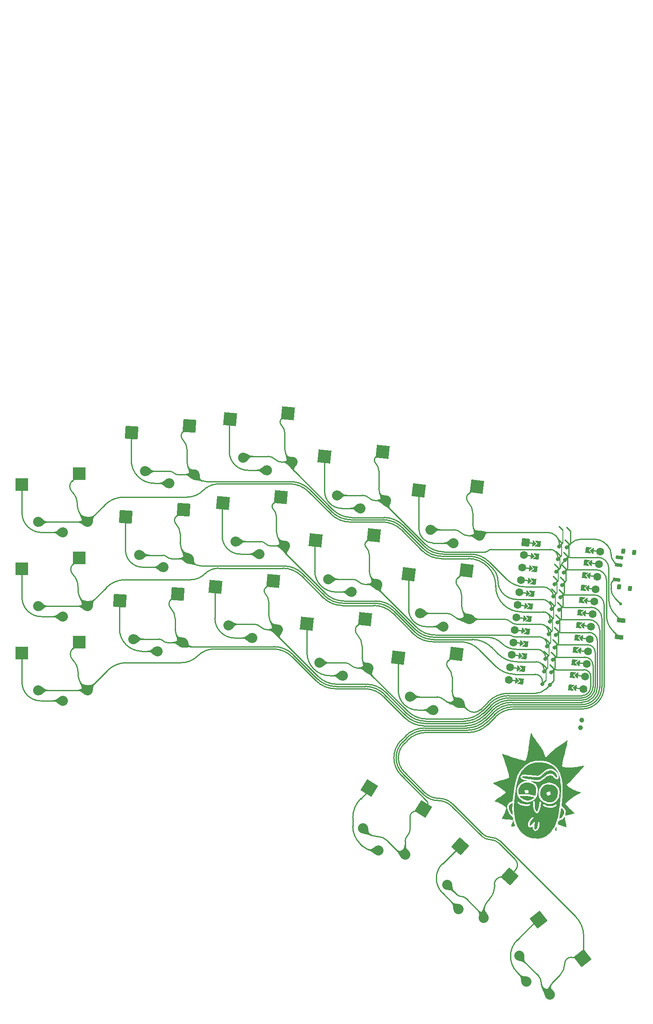
<source format=gbr>
%TF.GenerationSoftware,KiCad,Pcbnew,(6.0.10)*%
%TF.CreationDate,2022-12-29T01:24:58+02:00*%
%TF.ProjectId,fudim,66756469-6d2e-46b6-9963-61645f706362,v1.0.0*%
%TF.SameCoordinates,Original*%
%TF.FileFunction,Copper,L1,Top*%
%TF.FilePolarity,Positive*%
%FSLAX46Y46*%
G04 Gerber Fmt 4.6, Leading zero omitted, Abs format (unit mm)*
G04 Created by KiCad (PCBNEW (6.0.10)) date 2022-12-29 01:24:58*
%MOMM*%
%LPD*%
G01*
G04 APERTURE LIST*
G04 Aperture macros list*
%AMRotRect*
0 Rectangle, with rotation*
0 The origin of the aperture is its center*
0 $1 length*
0 $2 width*
0 $3 Rotation angle, in degrees counterclockwise*
0 Add horizontal line*
21,1,$1,$2,0,0,$3*%
%AMFreePoly0*
4,1,5,0.125000,-0.500000,-0.125000,-0.500000,-0.125000,0.500000,0.125000,0.500000,0.125000,-0.500000,0.125000,-0.500000,$1*%
%AMFreePoly1*
4,1,6,0.600000,0.200000,0.000000,-0.400000,-0.600000,0.200000,-0.600000,0.400000,0.600000,0.400000,0.600000,0.200000,0.600000,0.200000,$1*%
%AMFreePoly2*
4,1,49,0.088388,4.152388,0.854389,3.386388,0.867708,3.368551,0.871189,3.365530,0.871982,3.362827,0.875852,3.357644,0.882333,3.327543,0.891000,3.298000,0.891000,0.766000,0.887805,0.743969,0.888131,0.739371,0.886780,0.736898,0.885852,0.730498,0.869154,0.704638,0.854389,0.677612,0.088388,-0.088388,0.064606,-0.106146,0.062500,-0.108253,0.061385,-0.108552,0.059644,-0.109852,
0.043810,-0.113261,0.000000,-0.125000,-0.004774,-0.123721,-0.009154,-0.124664,-0.028953,-0.117242,-0.062500,-0.108253,-0.068237,-0.102516,-0.075052,-0.099961,-0.087614,-0.083139,-0.108253,-0.062500,-0.111178,-0.051584,-0.117161,-0.043572,-0.118539,-0.024114,-0.125000,0.000000,-0.121239,0.014035,-0.122131,0.026630,-0.113759,0.041953,-0.108253,0.062500,-0.095642,0.075111,-0.088388,0.088388,
0.641000,0.817777,0.641000,3.246223,-0.088388,3.975612,-0.109852,4.004356,-0.124664,4.073154,-0.099961,4.139052,-0.043572,4.181161,0.026629,4.186131,0.088388,4.152388,0.088388,4.152388,$1*%
%AMFreePoly3*
4,1,6,0.600000,-0.250000,-0.600000,-0.250000,-0.600000,1.000000,0.000000,0.400000,0.600000,1.000000,0.600000,-0.250000,0.600000,-0.250000,$1*%
%AMFreePoly4*
4,1,49,0.088388,4.152388,0.850389,3.390388,0.863708,3.372551,0.867190,3.369530,0.867982,3.366827,0.871852,3.361644,0.878333,3.331543,0.887000,3.302000,0.887000,0.762000,0.883805,0.739969,0.884131,0.735371,0.882780,0.732898,0.881852,0.726498,0.865154,0.700638,0.850389,0.673612,0.088388,-0.088388,0.064606,-0.106146,0.062500,-0.108253,0.061385,-0.108552,0.059644,-0.109852,
0.043810,-0.113261,0.000000,-0.125000,-0.004774,-0.123721,-0.009154,-0.124664,-0.028953,-0.117242,-0.062500,-0.108253,-0.068237,-0.102516,-0.075052,-0.099961,-0.087614,-0.083139,-0.108253,-0.062500,-0.111178,-0.051584,-0.117161,-0.043572,-0.118539,-0.024114,-0.125000,0.000000,-0.121239,0.014035,-0.122131,0.026630,-0.113759,0.041953,-0.108253,0.062500,-0.095642,0.075111,-0.088388,0.088388,
0.637000,0.813777,0.637000,3.250223,-0.088388,3.975612,-0.109852,4.004356,-0.124664,4.073154,-0.099961,4.139052,-0.043572,4.181161,0.026629,4.186131,0.088388,4.152388,0.088388,4.152388,$1*%
G04 Aperture macros list end*
%TA.AperFunction,ComponentPad*%
%ADD10C,1.000000*%
%TD*%
%TA.AperFunction,SMDPad,CuDef*%
%ADD11RotRect,2.600000X2.600000X318.000000*%
%TD*%
%TA.AperFunction,ComponentPad*%
%ADD12C,2.032000*%
%TD*%
%TA.AperFunction,ComponentPad*%
%ADD13C,0.600000*%
%TD*%
%TA.AperFunction,SMDPad,CuDef*%
%ADD14RotRect,2.600000X2.600000X308.000000*%
%TD*%
%TA.AperFunction,SMDPad,CuDef*%
%ADD15FreePoly0,263.000000*%
%TD*%
%TA.AperFunction,SMDPad,CuDef*%
%ADD16FreePoly1,83.000000*%
%TD*%
%TA.AperFunction,SMDPad,CuDef*%
%ADD17FreePoly0,83.000000*%
%TD*%
%TA.AperFunction,SMDPad,CuDef*%
%ADD18FreePoly1,263.000000*%
%TD*%
%TA.AperFunction,ComponentPad*%
%ADD19C,1.600000*%
%TD*%
%TA.AperFunction,ComponentPad*%
%ADD20RotRect,1.600000X1.600000X263.000000*%
%TD*%
%TA.AperFunction,ComponentPad*%
%ADD21C,0.800000*%
%TD*%
%TA.AperFunction,SMDPad,CuDef*%
%ADD22FreePoly2,263.000000*%
%TD*%
%TA.AperFunction,SMDPad,CuDef*%
%ADD23FreePoly3,263.000000*%
%TD*%
%TA.AperFunction,SMDPad,CuDef*%
%ADD24FreePoly3,83.000000*%
%TD*%
%TA.AperFunction,SMDPad,CuDef*%
%ADD25FreePoly4,83.000000*%
%TD*%
%TA.AperFunction,SMDPad,CuDef*%
%ADD26RotRect,2.600000X2.600000X353.000000*%
%TD*%
%TA.AperFunction,SMDPad,CuDef*%
%ADD27RotRect,2.600000X2.600000X354.000000*%
%TD*%
%TA.AperFunction,SMDPad,CuDef*%
%ADD28RotRect,0.900000X1.700000X263.000000*%
%TD*%
%TA.AperFunction,SMDPad,CuDef*%
%ADD29R,2.600000X2.600000*%
%TD*%
%TA.AperFunction,SMDPad,CuDef*%
%ADD30RotRect,2.600000X2.600000X356.000000*%
%TD*%
%TA.AperFunction,SMDPad,CuDef*%
%ADD31RotRect,2.600000X2.600000X355.000000*%
%TD*%
%TA.AperFunction,SMDPad,CuDef*%
%ADD32RotRect,1.000000X0.800000X83.000000*%
%TD*%
%TA.AperFunction,SMDPad,CuDef*%
%ADD33RotRect,0.700000X1.500000X83.000000*%
%TD*%
%TA.AperFunction,SMDPad,CuDef*%
%ADD34RotRect,2.600000X2.600000X328.000000*%
%TD*%
%TA.AperFunction,Conductor*%
%ADD35C,0.250000*%
%TD*%
G04 APERTURE END LIST*
%TO.C,*%
G36*
X112669801Y-12440685D02*
G01*
X112718794Y-12550442D01*
X112831871Y-12786838D01*
X113004197Y-13091540D01*
X113222274Y-13443203D01*
X113472599Y-13820481D01*
X113741674Y-14202033D01*
X113890638Y-14403155D01*
X114253404Y-14890984D01*
X114548796Y-15305773D01*
X114785142Y-15661654D01*
X114970774Y-15972757D01*
X115114021Y-16253214D01*
X115223212Y-16517154D01*
X115306679Y-16778708D01*
X115319903Y-16827724D01*
X115382238Y-17026563D01*
X115448619Y-17178800D01*
X115504111Y-17250965D01*
X115601713Y-17236408D01*
X115742596Y-17126770D01*
X115779931Y-17088805D01*
X116300692Y-16571110D01*
X116889345Y-16048105D01*
X117556438Y-15511253D01*
X118312522Y-14952017D01*
X119062818Y-14432608D01*
X119885961Y-13877886D01*
X119882896Y-14132024D01*
X119873882Y-14278838D01*
X119848494Y-14470811D01*
X119804596Y-14717958D01*
X119740055Y-15030291D01*
X119652734Y-15417826D01*
X119540499Y-15890576D01*
X119401212Y-16458556D01*
X119301984Y-16856336D01*
X119199983Y-17268908D01*
X119103226Y-17670840D01*
X119016833Y-18040055D01*
X118945919Y-18354476D01*
X118895603Y-18592029D01*
X118877791Y-18686360D01*
X118801878Y-19127133D01*
X118962184Y-19209903D01*
X119092754Y-19250982D01*
X119317023Y-19292876D01*
X119613312Y-19332059D01*
X119870133Y-19357580D01*
X120185698Y-19381081D01*
X120468997Y-19391363D01*
X120743063Y-19386478D01*
X121030931Y-19364486D01*
X121355636Y-19323438D01*
X121740214Y-19261392D01*
X122207699Y-19176401D01*
X122361885Y-19147220D01*
X122663135Y-19092503D01*
X122927931Y-19049362D01*
X123133762Y-19021089D01*
X123258117Y-19010979D01*
X123280277Y-19012835D01*
X123304264Y-19051610D01*
X123248903Y-19139492D01*
X123109450Y-19285103D01*
X122971410Y-19426338D01*
X122783252Y-19628903D01*
X122569458Y-19866007D01*
X122354512Y-20110861D01*
X122349382Y-20116795D01*
X121856290Y-20684327D01*
X121429468Y-21168557D01*
X121062812Y-21576135D01*
X120750218Y-21913715D01*
X120485585Y-22187947D01*
X120262810Y-22405487D01*
X120177594Y-22483948D01*
X119750231Y-22869187D01*
X119862271Y-23011504D01*
X120056755Y-23205170D01*
X120339977Y-23415924D01*
X120689048Y-23631369D01*
X121081079Y-23839107D01*
X121493183Y-24026739D01*
X121902471Y-24181871D01*
X122176088Y-24264764D01*
X122397457Y-24325622D01*
X122571700Y-24377275D01*
X122672118Y-24411643D01*
X122685883Y-24419013D01*
X122648708Y-24454212D01*
X122531901Y-24524046D01*
X122360204Y-24613800D01*
X122349268Y-24619215D01*
X122040194Y-24783330D01*
X121673826Y-24995908D01*
X121284801Y-25235574D01*
X120907760Y-25480950D01*
X120577341Y-25710657D01*
X120558658Y-25724277D01*
X120369135Y-25871267D01*
X120160001Y-26046795D01*
X119950386Y-26233062D01*
X119759418Y-26412272D01*
X119606223Y-26566627D01*
X119509932Y-26678331D01*
X119486618Y-26721728D01*
X119523580Y-26780816D01*
X119628261Y-26905067D01*
X119785754Y-27079000D01*
X119981153Y-27287142D01*
X120199548Y-27514016D01*
X120426033Y-27744144D01*
X120645701Y-27962049D01*
X120843643Y-28152258D01*
X121004952Y-28299289D01*
X121012445Y-28305799D01*
X121171547Y-28447926D01*
X121289335Y-28561463D01*
X121344459Y-28625620D01*
X121346085Y-28630727D01*
X121291559Y-28655949D01*
X121139178Y-28701047D01*
X120904099Y-28762261D01*
X120601477Y-28835836D01*
X120246469Y-28918013D01*
X119854229Y-29005034D01*
X119717607Y-29034516D01*
X119480087Y-29085405D01*
X119525182Y-28584555D01*
X119544459Y-28333779D01*
X119544688Y-28161544D01*
X119521055Y-28031818D01*
X119468743Y-27908565D01*
X119423942Y-27826858D01*
X119289851Y-27642315D01*
X119108534Y-27453858D01*
X119000848Y-27364062D01*
X118724092Y-27158112D01*
X118837479Y-26091670D01*
X118912526Y-25194446D01*
X118946045Y-24320095D01*
X118938961Y-23482496D01*
X118892197Y-22695531D01*
X118806678Y-21973077D01*
X118683327Y-21329016D01*
X118523070Y-20777227D01*
X118475174Y-20649841D01*
X118178014Y-20030939D01*
X117809961Y-19499536D01*
X117363488Y-19047881D01*
X116831065Y-18668218D01*
X116272670Y-18381886D01*
X116020223Y-18276597D01*
X115799213Y-18200565D01*
X115571260Y-18143931D01*
X115297981Y-18096839D01*
X115013456Y-18058467D01*
X114417899Y-18003119D01*
X113890960Y-17999818D01*
X113397445Y-18050095D01*
X112925933Y-18149287D01*
X112452874Y-18296453D01*
X112032441Y-18486694D01*
X111626297Y-18740112D01*
X111261090Y-19022353D01*
X110913899Y-19335314D01*
X110605011Y-19670712D01*
X110330678Y-20038218D01*
X110087152Y-20447506D01*
X109870686Y-20908249D01*
X109677531Y-21430118D01*
X109503939Y-22022787D01*
X109346164Y-22695928D01*
X109200455Y-23459212D01*
X109063067Y-24322314D01*
X108981157Y-24906313D01*
X108923173Y-25328960D01*
X108875728Y-25650588D01*
X108836046Y-25884858D01*
X108801352Y-26045436D01*
X108768869Y-26145986D01*
X108735819Y-26200170D01*
X108715108Y-26215836D01*
X108350982Y-26417057D01*
X108085055Y-26604359D01*
X107904057Y-26793894D01*
X107794717Y-27001814D01*
X107743767Y-27244275D01*
X107735733Y-27407979D01*
X107787780Y-27860450D01*
X107942336Y-28303808D01*
X108187367Y-28714470D01*
X108510838Y-29068855D01*
X108635863Y-29171814D01*
X108756311Y-29272949D01*
X108835527Y-29375288D01*
X108891349Y-29513436D01*
X108941611Y-29721999D01*
X108956262Y-29793485D01*
X109024803Y-30084200D01*
X109116316Y-30409165D01*
X109206022Y-30683575D01*
X109279757Y-30895144D01*
X109334396Y-31064850D01*
X109360746Y-31163689D01*
X109361786Y-31174927D01*
X109303686Y-31215295D01*
X109147473Y-31257899D01*
X108910320Y-31298779D01*
X108722793Y-31322339D01*
X108584030Y-31321507D01*
X108541853Y-31274873D01*
X108542050Y-31271708D01*
X108563769Y-31189476D01*
X108617069Y-31026594D01*
X108692771Y-30810430D01*
X108744125Y-30669256D01*
X108825780Y-30433162D01*
X108885418Y-30232075D01*
X108915238Y-30093996D01*
X108915711Y-30053505D01*
X108887927Y-30021525D01*
X108815048Y-29993302D01*
X108683016Y-29966571D01*
X108477773Y-29939063D01*
X108185262Y-29908513D01*
X107797010Y-29873145D01*
X107413422Y-29838603D01*
X107130395Y-29810072D01*
X106933352Y-29785044D01*
X106807717Y-29761005D01*
X106738910Y-29735447D01*
X106712355Y-29705861D01*
X106710550Y-29686070D01*
X106740786Y-29596518D01*
X106814689Y-29435524D01*
X106918671Y-29231907D01*
X106966472Y-29143470D01*
X107140377Y-28799379D01*
X107294841Y-28441974D01*
X107418571Y-28101411D01*
X107500274Y-27807848D01*
X107526240Y-27648504D01*
X107529735Y-27541714D01*
X107505913Y-27458945D01*
X107436543Y-27376822D01*
X107303394Y-27271975D01*
X107146095Y-27161162D01*
X106761928Y-26916519D01*
X106316320Y-26667964D01*
X105859223Y-26441935D01*
X105484131Y-26281492D01*
X105316514Y-26208673D01*
X105207085Y-26145822D01*
X105180303Y-26111357D01*
X105233505Y-26065195D01*
X105365483Y-25967744D01*
X105558747Y-25831459D01*
X105795809Y-25668794D01*
X105909792Y-25591867D01*
X106390150Y-25265618D01*
X106775900Y-24995258D01*
X107071488Y-24777366D01*
X107281358Y-24608520D01*
X107409957Y-24485296D01*
X107461731Y-24404274D01*
X107463094Y-24396199D01*
X107418584Y-24315184D01*
X107279747Y-24181459D01*
X107052573Y-23999462D01*
X106743053Y-23773629D01*
X106357182Y-23508394D01*
X105900949Y-23208195D01*
X105589196Y-23008876D01*
X104879128Y-22559374D01*
X105087065Y-22455972D01*
X105200655Y-22405540D01*
X105368461Y-22341299D01*
X105600015Y-22260075D01*
X105904843Y-22158694D01*
X106292474Y-22033983D01*
X106772437Y-21882769D01*
X107311548Y-21715099D01*
X107592948Y-21622810D01*
X107834156Y-21533972D01*
X108013641Y-21457245D01*
X108109867Y-21401291D01*
X108119067Y-21390309D01*
X108126129Y-21285427D01*
X108098476Y-21084434D01*
X108039731Y-20800122D01*
X107953515Y-20445283D01*
X107843454Y-20032709D01*
X107713170Y-19575190D01*
X107566288Y-19085520D01*
X107406428Y-18576489D01*
X107237218Y-18060890D01*
X107062277Y-17551515D01*
X106917707Y-17149112D01*
X106834520Y-16913322D01*
X106774216Y-16723943D01*
X106743290Y-16602713D01*
X106744513Y-16569412D01*
X106815245Y-16591813D01*
X106960986Y-16646632D01*
X107149413Y-16721693D01*
X107432077Y-16831196D01*
X107782162Y-16957827D01*
X108182829Y-17096308D01*
X108617239Y-17241365D01*
X109068551Y-17387721D01*
X109519928Y-17530099D01*
X109954529Y-17663223D01*
X110355515Y-17781818D01*
X110706046Y-17880605D01*
X110989284Y-17954311D01*
X111188387Y-17997658D01*
X111248626Y-18006088D01*
X111337358Y-17993390D01*
X111418239Y-17929649D01*
X111498695Y-17801362D01*
X111586151Y-17595025D01*
X111688033Y-17297135D01*
X111753082Y-17088812D01*
X111811367Y-16882538D01*
X111864134Y-16657900D01*
X111914289Y-16397495D01*
X111964738Y-16083921D01*
X112018389Y-15699774D01*
X112078149Y-15227650D01*
X112114730Y-14923707D01*
X112203263Y-14215886D01*
X112287326Y-13620817D01*
X112366823Y-13139034D01*
X112441659Y-12771067D01*
X112511738Y-12517448D01*
X112569565Y-12389024D01*
X112614539Y-12367880D01*
X112669801Y-12440685D01*
G37*
G36*
X110110904Y-23614406D02*
G01*
X110255317Y-23251423D01*
X110453409Y-22968229D01*
X110728027Y-22737885D01*
X110975652Y-22594875D01*
X111182958Y-22495212D01*
X111349093Y-22438072D01*
X111521017Y-22413665D01*
X111745690Y-22412202D01*
X111838237Y-22415043D01*
X112132849Y-22434596D01*
X112365789Y-22476612D01*
X112590260Y-22551999D01*
X112670833Y-22585750D01*
X112969098Y-22726599D01*
X113180481Y-22860620D01*
X113329763Y-23010332D01*
X113441724Y-23198248D01*
X113502242Y-23341154D01*
X113566349Y-23523423D01*
X113601557Y-23682170D01*
X113611597Y-23856677D01*
X113600198Y-24086228D01*
X113587326Y-24237203D01*
X113559280Y-24496132D01*
X113526169Y-24728051D01*
X113493436Y-24897128D01*
X113480007Y-24943925D01*
X113426911Y-25051624D01*
X113348450Y-25078253D01*
X113240857Y-25057077D01*
X112803190Y-24948075D01*
X112438579Y-24871340D01*
X112110830Y-24821775D01*
X111783759Y-24794283D01*
X111421176Y-24783769D01*
X111295845Y-24783159D01*
X110989225Y-24784167D01*
X110705774Y-24787298D01*
X110475243Y-24792080D01*
X110327385Y-24798039D01*
X110318149Y-24798692D01*
X110173224Y-24796185D01*
X110086429Y-24769440D01*
X110080131Y-24761752D01*
X110061077Y-24679439D01*
X110038828Y-24519909D01*
X110022128Y-24359144D01*
X110013321Y-24110150D01*
X110017077Y-24079436D01*
X111216811Y-24079436D01*
X111244354Y-24166221D01*
X111286655Y-24226013D01*
X111351594Y-24346139D01*
X111358289Y-24435347D01*
X111359322Y-24538622D01*
X111386671Y-24595969D01*
X111456755Y-24655100D01*
X111560103Y-24634025D01*
X111577836Y-24626193D01*
X111742072Y-24583336D01*
X111851141Y-24578887D01*
X111934263Y-24577276D01*
X111980976Y-24537168D01*
X112006546Y-24431451D01*
X112022667Y-24274220D01*
X112034892Y-24092343D01*
X112022711Y-23993972D01*
X111974270Y-23947845D01*
X111890336Y-23925256D01*
X111746073Y-23918596D01*
X111653750Y-23945592D01*
X111540287Y-23971625D01*
X111463781Y-23958105D01*
X111327648Y-23962599D01*
X111266044Y-24002877D01*
X111216811Y-24079436D01*
X110017077Y-24079436D01*
X110029777Y-23975584D01*
X110041643Y-23878556D01*
X110110904Y-23614406D01*
G37*
G36*
X109330690Y-29949377D02*
G01*
X109222833Y-29364294D01*
X109152972Y-28686303D01*
X109121071Y-27931510D01*
X109127094Y-27116015D01*
X109165876Y-26356398D01*
X109824986Y-26356398D01*
X109825727Y-26482218D01*
X109920855Y-26624116D01*
X110093053Y-26768977D01*
X110325009Y-26903683D01*
X110599405Y-27015121D01*
X110753308Y-27059566D01*
X111064610Y-27117607D01*
X111401695Y-27149011D01*
X111725963Y-27152615D01*
X111998811Y-27127258D01*
X112113114Y-27100501D01*
X112309108Y-27010086D01*
X112402381Y-26911509D01*
X112397945Y-26825689D01*
X112300815Y-26773543D01*
X112116003Y-26775992D01*
X112039114Y-26791735D01*
X111736469Y-26830986D01*
X111386192Y-26821781D01*
X111021122Y-26770384D01*
X110674099Y-26683056D01*
X110648912Y-26673105D01*
X112967841Y-26673105D01*
X112990161Y-27198065D01*
X113053865Y-27651325D01*
X113156223Y-28022984D01*
X113294499Y-28303143D01*
X113465964Y-28481901D01*
X113467292Y-28482783D01*
X113647854Y-28574712D01*
X113802716Y-28575956D01*
X113961949Y-28497094D01*
X114109331Y-28342768D01*
X114245800Y-28086414D01*
X114366388Y-27741309D01*
X114466130Y-27320724D01*
X114517512Y-27012570D01*
X114529618Y-26922083D01*
X114969397Y-26922083D01*
X115023831Y-27040319D01*
X115192410Y-27172805D01*
X115288701Y-27228185D01*
X115772153Y-27425768D01*
X116274115Y-27510202D01*
X116786430Y-27480562D01*
X117031866Y-27426028D01*
X117270674Y-27339692D01*
X117475492Y-27228305D01*
X117624017Y-27107954D01*
X117693950Y-26994721D01*
X117693418Y-26948852D01*
X117625330Y-26861288D01*
X117494919Y-26865358D01*
X117303529Y-26957964D01*
X117057061Y-27084393D01*
X116808270Y-27154585D01*
X116520267Y-27175158D01*
X116196404Y-27156660D01*
X115925402Y-27124893D01*
X115727609Y-27082276D01*
X115560783Y-27016705D01*
X115405226Y-26929901D01*
X115229955Y-26830399D01*
X115120362Y-26790947D01*
X115048993Y-26803361D01*
X115028854Y-26817693D01*
X114969397Y-26922083D01*
X114529618Y-26922083D01*
X114534706Y-26884052D01*
X114555481Y-26728759D01*
X114573731Y-26536524D01*
X114572328Y-26413695D01*
X114551333Y-26338101D01*
X114519522Y-26295789D01*
X114429144Y-26239063D01*
X114339524Y-26273300D01*
X114285745Y-26344936D01*
X114245618Y-26486786D01*
X114214227Y-26718507D01*
X114205773Y-26808555D01*
X114158059Y-27192558D01*
X114088104Y-27539865D01*
X114001476Y-27834628D01*
X113903739Y-28061001D01*
X113800459Y-28203139D01*
X113701047Y-28245613D01*
X113595134Y-28181394D01*
X113498645Y-28019811D01*
X113416367Y-27778867D01*
X113353082Y-27476561D01*
X113313576Y-27130891D01*
X113302633Y-26759856D01*
X113302812Y-26747478D01*
X113297397Y-26441236D01*
X113267785Y-26241713D01*
X113211245Y-26142185D01*
X113125039Y-26135928D01*
X113067081Y-26167649D01*
X113014495Y-26223076D01*
X112984033Y-26316981D01*
X112970333Y-26476680D01*
X112967841Y-26673105D01*
X110648912Y-26673105D01*
X110377960Y-26566058D01*
X110177807Y-26436825D01*
X110013255Y-26321888D01*
X109889821Y-26299403D01*
X109824986Y-26356398D01*
X109165876Y-26356398D01*
X109168807Y-26298990D01*
X109171006Y-26255924D01*
X109252771Y-25367337D01*
X109342498Y-24666914D01*
X109421125Y-24157972D01*
X109700345Y-24157972D01*
X109739536Y-24658565D01*
X109880992Y-25108347D01*
X110121259Y-25502904D01*
X110456880Y-25837821D01*
X110884400Y-26108682D01*
X111381382Y-26305360D01*
X111789761Y-26372137D01*
X112227150Y-26339367D01*
X112463524Y-26271442D01*
X112631492Y-26223175D01*
X113037418Y-26002614D01*
X113383694Y-25688984D01*
X113657080Y-25294935D01*
X113707949Y-25194900D01*
X113780686Y-25027685D01*
X113830415Y-24865972D01*
X113860996Y-24692208D01*
X114076383Y-24692208D01*
X114077983Y-24886027D01*
X114105400Y-25053149D01*
X114163883Y-25237442D01*
X114205383Y-25347076D01*
X114427320Y-25767869D01*
X114732058Y-26123832D01*
X115102605Y-26407014D01*
X115521971Y-26609473D01*
X115973159Y-26723259D01*
X116439179Y-26740426D01*
X116903038Y-26653029D01*
X116958865Y-26634754D01*
X117348491Y-26440388D01*
X117694793Y-26141862D01*
X117992183Y-25744131D01*
X118023934Y-25690635D01*
X118122175Y-25511112D01*
X118188199Y-25354631D01*
X118232371Y-25184106D01*
X118265054Y-24962452D01*
X118287604Y-24747156D01*
X118307689Y-24231477D01*
X118256714Y-23799784D01*
X118130838Y-23442190D01*
X117926220Y-23148813D01*
X117639020Y-22909768D01*
X117553022Y-22856848D01*
X117121464Y-22639864D01*
X116710594Y-22509827D01*
X116280877Y-22455174D01*
X116168131Y-22451961D01*
X115928217Y-22456896D01*
X115731769Y-22485679D01*
X115530619Y-22549464D01*
X115281051Y-22657348D01*
X114874379Y-22884794D01*
X114562466Y-23155357D01*
X114335899Y-23483091D01*
X114185268Y-23882054D01*
X114101158Y-24366300D01*
X114095347Y-24427822D01*
X114076383Y-24692208D01*
X113860996Y-24692208D01*
X113863816Y-24676185D01*
X113887569Y-24424754D01*
X113888527Y-24409727D01*
X113900021Y-24229415D01*
X113914359Y-23939763D01*
X113915135Y-23730255D01*
X113898038Y-23565948D01*
X113858758Y-23411904D01*
X113792985Y-23233179D01*
X113770063Y-23176007D01*
X113665547Y-22949044D01*
X113545478Y-22769905D01*
X113387876Y-22618630D01*
X113170757Y-22475259D01*
X112872142Y-22319833D01*
X112777109Y-22274354D01*
X112443239Y-22116439D01*
X113247411Y-22197562D01*
X113660508Y-22233180D01*
X113971478Y-22245805D01*
X114191286Y-22235668D01*
X114280939Y-22219552D01*
X114439184Y-22149762D01*
X114668861Y-22006554D01*
X114958884Y-21797262D01*
X115179646Y-21625151D01*
X115527319Y-21357590D01*
X115812640Y-21165217D01*
X116053560Y-21040265D01*
X116268031Y-20974967D01*
X116474002Y-20961556D01*
X116657815Y-20985556D01*
X116805861Y-21027153D01*
X116933503Y-21098413D01*
X117071559Y-21221264D01*
X117227201Y-21390670D01*
X117399293Y-21576519D01*
X117529115Y-21687955D01*
X117642521Y-21743777D01*
X117736204Y-21760805D01*
X117914998Y-21748389D01*
X118033897Y-21664312D01*
X118104814Y-21494160D01*
X118135757Y-21277381D01*
X118109361Y-20913322D01*
X117975455Y-20562545D01*
X117741985Y-20237529D01*
X117416894Y-19950757D01*
X117205732Y-19816019D01*
X116990752Y-19709781D01*
X116790648Y-19656846D01*
X116552113Y-19639713D01*
X116243050Y-19652556D01*
X115959226Y-19711771D01*
X115679574Y-19827262D01*
X115383023Y-20008926D01*
X115048502Y-20266663D01*
X114842028Y-20443266D01*
X114583874Y-20666766D01*
X114391265Y-20823768D01*
X114245413Y-20926623D01*
X114127525Y-20987680D01*
X114018811Y-21019292D01*
X113950521Y-21029224D01*
X113820093Y-21030856D01*
X113595118Y-21020137D01*
X113295664Y-20998597D01*
X112941799Y-20967772D01*
X112553592Y-20929191D01*
X112346257Y-20906734D01*
X111913295Y-20859165D01*
X111579057Y-20824729D01*
X111327640Y-20802784D01*
X111143138Y-20792690D01*
X111009645Y-20793810D01*
X110911258Y-20805503D01*
X110832070Y-20827131D01*
X110788319Y-20844122D01*
X110567789Y-20980103D01*
X110441650Y-21151291D01*
X110412917Y-21337778D01*
X110484606Y-21519655D01*
X110659735Y-21677015D01*
X110661907Y-21678330D01*
X110807470Y-21744764D01*
X111027882Y-21820633D01*
X111284681Y-21893255D01*
X111393815Y-21919664D01*
X111928231Y-22041883D01*
X111623547Y-22060507D01*
X111320025Y-22117072D01*
X110983268Y-22240403D01*
X110651178Y-22411245D01*
X110361654Y-22610342D01*
X110166357Y-22800806D01*
X109924323Y-23171374D01*
X109773515Y-23576027D01*
X109705277Y-24039977D01*
X109700345Y-24157972D01*
X109421125Y-24157972D01*
X109442901Y-24017022D01*
X109479366Y-23780992D01*
X109621013Y-23000348D01*
X109771413Y-22314808D01*
X109934541Y-21714200D01*
X110114369Y-21188350D01*
X110314873Y-20727084D01*
X110540028Y-20320230D01*
X110793805Y-19957612D01*
X111080179Y-19629058D01*
X111403125Y-19324394D01*
X111442652Y-19290544D01*
X111703606Y-19076280D01*
X111919762Y-18920405D01*
X112128580Y-18800296D01*
X112367522Y-18693324D01*
X112545957Y-18624152D01*
X113028282Y-18465543D01*
X113482392Y-18368230D01*
X113948171Y-18327166D01*
X114465500Y-18337307D01*
X114684721Y-18353609D01*
X115423720Y-18463365D01*
X116084784Y-18658301D01*
X116667922Y-18938425D01*
X117173147Y-19303743D01*
X117600469Y-19754267D01*
X117949899Y-20290003D01*
X118221449Y-20910961D01*
X118293307Y-21132363D01*
X118372631Y-21449997D01*
X118449033Y-21853459D01*
X118518213Y-22313133D01*
X118575873Y-22799401D01*
X118617715Y-23282644D01*
X118627090Y-23432312D01*
X118630887Y-23702869D01*
X118618328Y-24086799D01*
X118589467Y-24583190D01*
X118544353Y-25191133D01*
X118490584Y-25825202D01*
X118382152Y-26902596D01*
X118256472Y-27872848D01*
X118111053Y-28743324D01*
X117943400Y-29521390D01*
X117751023Y-30214413D01*
X117531427Y-30829756D01*
X117282122Y-31374787D01*
X117000616Y-31856871D01*
X116684413Y-32283375D01*
X116331023Y-32661665D01*
X116110138Y-32860110D01*
X115600347Y-33229162D01*
X115062909Y-33493186D01*
X114475653Y-33662476D01*
X114321669Y-33690677D01*
X113893152Y-33729658D01*
X113409777Y-33722165D01*
X112916668Y-33672153D01*
X112458947Y-33583578D01*
X112192895Y-33504042D01*
X111584789Y-33226229D01*
X111033341Y-32850825D01*
X110542809Y-32383120D01*
X110117451Y-31828403D01*
X109761526Y-31191962D01*
X109658321Y-30931281D01*
X111948670Y-30931281D01*
X111980423Y-31162612D01*
X112064747Y-31340727D01*
X112196989Y-31452553D01*
X112372496Y-31485023D01*
X112586615Y-31425065D01*
X112685739Y-31369938D01*
X112890902Y-31240069D01*
X112877906Y-31388612D01*
X112898510Y-31628498D01*
X112988416Y-31860869D01*
X113128399Y-32056231D01*
X113299232Y-32185089D01*
X113419474Y-32219376D01*
X113546593Y-32193389D01*
X113707518Y-32114180D01*
X113768361Y-32073354D01*
X113978028Y-31854042D01*
X114139916Y-31549982D01*
X114242568Y-31186019D01*
X114268062Y-30989792D01*
X114271213Y-30709990D01*
X114232095Y-30507639D01*
X114154538Y-30395096D01*
X114078038Y-30376508D01*
X114028975Y-30397581D01*
X113993862Y-30463060D01*
X113966842Y-30594331D01*
X113942059Y-30812782D01*
X113933751Y-30903397D01*
X113903670Y-31178893D01*
X113865338Y-31374528D01*
X113809392Y-31525894D01*
X113736595Y-31653155D01*
X113619783Y-31805318D01*
X113514848Y-31869360D01*
X113444761Y-31873901D01*
X113335966Y-31842290D01*
X113266125Y-31760187D01*
X113232256Y-31612764D01*
X113231381Y-31385192D01*
X113260517Y-31062641D01*
X113268365Y-30996261D01*
X113300007Y-30726136D01*
X113315301Y-30549274D01*
X113312551Y-30444419D01*
X113290054Y-30390312D01*
X113246113Y-30365694D01*
X113217363Y-30358217D01*
X113123196Y-30363086D01*
X113032497Y-30439466D01*
X112944534Y-30566140D01*
X112765534Y-30824217D01*
X112596801Y-31014336D01*
X112452026Y-31122740D01*
X112371027Y-31142536D01*
X112308884Y-31120660D01*
X112282070Y-31050858D01*
X112283432Y-30905290D01*
X112289706Y-30825963D01*
X112349115Y-30558536D01*
X112470044Y-30275625D01*
X112631487Y-30014048D01*
X112812437Y-29810622D01*
X112910363Y-29738207D01*
X113056634Y-29623038D01*
X113090643Y-29511501D01*
X113025737Y-29406230D01*
X112936298Y-29392028D01*
X112798054Y-29453180D01*
X112631982Y-29573056D01*
X112459055Y-29735028D01*
X112300250Y-29922467D01*
X112215370Y-30048684D01*
X112061491Y-30361246D01*
X111974142Y-30659802D01*
X111948670Y-30931281D01*
X109658321Y-30931281D01*
X109576143Y-30723712D01*
X109479294Y-30479085D01*
X109330690Y-29949377D01*
G37*
G36*
X112669801Y-12440685D02*
G01*
X112718794Y-12550442D01*
X112831871Y-12786838D01*
X113004197Y-13091540D01*
X113222274Y-13443203D01*
X113472599Y-13820481D01*
X113741674Y-14202033D01*
X113890638Y-14403155D01*
X114253404Y-14890984D01*
X114548796Y-15305773D01*
X114785142Y-15661654D01*
X114970774Y-15972757D01*
X115114021Y-16253214D01*
X115223212Y-16517154D01*
X115306679Y-16778708D01*
X115319903Y-16827724D01*
X115382238Y-17026563D01*
X115448619Y-17178800D01*
X115504111Y-17250965D01*
X115601713Y-17236408D01*
X115742596Y-17126770D01*
X115779931Y-17088805D01*
X116300692Y-16571110D01*
X116889345Y-16048105D01*
X117556438Y-15511253D01*
X118312522Y-14952017D01*
X119062818Y-14432608D01*
X119885961Y-13877886D01*
X119882896Y-14132024D01*
X119873882Y-14278838D01*
X119848494Y-14470811D01*
X119804596Y-14717958D01*
X119740055Y-15030291D01*
X119652734Y-15417826D01*
X119540499Y-15890576D01*
X119401212Y-16458556D01*
X119301984Y-16856336D01*
X119199983Y-17268908D01*
X119103226Y-17670840D01*
X119016833Y-18040055D01*
X118945919Y-18354476D01*
X118895603Y-18592029D01*
X118877791Y-18686360D01*
X118801878Y-19127133D01*
X118962184Y-19209903D01*
X119092754Y-19250982D01*
X119317023Y-19292876D01*
X119613312Y-19332059D01*
X119870133Y-19357580D01*
X120185698Y-19381081D01*
X120468997Y-19391363D01*
X120743063Y-19386478D01*
X121030931Y-19364486D01*
X121355636Y-19323438D01*
X121740214Y-19261392D01*
X122207699Y-19176401D01*
X122361885Y-19147220D01*
X122663135Y-19092503D01*
X122927931Y-19049362D01*
X123133762Y-19021089D01*
X123258117Y-19010979D01*
X123280277Y-19012835D01*
X123304264Y-19051610D01*
X123248903Y-19139492D01*
X123109450Y-19285103D01*
X122971410Y-19426338D01*
X122783252Y-19628903D01*
X122569458Y-19866007D01*
X122354512Y-20110861D01*
X122349382Y-20116795D01*
X121856290Y-20684327D01*
X121429468Y-21168557D01*
X121062812Y-21576135D01*
X120750218Y-21913715D01*
X120485585Y-22187947D01*
X120262810Y-22405487D01*
X120177594Y-22483948D01*
X119750231Y-22869187D01*
X119862271Y-23011504D01*
X120056755Y-23205170D01*
X120339977Y-23415924D01*
X120689048Y-23631369D01*
X121081079Y-23839107D01*
X121493183Y-24026739D01*
X121902471Y-24181871D01*
X122176088Y-24264764D01*
X122397457Y-24325622D01*
X122571700Y-24377275D01*
X122672118Y-24411643D01*
X122685883Y-24419013D01*
X122648708Y-24454212D01*
X122531901Y-24524046D01*
X122360204Y-24613800D01*
X122349268Y-24619215D01*
X122040194Y-24783330D01*
X121673826Y-24995908D01*
X121284801Y-25235574D01*
X120907760Y-25480950D01*
X120577341Y-25710657D01*
X120558658Y-25724277D01*
X120369135Y-25871267D01*
X120160001Y-26046795D01*
X119950386Y-26233062D01*
X119759418Y-26412272D01*
X119606223Y-26566627D01*
X119509932Y-26678331D01*
X119486618Y-26721728D01*
X119523580Y-26780816D01*
X119628261Y-26905067D01*
X119785754Y-27079000D01*
X119981153Y-27287142D01*
X120199548Y-27514016D01*
X120426033Y-27744144D01*
X120645701Y-27962049D01*
X120843643Y-28152258D01*
X121004952Y-28299289D01*
X121012445Y-28305799D01*
X121171547Y-28447926D01*
X121289335Y-28561463D01*
X121344459Y-28625620D01*
X121346085Y-28630727D01*
X121291559Y-28655949D01*
X121139178Y-28701047D01*
X120904099Y-28762261D01*
X120601477Y-28835836D01*
X120246469Y-28918013D01*
X119854229Y-29005034D01*
X119717607Y-29034516D01*
X119480087Y-29085405D01*
X119525182Y-28584555D01*
X119544459Y-28333779D01*
X119544688Y-28161544D01*
X119521055Y-28031818D01*
X119468743Y-27908565D01*
X119423942Y-27826858D01*
X119289851Y-27642315D01*
X119108534Y-27453858D01*
X119000848Y-27364062D01*
X118724092Y-27158112D01*
X118837479Y-26091670D01*
X118912526Y-25194446D01*
X118946045Y-24320095D01*
X118938961Y-23482496D01*
X118892197Y-22695531D01*
X118806678Y-21973077D01*
X118683327Y-21329016D01*
X118523070Y-20777227D01*
X118475174Y-20649841D01*
X118178014Y-20030939D01*
X117809961Y-19499536D01*
X117363488Y-19047881D01*
X116831065Y-18668218D01*
X116272670Y-18381886D01*
X116020223Y-18276597D01*
X115799213Y-18200565D01*
X115571260Y-18143931D01*
X115297981Y-18096839D01*
X115013456Y-18058467D01*
X114417899Y-18003119D01*
X113890960Y-17999818D01*
X113397445Y-18050095D01*
X112925933Y-18149287D01*
X112452874Y-18296453D01*
X112032441Y-18486694D01*
X111626297Y-18740112D01*
X111261090Y-19022353D01*
X110913899Y-19335314D01*
X110605011Y-19670712D01*
X110330678Y-20038218D01*
X110087152Y-20447506D01*
X109870686Y-20908249D01*
X109677531Y-21430118D01*
X109503939Y-22022787D01*
X109346164Y-22695928D01*
X109200455Y-23459212D01*
X109063067Y-24322314D01*
X108981157Y-24906313D01*
X108923173Y-25328960D01*
X108875728Y-25650588D01*
X108836046Y-25884858D01*
X108801352Y-26045436D01*
X108768869Y-26145986D01*
X108735819Y-26200170D01*
X108715108Y-26215836D01*
X108350982Y-26417057D01*
X108085055Y-26604359D01*
X107904057Y-26793894D01*
X107794717Y-27001814D01*
X107743767Y-27244275D01*
X107735733Y-27407979D01*
X107787780Y-27860450D01*
X107942336Y-28303808D01*
X108187367Y-28714470D01*
X108510838Y-29068855D01*
X108635863Y-29171814D01*
X108756311Y-29272949D01*
X108835527Y-29375288D01*
X108891349Y-29513436D01*
X108941611Y-29721999D01*
X108956262Y-29793485D01*
X109024803Y-30084200D01*
X109116316Y-30409165D01*
X109206022Y-30683575D01*
X109279757Y-30895144D01*
X109334396Y-31064850D01*
X109360746Y-31163689D01*
X109361786Y-31174927D01*
X109303686Y-31215295D01*
X109147473Y-31257899D01*
X108910320Y-31298779D01*
X108722793Y-31322339D01*
X108584030Y-31321507D01*
X108541853Y-31274873D01*
X108542050Y-31271708D01*
X108563769Y-31189476D01*
X108617069Y-31026594D01*
X108692771Y-30810430D01*
X108744125Y-30669256D01*
X108825780Y-30433162D01*
X108885418Y-30232075D01*
X108915238Y-30093996D01*
X108915711Y-30053505D01*
X108887927Y-30021525D01*
X108815048Y-29993302D01*
X108683016Y-29966571D01*
X108477773Y-29939063D01*
X108185262Y-29908513D01*
X107797010Y-29873145D01*
X107413422Y-29838603D01*
X107130395Y-29810072D01*
X106933352Y-29785044D01*
X106807717Y-29761005D01*
X106738910Y-29735447D01*
X106712355Y-29705861D01*
X106710550Y-29686070D01*
X106740786Y-29596518D01*
X106814689Y-29435524D01*
X106918671Y-29231907D01*
X106966472Y-29143470D01*
X107140377Y-28799379D01*
X107294841Y-28441974D01*
X107418571Y-28101411D01*
X107500274Y-27807848D01*
X107526240Y-27648504D01*
X107529735Y-27541714D01*
X107505913Y-27458945D01*
X107436543Y-27376822D01*
X107303394Y-27271975D01*
X107146095Y-27161162D01*
X106761928Y-26916519D01*
X106316320Y-26667964D01*
X105859223Y-26441935D01*
X105484131Y-26281492D01*
X105316514Y-26208673D01*
X105207085Y-26145822D01*
X105180303Y-26111357D01*
X105233505Y-26065195D01*
X105365483Y-25967744D01*
X105558747Y-25831459D01*
X105795809Y-25668794D01*
X105909792Y-25591867D01*
X106390150Y-25265618D01*
X106775900Y-24995258D01*
X107071488Y-24777366D01*
X107281358Y-24608520D01*
X107409957Y-24485296D01*
X107461731Y-24404274D01*
X107463094Y-24396199D01*
X107418584Y-24315184D01*
X107279747Y-24181459D01*
X107052573Y-23999462D01*
X106743053Y-23773629D01*
X106357182Y-23508394D01*
X105900949Y-23208195D01*
X105589196Y-23008876D01*
X104879128Y-22559374D01*
X105087065Y-22455972D01*
X105200655Y-22405540D01*
X105368461Y-22341299D01*
X105600015Y-22260075D01*
X105904843Y-22158694D01*
X106292474Y-22033983D01*
X106772437Y-21882769D01*
X107311548Y-21715099D01*
X107592948Y-21622810D01*
X107834156Y-21533972D01*
X108013641Y-21457245D01*
X108109867Y-21401291D01*
X108119067Y-21390309D01*
X108126129Y-21285427D01*
X108098476Y-21084434D01*
X108039731Y-20800122D01*
X107953515Y-20445283D01*
X107843454Y-20032709D01*
X107713170Y-19575190D01*
X107566288Y-19085520D01*
X107406428Y-18576489D01*
X107237218Y-18060890D01*
X107062277Y-17551515D01*
X106917707Y-17149112D01*
X106834520Y-16913322D01*
X106774216Y-16723943D01*
X106743290Y-16602713D01*
X106744513Y-16569412D01*
X106815245Y-16591813D01*
X106960986Y-16646632D01*
X107149413Y-16721693D01*
X107432077Y-16831196D01*
X107782162Y-16957827D01*
X108182829Y-17096308D01*
X108617239Y-17241365D01*
X109068551Y-17387721D01*
X109519928Y-17530099D01*
X109954529Y-17663223D01*
X110355515Y-17781818D01*
X110706046Y-17880605D01*
X110989284Y-17954311D01*
X111188387Y-17997658D01*
X111248626Y-18006088D01*
X111337358Y-17993390D01*
X111418239Y-17929649D01*
X111498695Y-17801362D01*
X111586151Y-17595025D01*
X111688033Y-17297135D01*
X111753082Y-17088812D01*
X111811367Y-16882538D01*
X111864134Y-16657900D01*
X111914289Y-16397495D01*
X111964738Y-16083921D01*
X112018389Y-15699774D01*
X112078149Y-15227650D01*
X112114730Y-14923707D01*
X112203263Y-14215886D01*
X112287326Y-13620817D01*
X112366823Y-13139034D01*
X112441659Y-12771067D01*
X112511738Y-12517448D01*
X112569565Y-12389024D01*
X112614539Y-12367880D01*
X112669801Y-12440685D01*
G37*
G36*
X118740250Y-27559126D02*
G01*
X118845144Y-27641057D01*
X118968181Y-27762528D01*
X119083453Y-27897387D01*
X119165048Y-28019486D01*
X119177380Y-28045505D01*
X119239705Y-28334984D01*
X119213646Y-28654793D01*
X119110628Y-28977221D01*
X118942072Y-29274559D01*
X118719401Y-29519097D01*
X118513290Y-29656459D01*
X118350601Y-29728161D01*
X118269857Y-29730166D01*
X118254964Y-29653755D01*
X118279746Y-29529901D01*
X118308835Y-29398549D01*
X118353536Y-29179699D01*
X118408674Y-28899416D01*
X118469077Y-28583769D01*
X118496433Y-28438021D01*
X118553928Y-28134998D01*
X118605115Y-27875043D01*
X118645950Y-27677948D01*
X118672384Y-27563507D01*
X118679407Y-27542887D01*
X118740250Y-27559126D01*
G37*
G36*
X116730478Y-19995714D02*
G01*
X117065636Y-20105250D01*
X117279469Y-20245847D01*
X117569091Y-20542180D01*
X117748331Y-20845364D01*
X117814674Y-21151131D01*
X117814777Y-21154899D01*
X117803107Y-21331220D01*
X117753726Y-21408296D01*
X117661988Y-21385551D01*
X117523251Y-21262406D01*
X117383405Y-21101169D01*
X117116170Y-20834724D01*
X116830001Y-20671408D01*
X116520118Y-20611670D01*
X116181740Y-20655958D01*
X115810087Y-20804719D01*
X115400377Y-21058402D01*
X115064427Y-21318469D01*
X114826246Y-21507295D01*
X114595044Y-21674528D01*
X114397545Y-21801786D01*
X114262525Y-21869977D01*
X114068821Y-21908823D01*
X113788466Y-21917695D01*
X113415886Y-21896206D01*
X112945508Y-21843968D01*
X112371756Y-21760591D01*
X112130110Y-21721433D01*
X111638233Y-21633088D01*
X111258391Y-21549538D01*
X110987306Y-21469809D01*
X110821703Y-21392928D01*
X110758305Y-21317920D01*
X110757687Y-21313531D01*
X110769527Y-21231069D01*
X110832378Y-21174596D01*
X110958030Y-21143037D01*
X111158270Y-21135322D01*
X111444889Y-21150376D01*
X111829673Y-21187127D01*
X111972653Y-21202976D01*
X112545418Y-21266661D01*
X113017263Y-21314127D01*
X113401802Y-21343711D01*
X113712648Y-21353749D01*
X113963415Y-21342581D01*
X114167714Y-21308540D01*
X114339161Y-21249967D01*
X114491367Y-21165196D01*
X114637948Y-21052565D01*
X114792515Y-20910411D01*
X114853355Y-20851080D01*
X115134855Y-20584267D01*
X115369866Y-20388047D01*
X115585178Y-20243792D01*
X115807581Y-20132876D01*
X115985840Y-20063666D01*
X116362670Y-19980743D01*
X116730478Y-19995714D01*
G37*
G36*
X114673709Y-23574571D02*
G01*
X114936664Y-23257218D01*
X115292527Y-23005288D01*
X115361390Y-22969178D01*
X115536364Y-22883427D01*
X115671991Y-22829764D01*
X115801871Y-22803407D01*
X115959609Y-22799569D01*
X116178805Y-22813465D01*
X116351768Y-22828149D01*
X116629083Y-22854376D01*
X116826277Y-22882887D01*
X116978413Y-22923923D01*
X117120552Y-22987724D01*
X117287754Y-23084528D01*
X117340588Y-23116940D01*
X117541858Y-23247188D01*
X117672164Y-23356640D01*
X117761903Y-23479772D01*
X117841472Y-23651067D01*
X117866505Y-23713455D01*
X117930634Y-23887014D01*
X117968417Y-24034410D01*
X117983062Y-24190625D01*
X117977783Y-24390643D01*
X117955786Y-24669443D01*
X117955023Y-24678028D01*
X117926553Y-24962957D01*
X117895242Y-25166276D01*
X117852224Y-25321675D01*
X117788640Y-25462840D01*
X117714488Y-25592348D01*
X117437877Y-25951751D01*
X117106072Y-26212941D01*
X116729725Y-26372538D01*
X116319487Y-26427167D01*
X115886010Y-26373451D01*
X115576182Y-26270301D01*
X115141374Y-26038364D01*
X114806622Y-25749184D01*
X114572331Y-25403406D01*
X114438907Y-25001672D01*
X114406755Y-24544626D01*
X114407851Y-24527309D01*
X115646819Y-24527309D01*
X115690162Y-24603419D01*
X115753776Y-24724606D01*
X115788132Y-24850507D01*
X115833228Y-24973404D01*
X115940235Y-25021485D01*
X115978279Y-25025926D01*
X116126393Y-25010113D01*
X116221803Y-24960310D01*
X116342813Y-24896470D01*
X116410719Y-24889916D01*
X116523650Y-24857405D01*
X116574825Y-24766154D01*
X116543346Y-24661498D01*
X116524770Y-24642491D01*
X116461222Y-24533203D01*
X116435444Y-24396777D01*
X116420837Y-24281406D01*
X116361425Y-24233583D01*
X116228328Y-24223381D01*
X116073018Y-24241660D01*
X115965737Y-24288763D01*
X115959893Y-24294543D01*
X115848162Y-24363356D01*
X115783446Y-24379181D01*
X115666075Y-24428919D01*
X115646819Y-24527309D01*
X114407851Y-24527309D01*
X114414376Y-24424212D01*
X114415244Y-24419560D01*
X114500625Y-23962014D01*
X114673709Y-23574571D01*
G37*
G36*
X118740250Y-27559126D02*
G01*
X118845144Y-27641057D01*
X118968181Y-27762528D01*
X119083453Y-27897387D01*
X119165048Y-28019486D01*
X119177380Y-28045505D01*
X119239705Y-28334984D01*
X119213646Y-28654793D01*
X119110628Y-28977221D01*
X118942072Y-29274559D01*
X118719401Y-29519097D01*
X118513290Y-29656459D01*
X118350601Y-29728161D01*
X118269857Y-29730166D01*
X118254964Y-29653755D01*
X118279746Y-29529901D01*
X118308835Y-29398549D01*
X118353536Y-29179699D01*
X118408674Y-28899416D01*
X118469077Y-28583769D01*
X118496433Y-28438021D01*
X118553928Y-28134998D01*
X118605115Y-27875043D01*
X118645950Y-27677948D01*
X118672384Y-27563507D01*
X118679407Y-27542887D01*
X118740250Y-27559126D01*
G37*
G36*
X119381139Y-29328197D02*
G01*
X119391501Y-29388495D01*
X119441731Y-29783227D01*
X119502646Y-30191981D01*
X119568170Y-30577756D01*
X119632222Y-30903550D01*
X119661016Y-31029211D01*
X119762162Y-31441489D01*
X119636472Y-31427303D01*
X119521200Y-31401276D01*
X119336502Y-31346195D01*
X119121019Y-31273638D01*
X119107030Y-31268651D01*
X118828606Y-31166666D01*
X118520013Y-31050123D01*
X118302512Y-30965641D01*
X118098892Y-30882646D01*
X117983393Y-30823186D01*
X117936216Y-30769762D01*
X117937562Y-30704877D01*
X117952405Y-30656194D01*
X118039238Y-30402675D01*
X118103628Y-30238376D01*
X118158604Y-30142649D01*
X118217195Y-30094847D01*
X118292426Y-30074317D01*
X118322154Y-30070133D01*
X118555480Y-29997264D01*
X118810228Y-29849599D01*
X119049165Y-29651785D01*
X119185691Y-29498489D01*
X119294650Y-29360788D01*
X119353863Y-29307197D01*
X119381139Y-29328197D01*
G37*
G36*
X117709126Y-31377768D02*
G01*
X117720764Y-31484280D01*
X117724115Y-31647747D01*
X117720436Y-31833624D01*
X117710982Y-32007366D01*
X117697010Y-32134428D01*
X117679952Y-32180320D01*
X117610271Y-32150506D01*
X117495385Y-32095039D01*
X117403111Y-32041366D01*
X117363014Y-31981217D01*
X117376484Y-31889069D01*
X117444911Y-31739401D01*
X117522729Y-31593251D01*
X117618641Y-31434370D01*
X117684245Y-31364060D01*
X117709126Y-31377768D01*
G37*
G36*
X116730478Y-19995714D02*
G01*
X117065636Y-20105250D01*
X117279469Y-20245847D01*
X117569091Y-20542180D01*
X117748331Y-20845364D01*
X117814674Y-21151131D01*
X117814777Y-21154899D01*
X117803107Y-21331220D01*
X117753726Y-21408296D01*
X117661988Y-21385551D01*
X117523251Y-21262406D01*
X117383405Y-21101169D01*
X117116170Y-20834724D01*
X116830001Y-20671408D01*
X116520118Y-20611670D01*
X116181740Y-20655958D01*
X115810087Y-20804719D01*
X115400377Y-21058402D01*
X115064427Y-21318469D01*
X114826246Y-21507295D01*
X114595044Y-21674528D01*
X114397545Y-21801786D01*
X114262525Y-21869977D01*
X114068821Y-21908823D01*
X113788466Y-21917695D01*
X113415886Y-21896206D01*
X112945508Y-21843968D01*
X112371756Y-21760591D01*
X112130110Y-21721433D01*
X111638233Y-21633088D01*
X111258391Y-21549538D01*
X110987306Y-21469809D01*
X110821703Y-21392928D01*
X110758305Y-21317920D01*
X110757687Y-21313531D01*
X110769527Y-21231069D01*
X110832378Y-21174596D01*
X110958030Y-21143037D01*
X111158270Y-21135322D01*
X111444889Y-21150376D01*
X111829673Y-21187127D01*
X111972653Y-21202976D01*
X112545418Y-21266661D01*
X113017263Y-21314127D01*
X113401802Y-21343711D01*
X113712648Y-21353749D01*
X113963415Y-21342581D01*
X114167714Y-21308540D01*
X114339161Y-21249967D01*
X114491367Y-21165196D01*
X114637948Y-21052565D01*
X114792515Y-20910411D01*
X114853355Y-20851080D01*
X115134855Y-20584267D01*
X115369866Y-20388047D01*
X115585178Y-20243792D01*
X115807581Y-20132876D01*
X115985840Y-20063666D01*
X116362670Y-19980743D01*
X116730478Y-19995714D01*
G37*
G36*
X108818143Y-26596330D02*
G01*
X108819376Y-26734054D01*
X108809200Y-26904954D01*
X108795420Y-27159335D01*
X108788448Y-27491698D01*
X108788269Y-27864772D01*
X108794869Y-28241286D01*
X108808231Y-28583969D01*
X108809912Y-28614476D01*
X108807705Y-28763647D01*
X108785643Y-28849171D01*
X108771916Y-28857430D01*
X108710060Y-28813503D01*
X108603085Y-28704327D01*
X108502529Y-28587584D01*
X108281668Y-28251467D01*
X108133611Y-27884290D01*
X108070461Y-27520446D01*
X108072982Y-27366813D01*
X108095668Y-27178234D01*
X108125081Y-27029455D01*
X108141037Y-26982154D01*
X108205936Y-26914341D01*
X108334646Y-26815012D01*
X108493421Y-26706552D01*
X108648514Y-26611336D01*
X108766179Y-26551745D01*
X108804223Y-26542345D01*
X108818143Y-26596330D01*
G37*
G36*
X111151232Y-25111991D02*
G01*
X111542912Y-25121418D01*
X111844096Y-25139305D01*
X112156970Y-25172573D01*
X112460688Y-25217220D01*
X112734405Y-25269242D01*
X112957272Y-25324636D01*
X113108445Y-25379398D01*
X113167076Y-25429526D01*
X113167135Y-25433327D01*
X113122294Y-25499422D01*
X113011116Y-25609424D01*
X112883349Y-25718411D01*
X112533862Y-25927866D01*
X112142964Y-26033810D01*
X111723548Y-26034612D01*
X111288502Y-25928651D01*
X111270067Y-25921835D01*
X111026163Y-25811961D01*
X110786147Y-25672297D01*
X110571867Y-25519493D01*
X110405174Y-25370196D01*
X110307916Y-25241054D01*
X110292195Y-25176722D01*
X110347154Y-25143048D01*
X110506876Y-25121113D01*
X110774016Y-25110800D01*
X111151232Y-25111991D01*
G37*
G36*
X109330690Y-29949377D02*
G01*
X109222833Y-29364294D01*
X109152972Y-28686303D01*
X109121071Y-27931510D01*
X109127094Y-27116015D01*
X109165876Y-26356398D01*
X109824986Y-26356398D01*
X109825727Y-26482218D01*
X109920855Y-26624116D01*
X110093053Y-26768977D01*
X110325009Y-26903683D01*
X110599405Y-27015121D01*
X110753308Y-27059566D01*
X111064610Y-27117607D01*
X111401695Y-27149011D01*
X111725963Y-27152615D01*
X111998811Y-27127258D01*
X112113114Y-27100501D01*
X112309108Y-27010086D01*
X112402381Y-26911509D01*
X112397945Y-26825689D01*
X112300815Y-26773543D01*
X112116003Y-26775992D01*
X112039114Y-26791735D01*
X111736469Y-26830986D01*
X111386192Y-26821781D01*
X111021122Y-26770384D01*
X110674099Y-26683056D01*
X110648912Y-26673105D01*
X112967841Y-26673105D01*
X112990161Y-27198065D01*
X113053865Y-27651325D01*
X113156223Y-28022984D01*
X113294499Y-28303143D01*
X113465964Y-28481901D01*
X113467292Y-28482783D01*
X113647854Y-28574712D01*
X113802716Y-28575956D01*
X113961949Y-28497094D01*
X114109331Y-28342768D01*
X114245800Y-28086414D01*
X114366388Y-27741309D01*
X114466130Y-27320724D01*
X114517512Y-27012570D01*
X114529618Y-26922083D01*
X114969397Y-26922083D01*
X115023831Y-27040319D01*
X115192410Y-27172805D01*
X115288701Y-27228185D01*
X115772153Y-27425768D01*
X116274115Y-27510202D01*
X116786430Y-27480562D01*
X117031866Y-27426028D01*
X117270674Y-27339692D01*
X117475492Y-27228305D01*
X117624017Y-27107954D01*
X117693950Y-26994721D01*
X117693418Y-26948852D01*
X117625330Y-26861288D01*
X117494919Y-26865358D01*
X117303529Y-26957964D01*
X117057061Y-27084393D01*
X116808270Y-27154585D01*
X116520267Y-27175158D01*
X116196404Y-27156660D01*
X115925402Y-27124893D01*
X115727609Y-27082276D01*
X115560783Y-27016705D01*
X115405226Y-26929901D01*
X115229955Y-26830399D01*
X115120362Y-26790947D01*
X115048993Y-26803361D01*
X115028854Y-26817693D01*
X114969397Y-26922083D01*
X114529618Y-26922083D01*
X114534706Y-26884052D01*
X114555481Y-26728759D01*
X114573731Y-26536524D01*
X114572328Y-26413695D01*
X114551333Y-26338101D01*
X114519522Y-26295789D01*
X114429144Y-26239063D01*
X114339524Y-26273300D01*
X114285745Y-26344936D01*
X114245618Y-26486786D01*
X114214227Y-26718507D01*
X114205773Y-26808555D01*
X114158059Y-27192558D01*
X114088104Y-27539865D01*
X114001476Y-27834628D01*
X113903739Y-28061001D01*
X113800459Y-28203139D01*
X113701047Y-28245613D01*
X113595134Y-28181394D01*
X113498645Y-28019811D01*
X113416367Y-27778867D01*
X113353082Y-27476561D01*
X113313576Y-27130891D01*
X113302633Y-26759856D01*
X113302812Y-26747478D01*
X113297397Y-26441236D01*
X113267785Y-26241713D01*
X113211245Y-26142185D01*
X113125039Y-26135928D01*
X113067081Y-26167649D01*
X113014495Y-26223076D01*
X112984033Y-26316981D01*
X112970333Y-26476680D01*
X112967841Y-26673105D01*
X110648912Y-26673105D01*
X110377960Y-26566058D01*
X110177807Y-26436825D01*
X110013255Y-26321888D01*
X109889821Y-26299403D01*
X109824986Y-26356398D01*
X109165876Y-26356398D01*
X109168807Y-26298990D01*
X109171006Y-26255924D01*
X109252771Y-25367337D01*
X109342498Y-24666914D01*
X109421125Y-24157972D01*
X109700345Y-24157972D01*
X109739536Y-24658565D01*
X109880992Y-25108347D01*
X110121259Y-25502904D01*
X110456880Y-25837821D01*
X110884400Y-26108682D01*
X111381382Y-26305360D01*
X111789761Y-26372137D01*
X112227150Y-26339367D01*
X112463524Y-26271442D01*
X112631492Y-26223175D01*
X113037418Y-26002614D01*
X113383694Y-25688984D01*
X113657080Y-25294935D01*
X113707949Y-25194900D01*
X113780686Y-25027685D01*
X113830415Y-24865972D01*
X113860996Y-24692208D01*
X114076383Y-24692208D01*
X114077983Y-24886027D01*
X114105400Y-25053149D01*
X114163883Y-25237442D01*
X114205383Y-25347076D01*
X114427320Y-25767869D01*
X114732058Y-26123832D01*
X115102605Y-26407014D01*
X115521971Y-26609473D01*
X115973159Y-26723259D01*
X116439179Y-26740426D01*
X116903038Y-26653029D01*
X116958865Y-26634754D01*
X117348491Y-26440388D01*
X117694793Y-26141862D01*
X117992183Y-25744131D01*
X118023934Y-25690635D01*
X118122175Y-25511112D01*
X118188199Y-25354631D01*
X118232371Y-25184106D01*
X118265054Y-24962452D01*
X118287604Y-24747156D01*
X118307689Y-24231477D01*
X118256714Y-23799784D01*
X118130838Y-23442190D01*
X117926220Y-23148813D01*
X117639020Y-22909768D01*
X117553022Y-22856848D01*
X117121464Y-22639864D01*
X116710594Y-22509827D01*
X116280877Y-22455174D01*
X116168131Y-22451961D01*
X115928217Y-22456896D01*
X115731769Y-22485679D01*
X115530619Y-22549464D01*
X115281051Y-22657348D01*
X114874379Y-22884794D01*
X114562466Y-23155357D01*
X114335899Y-23483091D01*
X114185268Y-23882054D01*
X114101158Y-24366300D01*
X114095347Y-24427822D01*
X114076383Y-24692208D01*
X113860996Y-24692208D01*
X113863816Y-24676185D01*
X113887569Y-24424754D01*
X113888527Y-24409727D01*
X113900021Y-24229415D01*
X113914359Y-23939763D01*
X113915135Y-23730255D01*
X113898038Y-23565948D01*
X113858758Y-23411904D01*
X113792985Y-23233179D01*
X113770063Y-23176007D01*
X113665547Y-22949044D01*
X113545478Y-22769905D01*
X113387876Y-22618630D01*
X113170757Y-22475259D01*
X112872142Y-22319833D01*
X112777109Y-22274354D01*
X112443239Y-22116439D01*
X113247411Y-22197562D01*
X113660508Y-22233180D01*
X113971478Y-22245805D01*
X114191286Y-22235668D01*
X114280939Y-22219552D01*
X114439184Y-22149762D01*
X114668861Y-22006554D01*
X114958884Y-21797262D01*
X115179646Y-21625151D01*
X115527319Y-21357590D01*
X115812640Y-21165217D01*
X116053560Y-21040265D01*
X116268031Y-20974967D01*
X116474002Y-20961556D01*
X116657815Y-20985556D01*
X116805861Y-21027153D01*
X116933503Y-21098413D01*
X117071559Y-21221264D01*
X117227201Y-21390670D01*
X117399293Y-21576519D01*
X117529115Y-21687955D01*
X117642521Y-21743777D01*
X117736204Y-21760805D01*
X117914998Y-21748389D01*
X118033897Y-21664312D01*
X118104814Y-21494160D01*
X118135757Y-21277381D01*
X118109361Y-20913322D01*
X117975455Y-20562545D01*
X117741985Y-20237529D01*
X117416894Y-19950757D01*
X117205732Y-19816019D01*
X116990752Y-19709781D01*
X116790648Y-19656846D01*
X116552113Y-19639713D01*
X116243050Y-19652556D01*
X115959226Y-19711771D01*
X115679574Y-19827262D01*
X115383023Y-20008926D01*
X115048502Y-20266663D01*
X114842028Y-20443266D01*
X114583874Y-20666766D01*
X114391265Y-20823768D01*
X114245413Y-20926623D01*
X114127525Y-20987680D01*
X114018811Y-21019292D01*
X113950521Y-21029224D01*
X113820093Y-21030856D01*
X113595118Y-21020137D01*
X113295664Y-20998597D01*
X112941799Y-20967772D01*
X112553592Y-20929191D01*
X112346257Y-20906734D01*
X111913295Y-20859165D01*
X111579057Y-20824729D01*
X111327640Y-20802784D01*
X111143138Y-20792690D01*
X111009645Y-20793810D01*
X110911258Y-20805503D01*
X110832070Y-20827131D01*
X110788319Y-20844122D01*
X110567789Y-20980103D01*
X110441650Y-21151291D01*
X110412917Y-21337778D01*
X110484606Y-21519655D01*
X110659735Y-21677015D01*
X110661907Y-21678330D01*
X110807470Y-21744764D01*
X111027882Y-21820633D01*
X111284681Y-21893255D01*
X111393815Y-21919664D01*
X111928231Y-22041883D01*
X111623547Y-22060507D01*
X111320025Y-22117072D01*
X110983268Y-22240403D01*
X110651178Y-22411245D01*
X110361654Y-22610342D01*
X110166357Y-22800806D01*
X109924323Y-23171374D01*
X109773515Y-23576027D01*
X109705277Y-24039977D01*
X109700345Y-24157972D01*
X109421125Y-24157972D01*
X109442901Y-24017022D01*
X109479366Y-23780992D01*
X109621013Y-23000348D01*
X109771413Y-22314808D01*
X109934541Y-21714200D01*
X110114369Y-21188350D01*
X110314873Y-20727084D01*
X110540028Y-20320230D01*
X110793805Y-19957612D01*
X111080179Y-19629058D01*
X111403125Y-19324394D01*
X111442652Y-19290544D01*
X111703606Y-19076280D01*
X111919762Y-18920405D01*
X112128580Y-18800296D01*
X112367522Y-18693324D01*
X112545957Y-18624152D01*
X113028282Y-18465543D01*
X113482392Y-18368230D01*
X113948171Y-18327166D01*
X114465500Y-18337307D01*
X114684721Y-18353609D01*
X115423720Y-18463365D01*
X116084784Y-18658301D01*
X116667922Y-18938425D01*
X117173147Y-19303743D01*
X117600469Y-19754267D01*
X117949899Y-20290003D01*
X118221449Y-20910961D01*
X118293307Y-21132363D01*
X118372631Y-21449997D01*
X118449033Y-21853459D01*
X118518213Y-22313133D01*
X118575873Y-22799401D01*
X118617715Y-23282644D01*
X118627090Y-23432312D01*
X118630887Y-23702869D01*
X118618328Y-24086799D01*
X118589467Y-24583190D01*
X118544353Y-25191133D01*
X118490584Y-25825202D01*
X118382152Y-26902596D01*
X118256472Y-27872848D01*
X118111053Y-28743324D01*
X117943400Y-29521390D01*
X117751023Y-30214413D01*
X117531427Y-30829756D01*
X117282122Y-31374787D01*
X117000616Y-31856871D01*
X116684413Y-32283375D01*
X116331023Y-32661665D01*
X116110138Y-32860110D01*
X115600347Y-33229162D01*
X115062909Y-33493186D01*
X114475653Y-33662476D01*
X114321669Y-33690677D01*
X113893152Y-33729658D01*
X113409777Y-33722165D01*
X112916668Y-33672153D01*
X112458947Y-33583578D01*
X112192895Y-33504042D01*
X111584789Y-33226229D01*
X111033341Y-32850825D01*
X110542809Y-32383120D01*
X110117451Y-31828403D01*
X109761526Y-31191962D01*
X109658321Y-30931281D01*
X111948670Y-30931281D01*
X111980423Y-31162612D01*
X112064747Y-31340727D01*
X112196989Y-31452553D01*
X112372496Y-31485023D01*
X112586615Y-31425065D01*
X112685739Y-31369938D01*
X112890902Y-31240069D01*
X112877906Y-31388612D01*
X112898510Y-31628498D01*
X112988416Y-31860869D01*
X113128399Y-32056231D01*
X113299232Y-32185089D01*
X113419474Y-32219376D01*
X113546593Y-32193389D01*
X113707518Y-32114180D01*
X113768361Y-32073354D01*
X113978028Y-31854042D01*
X114139916Y-31549982D01*
X114242568Y-31186019D01*
X114268062Y-30989792D01*
X114271213Y-30709990D01*
X114232095Y-30507639D01*
X114154538Y-30395096D01*
X114078038Y-30376508D01*
X114028975Y-30397581D01*
X113993862Y-30463060D01*
X113966842Y-30594331D01*
X113942059Y-30812782D01*
X113933751Y-30903397D01*
X113903670Y-31178893D01*
X113865338Y-31374528D01*
X113809392Y-31525894D01*
X113736595Y-31653155D01*
X113619783Y-31805318D01*
X113514848Y-31869360D01*
X113444761Y-31873901D01*
X113335966Y-31842290D01*
X113266125Y-31760187D01*
X113232256Y-31612764D01*
X113231381Y-31385192D01*
X113260517Y-31062641D01*
X113268365Y-30996261D01*
X113300007Y-30726136D01*
X113315301Y-30549274D01*
X113312551Y-30444419D01*
X113290054Y-30390312D01*
X113246113Y-30365694D01*
X113217363Y-30358217D01*
X113123196Y-30363086D01*
X113032497Y-30439466D01*
X112944534Y-30566140D01*
X112765534Y-30824217D01*
X112596801Y-31014336D01*
X112452026Y-31122740D01*
X112371027Y-31142536D01*
X112308884Y-31120660D01*
X112282070Y-31050858D01*
X112283432Y-30905290D01*
X112289706Y-30825963D01*
X112349115Y-30558536D01*
X112470044Y-30275625D01*
X112631487Y-30014048D01*
X112812437Y-29810622D01*
X112910363Y-29738207D01*
X113056634Y-29623038D01*
X113090643Y-29511501D01*
X113025737Y-29406230D01*
X112936298Y-29392028D01*
X112798054Y-29453180D01*
X112631982Y-29573056D01*
X112459055Y-29735028D01*
X112300250Y-29922467D01*
X112215370Y-30048684D01*
X112061491Y-30361246D01*
X111974142Y-30659802D01*
X111948670Y-30931281D01*
X109658321Y-30931281D01*
X109576143Y-30723712D01*
X109479294Y-30479085D01*
X109330690Y-29949377D01*
G37*
G36*
X119381139Y-29328197D02*
G01*
X119391501Y-29388495D01*
X119441731Y-29783227D01*
X119502646Y-30191981D01*
X119568170Y-30577756D01*
X119632222Y-30903550D01*
X119661016Y-31029211D01*
X119762162Y-31441489D01*
X119636472Y-31427303D01*
X119521200Y-31401276D01*
X119336502Y-31346195D01*
X119121019Y-31273638D01*
X119107030Y-31268651D01*
X118828606Y-31166666D01*
X118520013Y-31050123D01*
X118302512Y-30965641D01*
X118098892Y-30882646D01*
X117983393Y-30823186D01*
X117936216Y-30769762D01*
X117937562Y-30704877D01*
X117952405Y-30656194D01*
X118039238Y-30402675D01*
X118103628Y-30238376D01*
X118158604Y-30142649D01*
X118217195Y-30094847D01*
X118292426Y-30074317D01*
X118322154Y-30070133D01*
X118555480Y-29997264D01*
X118810228Y-29849599D01*
X119049165Y-29651785D01*
X119185691Y-29498489D01*
X119294650Y-29360788D01*
X119353863Y-29307197D01*
X119381139Y-29328197D01*
G37*
G36*
X108818143Y-26596330D02*
G01*
X108819376Y-26734054D01*
X108809200Y-26904954D01*
X108795420Y-27159335D01*
X108788448Y-27491698D01*
X108788269Y-27864772D01*
X108794869Y-28241286D01*
X108808231Y-28583969D01*
X108809912Y-28614476D01*
X108807705Y-28763647D01*
X108785643Y-28849171D01*
X108771916Y-28857430D01*
X108710060Y-28813503D01*
X108603085Y-28704327D01*
X108502529Y-28587584D01*
X108281668Y-28251467D01*
X108133611Y-27884290D01*
X108070461Y-27520446D01*
X108072982Y-27366813D01*
X108095668Y-27178234D01*
X108125081Y-27029455D01*
X108141037Y-26982154D01*
X108205936Y-26914341D01*
X108334646Y-26815012D01*
X108493421Y-26706552D01*
X108648514Y-26611336D01*
X108766179Y-26551745D01*
X108804223Y-26542345D01*
X108818143Y-26596330D01*
G37*
G36*
X111151232Y-25111991D02*
G01*
X111542912Y-25121418D01*
X111844096Y-25139305D01*
X112156970Y-25172573D01*
X112460688Y-25217220D01*
X112734405Y-25269242D01*
X112957272Y-25324636D01*
X113108445Y-25379398D01*
X113167076Y-25429526D01*
X113167135Y-25433327D01*
X113122294Y-25499422D01*
X113011116Y-25609424D01*
X112883349Y-25718411D01*
X112533862Y-25927866D01*
X112142964Y-26033810D01*
X111723548Y-26034612D01*
X111288502Y-25928651D01*
X111270067Y-25921835D01*
X111026163Y-25811961D01*
X110786147Y-25672297D01*
X110571867Y-25519493D01*
X110405174Y-25370196D01*
X110307916Y-25241054D01*
X110292195Y-25176722D01*
X110347154Y-25143048D01*
X110506876Y-25121113D01*
X110774016Y-25110800D01*
X111151232Y-25111991D01*
G37*
G36*
X117709126Y-31377768D02*
G01*
X117720764Y-31484280D01*
X117724115Y-31647747D01*
X117720436Y-31833624D01*
X117710982Y-32007366D01*
X117697010Y-32134428D01*
X117679952Y-32180320D01*
X117610271Y-32150506D01*
X117495385Y-32095039D01*
X117403111Y-32041366D01*
X117363014Y-31981217D01*
X117376484Y-31889069D01*
X117444911Y-31739401D01*
X117522729Y-31593251D01*
X117618641Y-31434370D01*
X117684245Y-31364060D01*
X117709126Y-31377768D01*
G37*
G36*
X110110904Y-23614406D02*
G01*
X110255317Y-23251423D01*
X110453409Y-22968229D01*
X110728027Y-22737885D01*
X110975652Y-22594875D01*
X111182958Y-22495212D01*
X111349093Y-22438072D01*
X111521017Y-22413665D01*
X111745690Y-22412202D01*
X111838237Y-22415043D01*
X112132849Y-22434596D01*
X112365789Y-22476612D01*
X112590260Y-22551999D01*
X112670833Y-22585750D01*
X112969098Y-22726599D01*
X113180481Y-22860620D01*
X113329763Y-23010332D01*
X113441724Y-23198248D01*
X113502242Y-23341154D01*
X113566349Y-23523423D01*
X113601557Y-23682170D01*
X113611597Y-23856677D01*
X113600198Y-24086228D01*
X113587326Y-24237203D01*
X113559280Y-24496132D01*
X113526169Y-24728051D01*
X113493436Y-24897128D01*
X113480007Y-24943925D01*
X113426911Y-25051624D01*
X113348450Y-25078253D01*
X113240857Y-25057077D01*
X112803190Y-24948075D01*
X112438579Y-24871340D01*
X112110830Y-24821775D01*
X111783759Y-24794283D01*
X111421176Y-24783769D01*
X111295845Y-24783159D01*
X110989225Y-24784167D01*
X110705774Y-24787298D01*
X110475243Y-24792080D01*
X110327385Y-24798039D01*
X110318149Y-24798692D01*
X110173224Y-24796185D01*
X110086429Y-24769440D01*
X110080131Y-24761752D01*
X110061077Y-24679439D01*
X110038828Y-24519909D01*
X110022128Y-24359144D01*
X110013321Y-24110150D01*
X110017077Y-24079436D01*
X111216811Y-24079436D01*
X111244354Y-24166221D01*
X111286655Y-24226013D01*
X111351594Y-24346139D01*
X111358289Y-24435347D01*
X111359322Y-24538622D01*
X111386671Y-24595969D01*
X111456755Y-24655100D01*
X111560103Y-24634025D01*
X111577836Y-24626193D01*
X111742072Y-24583336D01*
X111851141Y-24578887D01*
X111934263Y-24577276D01*
X111980976Y-24537168D01*
X112006546Y-24431451D01*
X112022667Y-24274220D01*
X112034892Y-24092343D01*
X112022711Y-23993972D01*
X111974270Y-23947845D01*
X111890336Y-23925256D01*
X111746073Y-23918596D01*
X111653750Y-23945592D01*
X111540287Y-23971625D01*
X111463781Y-23958105D01*
X111327648Y-23962599D01*
X111266044Y-24002877D01*
X111216811Y-24079436D01*
X110017077Y-24079436D01*
X110029777Y-23975584D01*
X110041643Y-23878556D01*
X110110904Y-23614406D01*
G37*
G36*
X114673709Y-23574571D02*
G01*
X114936664Y-23257218D01*
X115292527Y-23005288D01*
X115361390Y-22969178D01*
X115536364Y-22883427D01*
X115671991Y-22829764D01*
X115801871Y-22803407D01*
X115959609Y-22799569D01*
X116178805Y-22813465D01*
X116351768Y-22828149D01*
X116629083Y-22854376D01*
X116826277Y-22882887D01*
X116978413Y-22923923D01*
X117120552Y-22987724D01*
X117287754Y-23084528D01*
X117340588Y-23116940D01*
X117541858Y-23247188D01*
X117672164Y-23356640D01*
X117761903Y-23479772D01*
X117841472Y-23651067D01*
X117866505Y-23713455D01*
X117930634Y-23887014D01*
X117968417Y-24034410D01*
X117983062Y-24190625D01*
X117977783Y-24390643D01*
X117955786Y-24669443D01*
X117955023Y-24678028D01*
X117926553Y-24962957D01*
X117895242Y-25166276D01*
X117852224Y-25321675D01*
X117788640Y-25462840D01*
X117714488Y-25592348D01*
X117437877Y-25951751D01*
X117106072Y-26212941D01*
X116729725Y-26372538D01*
X116319487Y-26427167D01*
X115886010Y-26373451D01*
X115576182Y-26270301D01*
X115141374Y-26038364D01*
X114806622Y-25749184D01*
X114572331Y-25403406D01*
X114438907Y-25001672D01*
X114406755Y-24544626D01*
X114407851Y-24527309D01*
X115646819Y-24527309D01*
X115690162Y-24603419D01*
X115753776Y-24724606D01*
X115788132Y-24850507D01*
X115833228Y-24973404D01*
X115940235Y-25021485D01*
X115978279Y-25025926D01*
X116126393Y-25010113D01*
X116221803Y-24960310D01*
X116342813Y-24896470D01*
X116410719Y-24889916D01*
X116523650Y-24857405D01*
X116574825Y-24766154D01*
X116543346Y-24661498D01*
X116524770Y-24642491D01*
X116461222Y-24533203D01*
X116435444Y-24396777D01*
X116420837Y-24281406D01*
X116361425Y-24233583D01*
X116228328Y-24223381D01*
X116073018Y-24241660D01*
X115965737Y-24288763D01*
X115959893Y-24294543D01*
X115848162Y-24363356D01*
X115783446Y-24379181D01*
X115666075Y-24428919D01*
X115646819Y-24527309D01*
X114407851Y-24527309D01*
X114414376Y-24424212D01*
X114415244Y-24419560D01*
X114500625Y-23962014D01*
X114673709Y-23574571D01*
G37*
%TD*%
D10*
%TO.P,,1*%
%TO.N,pos*%
X122769221Y-9801296D03*
%TO.P,,2*%
%TO.N,GND*%
X122586417Y-11290116D03*
%TD*%
D11*
%TO.P,S33,1*%
%TO.N,P20*%
X108268235Y-41348805D03*
%TO.P,S33,2*%
%TO.N,GND*%
X98212825Y-35255265D03*
%TD*%
D12*
%TO.P,S30,1*%
%TO.N,P1*%
X92228505Y28657346D03*
X102153966Y27438653D03*
%TO.P,S30,2*%
%TO.N,GND*%
X96935310Y25963653D03*
X96935310Y25963653D03*
%TD*%
%TO.P,S16,1*%
%TO.N,P7*%
X62864172Y25378874D03*
X52902225Y26250432D03*
%TO.P,S16,2*%
%TO.N,GND*%
X57700171Y23722644D03*
X57700171Y23722644D03*
%TD*%
%TO.P,S22,1*%
%TO.N,P6*%
X71544674Y18682087D03*
X81489893Y17636802D03*
%TO.P,S22,2*%
%TO.N,GND*%
X76297774Y16070949D03*
X76297774Y16070949D03*
%TD*%
D13*
%TO.P,REF\u002A\u002A,1*%
%TO.N,pos*%
X130687284Y13658602D03*
%TD*%
D14*
%TO.P,S35,1*%
%TO.N,P21*%
X122959671Y-57886066D03*
%TO.P,S35,2*%
%TO.N,GND*%
X114115158Y-50138997D03*
%TD*%
D12*
%TO.P,S20,1*%
%TO.N,P16*%
X79712909Y729930D03*
X69767690Y1775215D03*
%TO.P,S20,2*%
%TO.N,GND*%
X74520790Y-835923D03*
X74520790Y-835923D03*
%TD*%
D15*
%TO.P,MCU1,*%
%TO.N,*%
X124682793Y19322584D03*
X123135052Y6717248D03*
D16*
X111343477Y10724146D03*
X110105285Y639877D03*
D17*
X112696553Y25912459D03*
D18*
X122940387Y9300225D03*
D17*
X111767908Y18349257D03*
D16*
X110414833Y3160944D03*
D19*
X125014682Y11604608D03*
D18*
X124178579Y19384494D03*
D17*
X109601071Y701787D03*
D19*
X111126471Y23546166D03*
X110507375Y18504031D03*
X126252874Y21688877D03*
D17*
X110529716Y8264988D03*
X111458360Y15828190D03*
D19*
X124705134Y9083541D03*
X125633778Y16646743D03*
D15*
X122515956Y1675113D03*
D17*
X111148812Y13307123D03*
D19*
X108959634Y5898695D03*
D17*
X112387005Y23391392D03*
D19*
X108030990Y-1664506D03*
D18*
X124797675Y24426628D03*
D16*
X110724381Y5682012D03*
D17*
X110839264Y10786056D03*
D18*
X123249935Y11821292D03*
D20*
X111436019Y26067233D03*
D17*
X109291523Y-1819280D03*
D18*
X121702194Y-784044D03*
D15*
X124992341Y21843651D03*
D19*
X109269182Y8419763D03*
X125943326Y19167810D03*
D17*
X110220168Y5743921D03*
D19*
X109578730Y10940830D03*
X126562422Y24209944D03*
D16*
X113200766Y25850549D03*
D19*
X123776489Y1520339D03*
X109888278Y13461897D03*
X111436019Y26067233D03*
D16*
X112891218Y23329482D03*
D18*
X123869031Y16863426D03*
D16*
X112272122Y18287348D03*
D15*
X124373244Y16801517D03*
X121896859Y-3367021D03*
D18*
X122630838Y6779157D03*
D15*
X122206407Y-845954D03*
D16*
X109795737Y-1881190D03*
D19*
X108650086Y3377628D03*
X108340538Y856561D03*
D15*
X123444600Y9238315D03*
D19*
X125324230Y14125675D03*
X123466941Y-1000728D03*
X124086037Y4041407D03*
X124395585Y6562474D03*
D15*
X122825504Y4196181D03*
D16*
X111653025Y13245213D03*
X111033929Y8203079D03*
D19*
X123157393Y-3521795D03*
D17*
X112077456Y20870325D03*
X109910619Y3222854D03*
D18*
X123559483Y14342359D03*
D16*
X112581670Y20808415D03*
D15*
X125301889Y24364718D03*
X124063696Y14280450D03*
D18*
X121392646Y-3305111D03*
X122321290Y4258090D03*
X124488127Y21905561D03*
D19*
X110816923Y21025099D03*
X110197827Y15982964D03*
D16*
X111962574Y15766281D03*
D15*
X123754148Y11759382D03*
D18*
X122011742Y1737023D03*
D21*
%TO.P,MCU1,1*%
%TO.N,RAW*%
X119755541Y25045724D03*
D22*
X119755541Y25045724D03*
D23*
X123789248Y24550447D03*
D21*
%TO.P,MCU1,2*%
%TO.N,GND*%
X119445993Y22524657D03*
D23*
X123479700Y22029380D03*
D22*
X119445993Y22524657D03*
%TO.P,MCU1,3*%
%TO.N,RST*%
X119136445Y20003590D03*
D21*
X119136445Y20003590D03*
D23*
X123170152Y19508313D03*
D21*
%TO.P,MCU1,4*%
%TO.N,VCC*%
X118826896Y17482523D03*
D22*
X118826896Y17482523D03*
D23*
X122860604Y16987246D03*
D22*
%TO.P,MCU1,5*%
%TO.N,P21*%
X118517348Y14961455D03*
D21*
X118517348Y14961455D03*
D23*
X122551056Y14466178D03*
%TO.P,MCU1,6*%
%TO.N,P20*%
X122241508Y11945111D03*
D22*
X118207800Y12440388D03*
D21*
X118207800Y12440388D03*
D23*
%TO.P,MCU1,7*%
%TO.N,P19*%
X121931960Y9424044D03*
D21*
X117898252Y9919321D03*
D22*
X117898252Y9919321D03*
D21*
%TO.P,MCU1,8*%
%TO.N,P18*%
X117588704Y7398254D03*
D22*
X117588704Y7398254D03*
D23*
X121622412Y6902977D03*
%TO.P,MCU1,9*%
%TO.N,P15*%
X121312863Y4381909D03*
D21*
X117279156Y4877186D03*
D22*
X117279156Y4877186D03*
%TO.P,MCU1,10*%
%TO.N,P14*%
X116969608Y2356119D03*
D23*
X121003315Y1860842D03*
D21*
X116969608Y2356119D03*
D22*
%TO.P,MCU1,11*%
%TO.N,P16*%
X116660060Y-164948D03*
D23*
X120693767Y-660225D03*
D21*
X116660060Y-164948D03*
%TO.P,MCU1,12*%
%TO.N,P10*%
X116350511Y-2686015D03*
D22*
X116350511Y-2686015D03*
D23*
X120384219Y-3181292D03*
D24*
%TO.P,MCU1,13*%
%TO.N,P9*%
X110804164Y-2005009D03*
D25*
X114837871Y-2500286D03*
D21*
X114837871Y-2500286D03*
D25*
%TO.P,MCU1,14*%
%TO.N,P8*%
X115147419Y20781D03*
D21*
X115147419Y20781D03*
D24*
X111113712Y516058D03*
%TO.P,MCU1,15*%
%TO.N,P7*%
X111423260Y3037125D03*
D25*
X115456967Y2541848D03*
D21*
X115456967Y2541848D03*
%TO.P,MCU1,16*%
%TO.N,P6*%
X115766516Y5062915D03*
D25*
X115766516Y5062915D03*
D24*
X111732808Y5558192D03*
D21*
%TO.P,MCU1,17*%
%TO.N,P5*%
X116076064Y7583983D03*
D24*
X112042356Y8079260D03*
D25*
X116076064Y7583983D03*
%TO.P,MCU1,18*%
%TO.N,P4*%
X116385612Y10105050D03*
D24*
X112351904Y10600327D03*
D21*
X116385612Y10105050D03*
%TO.P,MCU1,19*%
%TO.N,P3*%
X116695160Y12626117D03*
D25*
X116695160Y12626117D03*
D24*
X112661452Y13121394D03*
%TO.P,MCU1,20*%
%TO.N,P2*%
X112971000Y15642461D03*
D21*
X117004708Y15147184D03*
D25*
X117004708Y15147184D03*
D21*
%TO.P,MCU1,21*%
%TO.N,GND*%
X117314256Y17668252D03*
D25*
X117314256Y17668252D03*
D24*
X113280549Y18163529D03*
%TO.P,MCU1,22*%
X113590097Y20684596D03*
D25*
X117623804Y20189319D03*
D21*
X117623804Y20189319D03*
D24*
%TO.P,MCU1,23*%
%TO.N,P0*%
X113899645Y23205663D03*
D25*
X117933352Y22710386D03*
D21*
X117933352Y22710386D03*
%TO.P,MCU1,24*%
%TO.N,P1*%
X118242901Y25231453D03*
D25*
X118242901Y25231453D03*
D24*
X114209193Y25726730D03*
%TD*%
D26*
%TO.P,S27,1*%
%TO.N,P5*%
X99558271Y20452918D03*
%TO.P,S27,2*%
%TO.N,GND*%
X87826251Y19676907D03*
%TD*%
D27*
%TO.P,S23,1*%
%TO.N,P0*%
X82570479Y44420575D03*
%TO.P,S23,2*%
%TO.N,GND*%
X70853788Y43439930D03*
%TD*%
D12*
%TO.P,S18,1*%
%TO.N,P2*%
X64345820Y42314184D03*
X54383873Y43185742D03*
%TO.P,S18,2*%
%TO.N,GND*%
X59181819Y40657954D03*
X59181819Y40657954D03*
%TD*%
%TO.P,S32,1*%
%TO.N,P19*%
X87118517Y-36966111D03*
X78638036Y-31666918D03*
%TO.P,S32,2*%
%TO.N,GND*%
X81765446Y-36097416D03*
X81765446Y-36097416D03*
%TD*%
%TO.P,S2,1*%
%TO.N,P18*%
X23000000Y-3800000D03*
X13000000Y-3800000D03*
%TO.P,S2,2*%
%TO.N,GND*%
X18000000Y-5900000D03*
X18000000Y-5900000D03*
%TD*%
%TO.P,S10,1*%
%TO.N,P8*%
X33432965Y23516628D03*
X43408606Y22819063D03*
%TO.P,S10,2*%
%TO.N,GND*%
X38274297Y21072961D03*
X38274297Y21072961D03*
%TD*%
%TO.P,S12,1*%
%TO.N,P3*%
X34618825Y40475217D03*
X44594466Y39777652D03*
%TO.P,S12,2*%
%TO.N,GND*%
X39460157Y38031550D03*
X39460157Y38031550D03*
%TD*%
D28*
%TO.P,,1*%
%TO.N,RST*%
X130367032Y6947608D03*
%TO.P,,2*%
%TO.N,GND*%
X130781388Y10322264D03*
%TD*%
D12*
%TO.P,S6,1*%
%TO.N,P4*%
X13000000Y30200000D03*
X23000000Y30200000D03*
%TO.P,S6,2*%
%TO.N,GND*%
X18000000Y28100000D03*
X18000000Y28100000D03*
%TD*%
%TO.P,S14,1*%
%TO.N,P14*%
X61382525Y8443564D03*
X51420578Y9315122D03*
%TO.P,S14,2*%
%TO.N,GND*%
X56218524Y6787334D03*
X56218524Y6787334D03*
%TD*%
D26*
%TO.P,S29,1*%
%TO.N,P1*%
X101630050Y37326203D03*
%TO.P,S29,2*%
%TO.N,GND*%
X89898030Y36550192D03*
%TD*%
D29*
%TO.P,S5,1*%
%TO.N,P4*%
X21275000Y39950000D03*
%TO.P,S5,2*%
%TO.N,GND*%
X9725000Y37750000D03*
%TD*%
D30*
%TO.P,S9,1*%
%TO.N,P8*%
X42367933Y32665643D03*
%TO.P,S9,2*%
%TO.N,GND*%
X30692604Y31276689D03*
%TD*%
D12*
%TO.P,S24,1*%
%TO.N,P0*%
X73321657Y35588959D03*
X83266876Y34543674D03*
%TO.P,S24,2*%
%TO.N,GND*%
X78074757Y32977821D03*
X78074757Y32977821D03*
%TD*%
D29*
%TO.P,S1,1*%
%TO.N,P18*%
X21275000Y5950000D03*
%TO.P,S1,2*%
%TO.N,GND*%
X9725000Y3750000D03*
%TD*%
D30*
%TO.P,S11,1*%
%TO.N,P3*%
X43553793Y49624232D03*
%TO.P,S11,2*%
%TO.N,GND*%
X31878464Y48235278D03*
%TD*%
D12*
%TO.P,S28,1*%
%TO.N,P5*%
X90156726Y11784061D03*
X100082187Y10565368D03*
%TO.P,S28,2*%
%TO.N,GND*%
X94863531Y9090368D03*
X94863531Y9090368D03*
%TD*%
D31*
%TO.P,S17,1*%
%TO.N,P2*%
X63477152Y52177426D03*
%TO.P,S17,2*%
%TO.N,GND*%
X51779361Y50992447D03*
%TD*%
D12*
%TO.P,S34,1*%
%TO.N,P20*%
X95594689Y-43057411D03*
X103026137Y-49748717D03*
%TO.P,S34,2*%
%TO.N,GND*%
X97905238Y-47963668D03*
X97905238Y-47963668D03*
%TD*%
D32*
%TO.P,,*%
%TO.N,*%
X132514887Y16809358D03*
X131211006Y24324277D03*
X130321360Y17078690D03*
X133404533Y24054945D03*
D33*
%TO.P,,1*%
%TO.N,pos*%
X129846822Y18547469D03*
%TO.P,,2*%
%TO.N,RAW*%
X130212430Y21525108D03*
%TO.P,,3*%
%TO.N,N/C*%
X130395234Y23013927D03*
%TD*%
D12*
%TO.P,S26,1*%
%TO.N,P10*%
X98010408Y-6307916D03*
X88084947Y-5089223D03*
%TO.P,S26,2*%
%TO.N,GND*%
X92791752Y-7782916D03*
X92791752Y-7782916D03*
%TD*%
D34*
%TO.P,S31,1*%
%TO.N,P19*%
X90822347Y-27783531D03*
%TO.P,S31,2*%
%TO.N,GND*%
X79861569Y-23528670D03*
%TD*%
D30*
%TO.P,S7,1*%
%TO.N,P15*%
X41182073Y15707054D03*
%TO.P,S7,2*%
%TO.N,GND*%
X29506744Y14318100D03*
%TD*%
D31*
%TO.P,S15,1*%
%TO.N,P7*%
X61995504Y35242116D03*
%TO.P,S15,2*%
%TO.N,GND*%
X50297713Y34057137D03*
%TD*%
D27*
%TO.P,S21,1*%
%TO.N,P6*%
X80793496Y27513703D03*
%TO.P,S21,2*%
%TO.N,GND*%
X69076805Y26533058D03*
%TD*%
D12*
%TO.P,S36,1*%
%TO.N,P21*%
X116338583Y-65248084D03*
X110181968Y-57367977D03*
%TO.P,S36,2*%
%TO.N,GND*%
X111605453Y-62600920D03*
X111605453Y-62600920D03*
%TD*%
%TO.P,S8,1*%
%TO.N,P15*%
X32247105Y6558039D03*
X42222746Y5860474D03*
%TO.P,S8,2*%
%TO.N,GND*%
X37088437Y4114372D03*
X37088437Y4114372D03*
%TD*%
D29*
%TO.P,S3,1*%
%TO.N,P9*%
X21275000Y22950000D03*
%TO.P,S3,2*%
%TO.N,GND*%
X9725000Y20750000D03*
%TD*%
D31*
%TO.P,S13,1*%
%TO.N,P14*%
X60513857Y18306806D03*
%TO.P,S13,2*%
%TO.N,GND*%
X48816066Y17121827D03*
%TD*%
D27*
%TO.P,S19,1*%
%TO.N,P16*%
X79016512Y10606831D03*
%TO.P,S19,2*%
%TO.N,GND*%
X67299821Y9626186D03*
%TD*%
D26*
%TO.P,S25,1*%
%TO.N,P10*%
X97486492Y3579634D03*
%TO.P,S25,2*%
%TO.N,GND*%
X85754472Y2803623D03*
%TD*%
D12*
%TO.P,S4,1*%
%TO.N,P9*%
X13000000Y13200000D03*
X23000000Y13200000D03*
%TO.P,S4,2*%
%TO.N,GND*%
X18000000Y11100000D03*
X18000000Y11100000D03*
%TD*%
D35*
%TO.N,P18*%
X41877172Y1790000D02*
X30843963Y1790000D01*
X117849577Y7659127D02*
X117588704Y7398254D01*
X64293792Y2986207D02*
X69146207Y-1866207D01*
X26996207Y196207D02*
X23000000Y-3800000D01*
X60446036Y4580000D02*
X48612827Y4580000D01*
X122834608Y-6210000D02*
X108627567Y-6210000D01*
X78926036Y-3459999D02*
X72993963Y-3460000D01*
X23000000Y-3800000D02*
X13000000Y-3800000D01*
X19948750Y4623750D02*
X21275000Y5950000D01*
X124218751Y7920000D02*
X118479380Y7920000D01*
X21060000Y-488212D02*
X21060000Y-281544D01*
X22030000Y-2830000D02*
X23000000Y-3800000D01*
X103227396Y-9356206D02*
X104779811Y-7803792D01*
X99379640Y-10950000D02*
X90923963Y-10950000D01*
X87076207Y-9356207D02*
X82773792Y-5053792D01*
X125960000Y6178751D02*
X125960000Y-3084608D01*
X90923963Y-10950010D02*
G75*
G02*
X87076208Y-9356206I37J5441610D01*
G01*
X45244992Y3185008D02*
G75*
G02*
X48612827Y4580000I3367808J-3367808D01*
G01*
X41877172Y1790012D02*
G75*
G03*
X45245000Y3185000I28J4762788D01*
G01*
X22030004Y-2829996D02*
G75*
G02*
X21060000Y-488212I2341796J2341796D01*
G01*
X124218751Y7920021D02*
G75*
G02*
X125450000Y7410000I-51J-1741321D01*
G01*
X125960021Y6178751D02*
G75*
G03*
X125450000Y7410000I-1741321J-51D01*
G01*
X19948751Y2401251D02*
G75*
G02*
X19948751Y4623749I1111249J1111249D01*
G01*
X104779838Y-7803819D02*
G75*
G02*
X108627567Y-6210000I3847762J-3847681D01*
G01*
X99379640Y-10950012D02*
G75*
G03*
X103227396Y-9356206I-40J5441612D01*
G01*
X21060002Y-281544D02*
G75*
G03*
X19948750Y2401250I-3794052J-6D01*
G01*
X78926036Y-3459960D02*
G75*
G02*
X82773792Y-5053792I-36J-5441540D01*
G01*
X60446036Y4580010D02*
G75*
G02*
X64293792Y2986207I-36J-5441610D01*
G01*
X26996215Y196199D02*
G75*
G02*
X30843963Y1790000I3847785J-3847799D01*
G01*
X72993963Y-3460010D02*
G75*
G02*
X69146208Y-1866206I37J5441610D01*
G01*
X122834608Y-6210003D02*
G75*
G03*
X125044594Y-5294594I-8J3125403D01*
G01*
X125044592Y-5294592D02*
G75*
G03*
X125960000Y-3084608I-2209992J2209992D01*
G01*
X117849582Y7659122D02*
G75*
G02*
X118479380Y7920000I629818J-629822D01*
G01*
%TO.N,GND*%
X36440684Y38031550D02*
X39460157Y38031550D01*
X89898030Y28839637D02*
X89898030Y36550192D01*
X55386198Y40657954D02*
X59181819Y40657954D01*
X74315716Y32977821D02*
X78074757Y32977821D01*
X9725000Y32069023D02*
X9725000Y37750000D01*
X50228856Y33988280D02*
X50297713Y34057137D01*
X79706089Y-24123909D02*
X78143792Y-25686207D01*
X80566431Y-36097416D02*
X81765446Y-36097416D01*
X30630000Y31169817D02*
X30630000Y24584546D01*
X130716457Y10387194D02*
X129520694Y11582958D01*
X73147659Y16070949D02*
X76297774Y16070949D01*
X79861569Y-23748550D02*
X79861569Y-23528670D01*
X68860000Y26162948D02*
X68860000Y20358608D01*
X9725000Y-2152900D02*
X9725000Y3750000D01*
X128260000Y20857265D02*
X128260000Y14626542D01*
X52672109Y6787334D02*
X56218524Y6787334D01*
X51610000Y44434152D02*
X51610000Y50703329D01*
X85754472Y-3866765D02*
X85754472Y2803623D01*
X29463372Y14274728D02*
X29506744Y14318100D01*
X113983080Y-50138997D02*
X114115158Y-50138997D01*
X94649879Y-44708309D02*
X97905238Y-47963668D01*
X48753033Y17058794D02*
X48816066Y17121827D01*
X87826251Y12606627D02*
X87826251Y19676907D01*
X94649879Y-38818210D02*
X98212825Y-35255265D01*
X33936369Y4114372D02*
X37088437Y4114372D01*
X119726136Y22804800D02*
X119445993Y22524657D01*
X48690000Y10769443D02*
X48690000Y16906618D01*
X89670622Y-7782916D02*
X92791752Y-7782916D01*
X119445993Y22524657D02*
X118821425Y21900089D01*
X70853788Y36439749D02*
X70853788Y43439930D01*
X92774014Y25963653D02*
X96935310Y25963653D01*
X68968402Y26424655D02*
X69076805Y26533058D01*
X29420000Y8630741D02*
X29420000Y14170018D01*
X130573868Y10346132D02*
X130550000Y10370000D01*
X34141585Y21072961D02*
X38274297Y21072961D01*
X77958708Y-34688708D02*
X78519584Y-35249584D01*
X50160000Y33822046D02*
X50160000Y27405481D01*
X118458574Y21024089D02*
X117623804Y20189319D01*
X109762506Y-60757973D02*
X111605453Y-62600920D01*
X13694023Y28100000D02*
X18000000Y28100000D01*
X53842837Y23722644D02*
X57700171Y23722644D01*
X91342510Y9090368D02*
X94863531Y9090368D01*
X71952182Y-835923D02*
X74520790Y-835923D01*
X30661302Y31245387D02*
X30692604Y31276689D01*
X67299821Y3816438D02*
X67299821Y9626186D01*
X13625738Y11100000D02*
X18000000Y11100000D01*
X120402462Y23084944D02*
X126032321Y23084944D01*
X51694680Y50907766D02*
X51779361Y50992447D01*
X31800000Y48101331D02*
X31800000Y42672234D01*
X31839232Y48196046D02*
X31878464Y48235278D01*
X9725000Y15000738D02*
X9725000Y20750000D01*
X113757610Y-50232389D02*
X109762506Y-54227493D01*
X76550000Y-29533963D02*
X76550000Y-31287786D01*
X13472099Y-5900000D02*
X18000000Y-5900000D01*
X130689562Y10322264D02*
X130631490Y10322264D01*
X118458563Y21024100D02*
G75*
G03*
X118640000Y21462089I-437963J438000D01*
G01*
X68662443Y526699D02*
G75*
G02*
X67299821Y3816438I3289757J3289701D01*
G01*
X13625738Y11099997D02*
G75*
G02*
X10867500Y12242500I2J3900733D01*
G01*
X10887501Y29262501D02*
G75*
G02*
X9725000Y32069023I2806509J2806519D01*
G01*
X128259969Y20857265D02*
G75*
G03*
X127607528Y22432472I-2227669J35D01*
G01*
X70115814Y17326763D02*
G75*
G02*
X68860000Y20358608I3031886J3031837D01*
G01*
X33936369Y4114339D02*
G75*
G02*
X30742815Y5437187I31J4516361D01*
G01*
X71952182Y-835946D02*
G75*
G02*
X68662467Y526723I18J4652346D01*
G01*
X68860034Y26162948D02*
G75*
G02*
X68968402Y26424655I370066J52D01*
G01*
X91342510Y9090367D02*
G75*
G02*
X88856139Y10120256I-10J3516233D01*
G01*
X93429963Y-41763260D02*
G75*
G02*
X94649879Y-38818210I4164937J-40D01*
G01*
X71867742Y33991775D02*
G75*
G02*
X70853788Y36439749I2447958J2447925D01*
G01*
X55386198Y40657938D02*
G75*
G02*
X52716023Y41763977I2J3776162D01*
G01*
X119726160Y22804776D02*
G75*
G02*
X120402462Y23084944I676340J-676276D01*
G01*
X31658517Y22101478D02*
G75*
G02*
X30630000Y24584546I2483063J2483062D01*
G01*
X13694023Y28100010D02*
G75*
G02*
X10887500Y29262500I-23J3968990D01*
G01*
X79706071Y-24123891D02*
G75*
G03*
X79861569Y-23748550I-375371J375391D01*
G01*
X89670622Y-7782910D02*
G75*
G02*
X86901486Y-6635902I-22J3916110D01*
G01*
X51238695Y24801339D02*
G75*
G02*
X50160000Y27405481I2604105J2604161D01*
G01*
X74315716Y32977818D02*
G75*
G02*
X71867763Y33991796I-16J3461882D01*
G01*
X130689562Y10322293D02*
G75*
G03*
X130716457Y10387194I38J38007D01*
G01*
X29419993Y14170018D02*
G75*
G02*
X29463373Y14274727I148107J-18D01*
G01*
X10822500Y-4802500D02*
G75*
G02*
X9725000Y-2152900I2649600J2649600D01*
G01*
X90740371Y26805994D02*
G75*
G02*
X89898030Y28839637I2033629J2033606D01*
G01*
X129520668Y11582932D02*
G75*
G02*
X128260000Y14626542I3043632J3043568D01*
G01*
X50159971Y33822046D02*
G75*
G02*
X50228857Y33988279I235129J-46D01*
G01*
X73147659Y16070918D02*
G75*
G02*
X70115826Y17326775I41J4287682D01*
G01*
X49856331Y7953665D02*
G75*
G02*
X48690000Y10769443I2815779J2815775D01*
G01*
X30629997Y31169817D02*
G75*
G02*
X30661303Y31245386I106903J-17D01*
G01*
X80566431Y-36097383D02*
G75*
G02*
X78519584Y-35249584I-31J2894683D01*
G01*
X77958707Y-34688709D02*
G75*
G02*
X76550000Y-31287786I3400893J3400909D01*
G01*
X118640000Y21462089D02*
G75*
G02*
X118821425Y21900089I619400J11D01*
G01*
X31799965Y48101331D02*
G75*
G02*
X31839233Y48196045I133935J-31D01*
G01*
X48689985Y16906618D02*
G75*
G02*
X48753034Y17058793I215215J-18D01*
G01*
X52672109Y6787329D02*
G75*
G02*
X49856334Y7953668I-9J3982071D01*
G01*
X113757633Y-50232412D02*
G75*
G02*
X113983080Y-50138997I225467J-225388D01*
G01*
X33159224Y39390774D02*
G75*
G02*
X31800000Y42672234I3281456J3281456D01*
G01*
X88856128Y10120245D02*
G75*
G02*
X87826251Y12606627I2486372J2486355D01*
G01*
X108410010Y-57492733D02*
G75*
G02*
X109762507Y-54227494I4617690J33D01*
G01*
X76549960Y-29533963D02*
G75*
G02*
X78143793Y-25686208I5441540J-37D01*
G01*
X53842837Y23722676D02*
G75*
G02*
X51238678Y24801322I-37J3682824D01*
G01*
X94649865Y-44708323D02*
G75*
G02*
X93430000Y-41763260I2945035J2945023D01*
G01*
X10867502Y12242502D02*
G75*
G02*
X9725000Y15000738I2758228J2758238D01*
G01*
X126032321Y23084969D02*
G75*
G02*
X127607528Y22432472I-21J-2227669D01*
G01*
X92774014Y25963652D02*
G75*
G02*
X90740386Y26806009I-14J2875948D01*
G01*
X13472099Y-5900000D02*
G75*
G02*
X10822500Y-4802500I1J3747100D01*
G01*
X30742815Y5437187D02*
G75*
G02*
X29420000Y8630741I3193545J3193553D01*
G01*
X109762533Y-60757946D02*
G75*
G02*
X108410000Y-57492733I3265167J3265246D01*
G01*
X36440684Y38031529D02*
G75*
G02*
X33159225Y39390775I16J4640671D01*
G01*
X86901473Y-6635915D02*
G75*
G02*
X85754472Y-3866765I2769127J2769115D01*
G01*
X51609974Y50703329D02*
G75*
G02*
X51694680Y50907766I289126J-29D01*
G01*
X130631490Y10322271D02*
G75*
G02*
X130573868Y10346132I10J81529D01*
G01*
X34141585Y21072937D02*
G75*
G02*
X31658519Y22101480I15J3511563D01*
G01*
X52716023Y41763977D02*
G75*
G02*
X51610000Y44434152I2670167J2670173D01*
G01*
%TO.N,P9*%
X43839512Y18560000D02*
X30613963Y18560000D01*
X26766207Y16966207D02*
X23003535Y13203535D01*
X74437377Y13350000D02*
X80816036Y13350000D01*
X84663792Y11756207D02*
X88796207Y7623792D01*
X98216036Y6030000D02*
X92643963Y6030000D01*
X102063792Y4436207D02*
X105445713Y1054286D01*
X49440487Y20880000D02*
X62399450Y20880000D01*
X114441037Y-981037D02*
X114418688Y-958688D01*
X20006250Y21681250D02*
X21275000Y22950000D01*
X22986464Y13203535D02*
X22015000Y14175000D01*
X113406692Y-539505D02*
X109293469Y-539506D01*
X114837871Y-1939078D02*
X114837871Y-2500286D01*
X70589621Y14943792D02*
X66247206Y19286207D01*
X22995000Y13200000D02*
X13000000Y13200000D01*
X21040000Y17118056D02*
X21040000Y16528858D01*
X26766215Y16966199D02*
G75*
G02*
X30613963Y18560000I3847785J-3847799D01*
G01*
X43839512Y18559995D02*
G75*
G03*
X46640000Y19720000I-12J3960505D01*
G01*
X22015003Y14175003D02*
G75*
G02*
X21040000Y16528858I2353847J2353857D01*
G01*
X98216036Y6030010D02*
G75*
G02*
X102063792Y4436207I-36J-5441610D01*
G01*
X92643963Y6029960D02*
G75*
G02*
X88796208Y7623793I37J5441540D01*
G01*
X46640004Y19719996D02*
G75*
G02*
X49440487Y20880000I2800496J-2800496D01*
G01*
X80816036Y13350010D02*
G75*
G02*
X84663792Y11756207I-36J-5441610D01*
G01*
X114837887Y-1939078D02*
G75*
G03*
X114441037Y-981037I-1354887J-22D01*
G01*
X62399450Y20880020D02*
G75*
G02*
X66247206Y19286207I-50J-5441620D01*
G01*
X22995000Y13200009D02*
G75*
G03*
X23003535Y13203535I0J12091D01*
G01*
X74437377Y13349969D02*
G75*
G02*
X70589621Y14943792I23J5441531D01*
G01*
X113406692Y-539516D02*
G75*
G02*
X114418688Y-958688I8J-1431184D01*
G01*
X22995000Y13200008D02*
G75*
G02*
X22986464Y13203535I0J12092D01*
G01*
X20006250Y19613750D02*
G75*
G02*
X20006250Y21681250I1033750J1033750D01*
G01*
X109293469Y-539511D02*
G75*
G02*
X105445713Y1054286I31J5441611D01*
G01*
X21039982Y17118056D02*
G75*
G03*
X20006250Y19613750I-3529382J44D01*
G01*
X22995000Y13200000D02*
G75*
G02*
X22995000Y13200000I0J0D01*
G01*
X23003541Y13203529D02*
G75*
G02*
X22995000Y13200000I-8541J8571D01*
G01*
%TO.N,P4*%
X94413963Y22830000D02*
X99913244Y22830000D01*
X116385612Y10748896D02*
X116385612Y10105050D01*
X110582581Y12065830D02*
X115068678Y12065830D01*
X43064953Y35240000D02*
X30293963Y35240000D01*
X19820000Y38495000D02*
X21275000Y39950000D01*
X19819999Y36334999D02*
X19858785Y36296214D01*
X90566207Y24423792D02*
X86363792Y28626207D01*
X22996464Y30213535D02*
X21941214Y31268785D01*
X103833531Y21163675D02*
X103761000Y21236207D01*
X67624164Y36326207D02*
X72136579Y31813792D01*
X105420000Y17228411D02*
X105420000Y17333604D01*
X49535046Y37920000D02*
X63776408Y37920000D01*
X75984335Y30220000D02*
X82516036Y30220000D01*
X22995000Y30200000D02*
X13000000Y30200000D01*
X26446207Y33646207D02*
X23003535Y30203535D01*
X22999990Y30205000D02*
G75*
G03*
X22996463Y30213534I-12090J0D01*
G01*
X46299986Y36580014D02*
G75*
G02*
X49535046Y37920000I3235014J-3235014D01*
G01*
X105420012Y17333604D02*
G75*
G03*
X103833530Y21163674I-5416512J-4D01*
G01*
X99913244Y22830015D02*
G75*
G02*
X103760999Y21236206I-44J-5441615D01*
G01*
X106932076Y13577906D02*
G75*
G02*
X105420000Y17228411I3650524J3650494D01*
G01*
X19820000Y36335000D02*
G75*
G02*
X19820000Y38495000I1080000J1080000D01*
G01*
X75984335Y30220010D02*
G75*
G02*
X72136579Y31813792I-35J5441490D01*
G01*
X22995000Y30200009D02*
G75*
G03*
X23003535Y30203535I0J12091D01*
G01*
X23003569Y30203500D02*
G75*
G02*
X23000000Y30205000I-1469J1500D01*
G01*
X21941221Y31268792D02*
G75*
G02*
X20900000Y33782500I2513679J2513708D01*
G01*
X26446215Y33646199D02*
G75*
G02*
X30293963Y35240000I3847785J-3847799D01*
G01*
X63776408Y37919990D02*
G75*
G02*
X67624164Y36326207I-8J-5441590D01*
G01*
X23000000Y30205000D02*
G75*
G02*
X22995000Y30200000I-5000J0D01*
G01*
X82516036Y30220010D02*
G75*
G02*
X86363792Y28626207I-36J-5441610D01*
G01*
X115068678Y12065815D02*
G75*
G02*
X115999891Y11680109I22J-1316915D01*
G01*
X20900007Y33782500D02*
G75*
G03*
X19858784Y36296213I-3554907J0D01*
G01*
X43064953Y35240020D02*
G75*
G03*
X46299999Y36580001I47J4574980D01*
G01*
X94413963Y22829960D02*
G75*
G02*
X90566208Y24423793I37J5441540D01*
G01*
X116385615Y10748896D02*
G75*
G03*
X115999891Y11680109I-1316915J4D01*
G01*
X110582581Y12065814D02*
G75*
G02*
X106932085Y13577915I19J5162586D01*
G01*
%TO.N,P15*%
X82960188Y-4603792D02*
X87232603Y-8876207D01*
X64480188Y3436207D02*
X69332603Y-1416207D01*
X117555563Y5153593D02*
X117279156Y4877186D01*
X123956532Y5430000D02*
X118222868Y5430000D01*
X108441171Y-5760000D02*
X122834608Y-5760000D01*
X79112432Y-3009999D02*
X73180359Y-3010000D01*
X60632432Y5030000D02*
X43640453Y5030000D01*
X40660000Y10686098D02*
X40660000Y8528248D01*
X32253085Y6564019D02*
X32247105Y6558039D01*
X103071000Y-8876206D02*
X104593415Y-7353792D01*
X40877497Y15627497D02*
X39787500Y14537500D01*
X41441373Y6641847D02*
X41807509Y6275711D01*
X125510000Y-3084608D02*
X125510000Y3876532D01*
X32267523Y6570000D02*
X37368289Y6570000D01*
X39081236Y5860474D02*
X41635512Y5860474D01*
X41069563Y15707054D02*
X41182073Y15707054D01*
X41807509Y6275711D02*
X42637983Y5445237D01*
X91080359Y-10470000D02*
X99223244Y-10470000D01*
X104593440Y-7353817D02*
G75*
G02*
X108441171Y-5760000I3847760J-3847683D01*
G01*
X122834608Y-5760003D02*
G75*
G03*
X124726396Y-4976396I-8J2675403D01*
G01*
X41807486Y6275688D02*
G75*
G02*
X41635512Y5860474I-171986J-171988D01*
G01*
X91080359Y-10470013D02*
G75*
G02*
X87232604Y-8876206I41J5441613D01*
G01*
X124726393Y-4976393D02*
G75*
G03*
X125510000Y-3084608I-1891793J1891793D01*
G01*
X79112432Y-3009963D02*
G75*
G02*
X82960188Y-4603792I-32J-5441537D01*
G01*
X39081236Y5860497D02*
G75*
G02*
X38224763Y6215237I-36J1211203D01*
G01*
X123956532Y5430013D02*
G75*
G02*
X125055000Y4975000I-32J-1553513D01*
G01*
X43640453Y5029966D02*
G75*
G02*
X42637984Y5445238I47J1417734D01*
G01*
X37368289Y6570003D02*
G75*
G02*
X38224763Y6215237I11J-1211203D01*
G01*
X60632432Y5030007D02*
G75*
G02*
X64480188Y3436207I-32J-5441607D01*
G01*
X73180359Y-3010013D02*
G75*
G02*
X69332604Y-1416206I41J5441613D01*
G01*
X32253077Y6564027D02*
G75*
G02*
X32267523Y6570000I14423J-14427D01*
G01*
X41635512Y5860492D02*
G75*
G02*
X42637983Y5445237I-12J-1417692D01*
G01*
X39787500Y12792500D02*
G75*
G02*
X39787500Y14537500I872500J872500D01*
G01*
X125510013Y3876532D02*
G75*
G03*
X125055000Y4975000I-1553513J-32D01*
G01*
X41441375Y6641849D02*
G75*
G02*
X40660000Y8528248I1886395J1886401D01*
G01*
X99223244Y-10470015D02*
G75*
G03*
X103071000Y-8876206I-44J5441615D01*
G01*
X40659999Y10686098D02*
G75*
G03*
X39787500Y12792500I-2978899J2D01*
G01*
X40877509Y15627485D02*
G75*
G02*
X41069563Y15707054I192091J-192085D01*
G01*
X117555581Y5153575D02*
G75*
G02*
X118222868Y5430000I667319J-667275D01*
G01*
%TO.N,P8*%
X43490747Y22736921D02*
X44153137Y22074531D01*
X33436279Y23513314D02*
X33432965Y23516628D01*
X42539302Y23920696D02*
X43326464Y23133535D01*
X115147419Y551681D02*
X115147419Y20781D01*
X113612764Y1981561D02*
X109732402Y1981561D01*
X43292440Y22819063D02*
X39839503Y22819063D01*
X66433602Y19736207D02*
X70776017Y15393792D01*
X33444279Y23510000D02*
X38171433Y23510000D01*
X114772016Y1457983D02*
X114697929Y1532071D01*
X74623773Y13800000D02*
X81002432Y13800000D01*
X41670000Y27832164D02*
X41670000Y26019380D01*
X104573792Y4886206D02*
X105884646Y3575353D01*
X40872500Y31352500D02*
X42121193Y32601193D01*
X88982603Y8073792D02*
X84850188Y12206207D01*
X62585846Y21330000D02*
X45950595Y21330000D01*
X100726036Y6480000D02*
X92830359Y6480000D01*
X42276788Y32665643D02*
X42367933Y32665643D01*
X81002432Y13800007D02*
G75*
G02*
X84850188Y12206207I-32J-5441607D01*
G01*
X100726036Y6480009D02*
G75*
G02*
X104573792Y4886206I-36J-5441609D01*
G01*
X41669985Y27832164D02*
G75*
G03*
X40872500Y29757500I-2722785J36D01*
G01*
X43408608Y22935228D02*
G75*
G03*
X43326464Y23133535I-280508J-28D01*
G01*
X43292440Y22819086D02*
G75*
G02*
X43490747Y22736921I-40J-280486D01*
G01*
X43408537Y22935228D02*
G75*
G02*
X43292440Y22819063I-116137J-28D01*
G01*
X42121199Y32601187D02*
G75*
G02*
X42276788Y32665643I155601J-155587D01*
G01*
X38171433Y23510024D02*
G75*
G02*
X39005468Y23164531I-33J-1179524D01*
G01*
X39839503Y22819075D02*
G75*
G02*
X39005468Y23164531I-3J1179525D01*
G01*
X42539310Y23920704D02*
G75*
G02*
X41670000Y26019380I2098690J2098696D01*
G01*
X43490745Y22736919D02*
G75*
G02*
X43408606Y22935228I198255J198281D01*
G01*
X74623773Y13799967D02*
G75*
G02*
X70776018Y15393793I27J5441533D01*
G01*
X40872500Y29757500D02*
G75*
G02*
X40872500Y31352500I797500J797500D01*
G01*
X109732402Y1981560D02*
G75*
G02*
X105884647Y3575354I-2J5441540D01*
G01*
X92830359Y6479957D02*
G75*
G02*
X88982604Y8073793I41J5441543D01*
G01*
X113612764Y1981533D02*
G75*
G02*
X114697928Y1532070I36J-1534633D01*
G01*
X62585846Y21330017D02*
G75*
G02*
X66433602Y19736207I-46J-5441617D01*
G01*
X115147401Y551681D02*
G75*
G03*
X114772016Y1457983I-1281701J19D01*
G01*
X45950595Y21330000D02*
G75*
G02*
X44153138Y22074532I5J2542000D01*
G01*
X33444279Y23509982D02*
G75*
G02*
X33436279Y23513314I21J11318D01*
G01*
%TO.N,P3*%
X41197769Y39777652D02*
X44583407Y39777652D01*
X43827232Y40544884D02*
X44586646Y39785471D01*
X82702432Y30670000D02*
X76170731Y30670000D01*
X43474012Y49624232D02*
X43553793Y49624232D01*
X44602285Y39747714D02*
X45287233Y39062767D01*
X116129131Y14020868D02*
X116402162Y13747837D01*
X103947396Y21686206D02*
X104818672Y20814931D01*
X43337818Y49567818D02*
X42230000Y48459999D01*
X100099640Y23280000D02*
X94600359Y23280000D01*
X34661873Y40450000D02*
X39574578Y40450000D01*
X109630932Y14586897D02*
X114762617Y14586897D01*
X116695160Y13040478D02*
X116695160Y12626117D01*
X63962804Y38370000D02*
X46959720Y38370000D01*
X106971551Y15688448D02*
X106921327Y15738672D01*
X43060000Y42397149D02*
X43060000Y44796204D01*
X34631433Y40462608D02*
X34618825Y40475217D01*
X67810560Y36776207D02*
X72322975Y32263792D01*
X90752603Y24873792D02*
X86550188Y29076207D01*
X41197769Y39777625D02*
G75*
G02*
X40386175Y40113827I31J1147775D01*
G01*
X43060001Y44796204D02*
G75*
G03*
X42230000Y46800000I-2833801J-4D01*
G01*
X82702432Y30670007D02*
G75*
G02*
X86550188Y29076207I-32J-5441607D01*
G01*
X105869988Y18276802D02*
G75*
G03*
X104818672Y20814931I-3589488J-2D01*
G01*
X106921338Y15738683D02*
G75*
G02*
X105870000Y18276802I2538062J2538117D01*
G01*
X43827233Y40544885D02*
G75*
G02*
X43060000Y42397149I1852267J1852265D01*
G01*
X76170731Y30670008D02*
G75*
G02*
X72322976Y32263793I-31J5441492D01*
G01*
X44602282Y39747711D02*
G75*
G02*
X44594466Y39766593I18918J18889D01*
G01*
X39574578Y40449975D02*
G75*
G02*
X40386173Y40113825I22J-1147775D01*
G01*
X42230001Y46800001D02*
G75*
G02*
X42230000Y48459999I829999J829999D01*
G01*
X100099640Y23280012D02*
G75*
G02*
X103947396Y21686206I-40J-5441612D01*
G01*
X44586604Y39785428D02*
G75*
G02*
X44583407Y39777652I-3204J-3228D01*
G01*
X43337807Y49567829D02*
G75*
G02*
X43474012Y49624232I136193J-136229D01*
G01*
X44583407Y39777666D02*
G75*
G02*
X44594466Y39766593I-7J-11066D01*
G01*
X114762617Y14586892D02*
G75*
G02*
X116129130Y14020867I-17J-1932592D01*
G01*
X116695143Y13040478D02*
G75*
G03*
X116402162Y13747837I-1000343J22D01*
G01*
X46959720Y38369999D02*
G75*
G02*
X45287233Y39062767I-20J2365201D01*
G01*
X44594469Y39766593D02*
G75*
G03*
X44586645Y39785470I-26669J7D01*
G01*
X109630932Y14586911D02*
G75*
G02*
X106971551Y15688448I-32J3760889D01*
G01*
X63962804Y38369987D02*
G75*
G02*
X67810560Y36776207I-4J-5441587D01*
G01*
X94600359Y23279957D02*
G75*
G02*
X90752604Y24873793I41J5441543D01*
G01*
X34661873Y40449967D02*
G75*
G02*
X34631434Y40462609I27J43033D01*
G01*
%TO.N,P14*%
X117249752Y2636263D02*
X116969608Y2356119D01*
X102884604Y-8426206D02*
X104407019Y-6903792D01*
X99036848Y-10020000D02*
X91266755Y-10020000D01*
X117926079Y2916407D02*
X123410240Y2916407D01*
X83146584Y-4153792D02*
X87418999Y-8426207D01*
X51548017Y9442561D02*
X51420578Y9315122D01*
X60405331Y18306806D02*
X60513857Y18306806D01*
X51855681Y9570000D02*
X56583489Y9570000D01*
X59540000Y11588950D02*
X59540000Y14152580D01*
X60745876Y8443564D02*
X59302946Y8443564D01*
X60461262Y9364826D02*
X60932346Y8893742D01*
X125060000Y1266647D02*
X125060000Y-3084608D01*
X69518999Y-966207D02*
X61832703Y6720088D01*
X79298828Y-2559999D02*
X73366755Y-2560000D01*
X108254775Y-5310000D02*
X122834608Y-5310000D01*
X58912500Y16922500D02*
X60220066Y18230066D01*
X61382529Y7806915D02*
G75*
G03*
X60932346Y8893742I-1537029J-15D01*
G01*
X51548027Y9442551D02*
G75*
G02*
X51855681Y9570000I307673J-307651D01*
G01*
X125060020Y1266647D02*
G75*
G03*
X124576795Y2433202I-1649820J-47D01*
G01*
X79298828Y-2559966D02*
G75*
G02*
X83146584Y-4153792I-28J-5441534D01*
G01*
X58912500Y15667500D02*
G75*
G02*
X58912500Y16922500I627500J627500D01*
G01*
X123410240Y2916420D02*
G75*
G02*
X124576795Y2433202I-40J-1649820D01*
G01*
X61832702Y6720087D02*
G75*
G02*
X61382525Y7806915I1086798J1086813D01*
G01*
X60461234Y9364798D02*
G75*
G02*
X59540000Y11588950I2224166J2224102D01*
G01*
X56583489Y9569976D02*
G75*
G02*
X57943217Y9006781I11J-1922976D01*
G01*
X104407042Y-6903815D02*
G75*
G02*
X108254775Y-5310000I3847758J-3847685D01*
G01*
X60745876Y8443525D02*
G75*
G02*
X61382525Y7806915I24J-636625D01*
G01*
X91266755Y-10020016D02*
G75*
G02*
X87418999Y-8426207I45J5441616D01*
G01*
X60220050Y18230082D02*
G75*
G02*
X60405331Y18306806I185250J-185282D01*
G01*
X59539992Y14152580D02*
G75*
G03*
X58912500Y15667500I-2142392J20D01*
G01*
X59302946Y8443594D02*
G75*
G02*
X57943218Y9006782I-46J1922906D01*
G01*
X124408195Y-4658195D02*
G75*
G03*
X125060000Y-3084608I-1573595J1573595D01*
G01*
X122834608Y-5310003D02*
G75*
G03*
X124408198Y-4658198I-8J2225403D01*
G01*
X99036848Y-10020018D02*
G75*
G03*
X102884604Y-8426206I-48J5441618D01*
G01*
X60932392Y8893788D02*
G75*
G02*
X60745876Y8443564I-186492J-186488D01*
G01*
X73366755Y-2560016D02*
G75*
G02*
X69518999Y-966207I45J5441616D01*
G01*
X117249755Y2636260D02*
G75*
G02*
X117926079Y2916407I676345J-676360D01*
G01*
%TO.N,P7*%
X60021247Y25378874D02*
X62145752Y25378874D01*
X62356172Y25886873D02*
X61987086Y26255960D01*
X61679600Y35159600D02*
X60502500Y33982500D01*
X114962169Y4007830D02*
X115113601Y3856398D01*
X115456967Y3027440D02*
X115456967Y2541848D01*
X61878810Y35242116D02*
X61995504Y35242116D01*
X70962413Y15843792D02*
X63372171Y23434034D01*
X74810169Y14250000D02*
X81188828Y14250000D01*
X52935629Y26270000D02*
X57869878Y26270000D01*
X93016755Y6930000D02*
X103703588Y6930000D01*
X113767622Y4502628D02*
X109563783Y4502628D01*
X61110000Y31300865D02*
X61110000Y28373432D01*
X89168999Y8523792D02*
X85036584Y12656207D01*
X52912009Y26260216D02*
X52902225Y26250432D01*
X61109985Y31300865D02*
G75*
G03*
X60502500Y32767500I-2074085J35D01*
G01*
X57869878Y26269969D02*
G75*
G02*
X58945563Y25824437I22J-1521269D01*
G01*
X52911995Y26260230D02*
G75*
G02*
X52935629Y26270000I23605J-23630D01*
G01*
X61987061Y26255935D02*
G75*
G02*
X61110000Y28373432I2117539J2117465D01*
G01*
X62356253Y25886954D02*
G75*
G02*
X62145752Y25378874I-210453J-210454D01*
G01*
X62145752Y25378972D02*
G75*
G02*
X62864172Y24660454I-52J-718472D01*
G01*
X113767622Y4502648D02*
G75*
G02*
X114962169Y4007830I-22J-1689348D01*
G01*
X115456982Y3027440D02*
G75*
G03*
X115113601Y3856398I-1172382J-40D01*
G01*
X63372193Y23434056D02*
G75*
G02*
X62864172Y24660454I1226407J1226444D01*
G01*
X60021247Y25378902D02*
G75*
G02*
X58945564Y25824438I-47J1521198D01*
G01*
X109563783Y4502613D02*
G75*
G02*
X106633686Y5716314I17J4143787D01*
G01*
X103703588Y6929987D02*
G75*
G02*
X106633686Y5716314I12J-4143787D01*
G01*
X81188828Y14250004D02*
G75*
G02*
X85036584Y12656207I-28J-5441604D01*
G01*
X74810169Y14249964D02*
G75*
G02*
X70962413Y15843792I31J5441536D01*
G01*
X60502501Y32767501D02*
G75*
G02*
X60502501Y33982499I607499J607499D01*
G01*
X62864152Y24660454D02*
G75*
G03*
X62356172Y25886873I-1734352J46D01*
G01*
X61679597Y35159603D02*
G75*
G02*
X61878810Y35242116I199203J-199203D01*
G01*
X93016755Y6929954D02*
G75*
G02*
X89168999Y8523792I45J5441546D01*
G01*
%TO.N,P2*%
X63347289Y52177426D02*
X63477152Y52177426D01*
X62140000Y51100000D02*
X63125598Y52085598D01*
X63577909Y43082093D02*
X63837820Y42822183D01*
X117004708Y15531238D02*
X117004708Y15147184D01*
X82888828Y31120000D02*
X76357127Y31120000D01*
X62810000Y44935992D02*
X62810000Y48142476D01*
X54886202Y43480000D02*
X59415643Y43480000D01*
X86736584Y29526207D02*
X90938999Y25323792D01*
X63627400Y42314184D02*
X62230172Y42314184D01*
X111415999Y17107964D02*
X114968689Y17107964D01*
X54531002Y43332871D02*
X54383873Y43185742D01*
X64853819Y40369344D02*
X72509371Y32713792D01*
X107568243Y18701756D02*
X104133792Y22136207D01*
X94786755Y23730000D02*
X100286036Y23730000D01*
X116733140Y16186859D02*
X116408372Y16511628D01*
X64345793Y41595764D02*
G75*
G03*
X63837820Y42822183I-1734393J36D01*
G01*
X62230172Y42314148D02*
G75*
G02*
X60822908Y42897092I28J1990152D01*
G01*
X59415643Y43480022D02*
G75*
G02*
X60822907Y42897091I-43J-1990222D01*
G01*
X63125602Y52085594D02*
G75*
G02*
X63347289Y52177426I221698J-221694D01*
G01*
X64853846Y40369371D02*
G75*
G02*
X64345820Y41595764I1226354J1226429D01*
G01*
X117004728Y15531238D02*
G75*
G03*
X116733140Y16186859I-927228J-38D01*
G01*
X94786755Y23729954D02*
G75*
G02*
X90938999Y25323792I45J5441546D01*
G01*
X62809990Y48142476D02*
G75*
G03*
X62140000Y49760000I-2287490J24D01*
G01*
X63577915Y43082099D02*
G75*
G02*
X62810000Y44935992I1853885J1853901D01*
G01*
X111415999Y17107960D02*
G75*
G02*
X107568244Y18701757I1J5441540D01*
G01*
X62140000Y49760000D02*
G75*
G02*
X62140000Y51100000I670000J670000D01*
G01*
X63837865Y42822228D02*
G75*
G02*
X63627400Y42314184I-210465J-210428D01*
G01*
X100286036Y23730010D02*
G75*
G02*
X104133792Y22136207I-36J-5441610D01*
G01*
X76357127Y31120005D02*
G75*
G02*
X72509371Y32713792I-27J5441495D01*
G01*
X82888828Y31120004D02*
G75*
G02*
X86736584Y29526207I-28J-5441604D01*
G01*
X54531007Y43332866D02*
G75*
G02*
X54886202Y43480000I355193J-355166D01*
G01*
X63627400Y42314220D02*
G75*
G02*
X64345820Y41595764I0J-718420D01*
G01*
X114968689Y17107943D02*
G75*
G02*
X116408372Y16511628I11J-2036043D01*
G01*
%TO.N,P16*%
X69770082Y1777607D02*
X69767690Y1775215D01*
X124610000Y-962389D02*
X124610000Y-3084608D01*
X91453151Y-9570000D02*
X98850452Y-9570000D01*
X79712909Y323104D02*
X79712909Y713510D01*
X108068379Y-4860000D02*
X122834608Y-4860000D01*
X116940203Y115195D02*
X116660060Y-164948D01*
X78637948Y10507948D02*
X77472500Y9342500D01*
X87605395Y-7976207D02*
X80000578Y-371390D01*
X74927488Y1780000D02*
X69775858Y1780000D01*
X78430000Y5115890D02*
X78430000Y2863932D01*
X78876671Y10606831D02*
X79016512Y10606831D01*
X77462581Y729930D02*
X79696489Y729930D01*
X104220622Y-6453792D02*
X102698208Y-7976207D01*
X79668459Y741540D02*
X79055035Y1354965D01*
X117616529Y395339D02*
X123252271Y395339D01*
X77462581Y729914D02*
G75*
G02*
X76195035Y1254965I19J1792586D01*
G01*
X122834608Y-4860003D02*
G75*
G03*
X124090000Y-4340000I-8J1775403D01*
G01*
X79696489Y729930D02*
G75*
G02*
X79696489Y729930I0J0D01*
G01*
X124610015Y-962389D02*
G75*
G03*
X124212329Y-2331I-1357715J-11D01*
G01*
X74927488Y1779986D02*
G75*
G02*
X76195035Y1254965I12J-1792586D01*
G01*
X78429996Y5115890D02*
G75*
G03*
X77472500Y7427500I-3269096J10D01*
G01*
X79696489Y729931D02*
G75*
G02*
X79668459Y741540I11J39669D01*
G01*
X116940194Y115204D02*
G75*
G02*
X117616529Y395339I676306J-676304D01*
G01*
X69770096Y1777593D02*
G75*
G02*
X69775858Y1780000I5804J-5793D01*
G01*
X123252271Y395315D02*
G75*
G02*
X124212329Y-2331I29J-1357715D01*
G01*
X79055019Y1354949D02*
G75*
G02*
X78430000Y2863932I1508981J1508951D01*
G01*
X104220623Y-6453793D02*
G75*
G02*
X108068379Y-4860000I3847777J-3847807D01*
G01*
X77472500Y7427500D02*
G75*
G02*
X77472500Y9342500I957500J957500D01*
G01*
X91453151Y-9570019D02*
G75*
G02*
X87605395Y-7976207I49J5441619D01*
G01*
X80000570Y-371398D02*
G75*
G02*
X79712909Y323104I694530J694498D01*
G01*
X79696489Y729909D02*
G75*
G02*
X79712909Y713510I11J-16409D01*
G01*
X124089997Y-4339997D02*
G75*
G03*
X124610000Y-3084608I-1255397J1255397D01*
G01*
X98850452Y-9570021D02*
G75*
G03*
X102698208Y-7976207I-52J5441621D01*
G01*
X78637957Y10507939D02*
G75*
G02*
X78876671Y10606831I238743J-238739D01*
G01*
X79712930Y713510D02*
G75*
G03*
X79696489Y729930I-16430J-10D01*
G01*
%TO.N,P6*%
X79860000Y23645007D02*
X79860000Y20419203D01*
X71565717Y18661043D02*
X71544674Y18682087D01*
X89366207Y8973792D02*
X81768031Y16571968D01*
X93213963Y7380000D02*
X108238054Y7380000D01*
X78932566Y17636802D02*
X81096545Y17636802D01*
X76510631Y18640000D02*
X71616521Y18640000D01*
X80643599Y27513703D02*
X80793496Y27513703D01*
X115766516Y5568199D02*
X115766516Y5062915D01*
X80387710Y27407710D02*
X79262500Y26282500D01*
X81211754Y17914940D02*
X80674946Y18451748D01*
X115409225Y6430773D02*
X115291410Y6548589D01*
X109098250Y7023695D02*
X114144404Y7023695D01*
X79860003Y23645007D02*
G75*
G03*
X79262500Y25087500I-2040003J-7D01*
G01*
X81768008Y16571945D02*
G75*
G02*
X81489893Y17243454I671492J671455D01*
G01*
X115766528Y5568199D02*
G75*
G03*
X115409225Y6430773I-1219828J1D01*
G01*
X80387706Y27407714D02*
G75*
G02*
X80643599Y27513703I255894J-255914D01*
G01*
X71616521Y18640001D02*
G75*
G02*
X71565717Y18661043I-21J71799D01*
G01*
X81096545Y17636893D02*
G75*
G02*
X81489893Y17243454I-45J-393393D01*
G01*
X108238054Y7379952D02*
G75*
G02*
X108668152Y7201847I46J-608252D01*
G01*
X79262500Y25087500D02*
G75*
G02*
X79262500Y26282500I597500J597500D01*
G01*
X109098250Y7023717D02*
G75*
G02*
X108668152Y7201847I-50J608183D01*
G01*
X76510631Y18640012D02*
G75*
G02*
X77721599Y18138401I-31J-1712612D01*
G01*
X93213963Y7379960D02*
G75*
G02*
X89366208Y8973793I37J5441540D01*
G01*
X78932566Y17636788D02*
G75*
G02*
X77721599Y18138401I34J1712612D01*
G01*
X81211693Y17914879D02*
G75*
G02*
X81096545Y17636802I-115193J-115179D01*
G01*
X114144404Y7023702D02*
G75*
G02*
X115291410Y6548589I-4J-1622102D01*
G01*
X81489869Y17243454D02*
G75*
G03*
X81211754Y17914940I-949569J46D01*
G01*
X80674945Y18451747D02*
G75*
G02*
X79860000Y20419203I1967455J1967453D01*
G01*
%TO.N,P0*%
X103332693Y24180000D02*
X94983963Y24180000D01*
X81100332Y34543674D02*
X82816601Y34543674D01*
X116440456Y24671166D02*
X104518472Y24671166D01*
X81790000Y37064859D02*
X81790000Y40573187D01*
X83585268Y33324731D02*
X91136207Y25773792D01*
X73332177Y35599479D02*
X73321657Y35588959D01*
X117933352Y23253517D02*
X117933352Y22710386D01*
X117496092Y24233906D02*
X117549300Y24180699D01*
X82425527Y44420575D02*
X82570479Y44420575D01*
X82528437Y35282111D02*
X82948483Y34862066D01*
X78525993Y35610000D02*
X73357576Y35610000D01*
X81170000Y43310000D02*
X82178078Y44318078D01*
X81100332Y34543696D02*
G75*
G02*
X79813164Y35076838I-32J1820304D01*
G01*
X81789994Y40573187D02*
G75*
G03*
X81169999Y42069999I-2116794J13D01*
G01*
X116440456Y24671142D02*
G75*
G02*
X117496092Y24233906I44J-1492842D01*
G01*
X103332693Y24180013D02*
G75*
G03*
X103925583Y24425583I7J838487D01*
G01*
X83585276Y33324739D02*
G75*
G02*
X83266876Y34093399I768624J768661D01*
G01*
X103925598Y24425568D02*
G75*
G02*
X104518472Y24671166I592902J-592868D01*
G01*
X82816601Y34543676D02*
G75*
G02*
X83266876Y34093399I-1J-450276D01*
G01*
X82528455Y35282129D02*
G75*
G02*
X81790000Y37064859I1782745J1782771D01*
G01*
X117933358Y23253517D02*
G75*
G03*
X117549300Y24180699I-1311258J-17D01*
G01*
X82948502Y34862085D02*
G75*
G02*
X82816601Y34543674I-131902J-131885D01*
G01*
X82178058Y44318098D02*
G75*
G02*
X82425527Y44420575I247442J-247498D01*
G01*
X94983963Y24179960D02*
G75*
G02*
X91136208Y25773793I37J5441540D01*
G01*
X81170000Y42070000D02*
G75*
G02*
X81170000Y43310000I620000J620000D01*
G01*
X78525993Y35610004D02*
G75*
G02*
X79813162Y35076836I7J-1820304D01*
G01*
X83266869Y34093399D02*
G75*
G03*
X82948482Y34862065I-1087069J1D01*
G01*
X73332193Y35599463D02*
G75*
G02*
X73357576Y35610000I25407J-25363D01*
G01*
%TO.N,P10*%
X116347248Y-2686015D02*
X116350511Y-2686015D01*
X96600000Y-3872690D02*
X96600000Y-1108337D01*
X115481992Y-3548007D02*
X116341677Y-2688322D01*
X98024162Y-6307916D02*
X97996654Y-6307916D01*
X97044072Y3464072D02*
X95837500Y2257500D01*
X97305204Y-5575204D02*
X98000682Y-6270682D01*
X97996654Y-6307916D02*
X96454970Y-6307916D01*
X104034227Y-6003792D02*
X102372057Y-7665963D01*
X98024162Y-6307916D02*
X98154162Y-6307916D01*
X113400958Y-4410000D02*
X107881983Y-4410000D01*
X98399565Y-6409565D02*
X99655963Y-7665963D01*
X97323063Y3579634D02*
X97486492Y3579634D01*
X88120415Y-5110000D02*
X93562945Y-5110000D01*
X88095335Y-5099611D02*
X88084947Y-5089223D01*
X96599983Y-1108337D02*
G75*
G03*
X95837500Y732499I-2603283J37D01*
G01*
X98024162Y-6307992D02*
G75*
G02*
X98010408Y-6294162I38J13792D01*
G01*
X98010416Y-6294162D02*
G75*
G02*
X97996654Y-6307916I-13716J-38D01*
G01*
X96454970Y-6307923D02*
G75*
G02*
X95008958Y-5708958I30J2045023D01*
G01*
X113400958Y-4409977D02*
G75*
G03*
X115481991Y-3548006I42J2942977D01*
G01*
X102372056Y-7665962D02*
G75*
G02*
X99655964Y-7665962I-1358046J1358048D01*
G01*
X97305203Y-5575205D02*
G75*
G02*
X96600000Y-3872690I1702497J1702505D01*
G01*
X98154162Y-6307952D02*
G75*
G02*
X98399565Y-6409565I38J-347048D01*
G01*
X98010434Y-6294162D02*
G75*
G03*
X98000682Y-6270682I-33234J-38D01*
G01*
X97044094Y3464050D02*
G75*
G02*
X97323063Y3579634I279006J-278950D01*
G01*
X93562945Y-5109977D02*
G75*
G02*
X95008958Y-5708958I-45J-2045023D01*
G01*
X116341652Y-2688297D02*
G75*
G02*
X116347248Y-2686015I5548J-5603D01*
G01*
X95837501Y732500D02*
G75*
G02*
X95837501Y2257499I762499J762500D01*
G01*
X104034246Y-6003811D02*
G75*
G02*
X107881983Y-4410000I3847754J-3847689D01*
G01*
X88120415Y-5109979D02*
G75*
G02*
X88095336Y-5099610I-15J35479D01*
G01*
%TO.N,P5*%
X115697778Y9032221D02*
X115628347Y9101652D01*
X99144959Y20344959D02*
X97730000Y18930000D01*
X95562338Y11750000D02*
X90214871Y11750000D01*
X99405594Y20452918D02*
X99558271Y20452918D01*
X100148409Y10565368D02*
X100015964Y10565368D01*
X90173756Y11767030D02*
X90156726Y11784061D01*
X98530000Y13347561D02*
X98530000Y15398629D01*
X107196212Y10565368D02*
X100148409Y10565368D01*
X109649050Y9549369D02*
X114547464Y9549369D01*
X99306093Y11473906D02*
X100035360Y10744639D01*
X98422293Y10565368D02*
X100015964Y10565368D01*
X116076064Y8118959D02*
X116076064Y7583983D01*
X100148409Y10565387D02*
G75*
G02*
X100082187Y10631590I-9J66213D01*
G01*
X98422293Y10565375D02*
G75*
G02*
X96992316Y11157684I7J2022325D01*
G01*
X99144957Y20344961D02*
G75*
G02*
X99405594Y20452918I260643J-260661D01*
G01*
X107196212Y10565361D02*
G75*
G02*
X108422631Y10057368I-12J-1734461D01*
G01*
X95562338Y11750025D02*
G75*
G02*
X96992316Y11157684I-38J-2022325D01*
G01*
X109649050Y9549408D02*
G75*
G02*
X108422631Y10057368I-50J1734392D01*
G01*
X100082176Y10631590D02*
G75*
G03*
X100035360Y10744639I-159876J10D01*
G01*
X114547464Y9549352D02*
G75*
G02*
X115628347Y9101652I36J-1528552D01*
G01*
X98530012Y15398629D02*
G75*
G03*
X97730000Y17330000I-2731412J-29D01*
G01*
X99306123Y11473936D02*
G75*
G02*
X98530000Y13347561I1873577J1873664D01*
G01*
X100082232Y10631590D02*
G75*
G02*
X100015964Y10565368I-66232J10D01*
G01*
X90214871Y11749966D02*
G75*
G02*
X90173756Y11767030I29J58134D01*
G01*
X97730001Y17330001D02*
G75*
G02*
X97730001Y18929999I799999J799999D01*
G01*
X116076029Y8118959D02*
G75*
G03*
X115697777Y9032220I-1291529J41D01*
G01*
%TO.N,P1*%
X100780000Y32035492D02*
X100780000Y29779688D01*
X99873093Y27438653D02*
X102152656Y27438653D01*
X102484639Y27769326D02*
X102154891Y27439578D01*
X96930907Y28657346D02*
X92228505Y28657346D01*
X117703503Y27296495D02*
X117571450Y27428549D01*
X103282955Y28100000D02*
X115950425Y28100000D01*
X118242901Y25994276D02*
X118242901Y25231453D01*
X101191705Y37211705D02*
X99900000Y35920000D01*
X101465673Y28124326D02*
X102150421Y27439578D01*
X101468126Y37326203D02*
X101630050Y37326203D01*
X101465687Y28124340D02*
G75*
G02*
X100780000Y29779688I1655313J1655360D01*
G01*
X101191695Y37211715D02*
G75*
G02*
X101468126Y37326203I276405J-276415D01*
G01*
X102152656Y27438680D02*
G75*
G03*
X102154891Y27439578I44J3120D01*
G01*
X100779996Y32035492D02*
G75*
G03*
X99899999Y34159999I-3004496J8D01*
G01*
X102152656Y27438653D02*
G75*
G02*
X102152656Y27438653I0J0D01*
G01*
X99900001Y34160001D02*
G75*
G02*
X99900001Y35919999I879999J879999D01*
G01*
X96930907Y28657348D02*
G75*
G02*
X98401999Y28047998I-7J-2080448D01*
G01*
X102484659Y27769306D02*
G75*
G02*
X103282955Y28100000I798341J-798306D01*
G01*
X118242887Y25994276D02*
G75*
G03*
X117703503Y27296495I-1841587J24D01*
G01*
X102152656Y27438618D02*
G75*
G02*
X102150422Y27439579I44J3182D01*
G01*
X102154910Y27439559D02*
G75*
G02*
X102152656Y27438653I-2210J2241D01*
G01*
X99873093Y27438650D02*
G75*
G02*
X98402000Y28047999I7J2080450D01*
G01*
X115950425Y28100010D02*
G75*
G02*
X117571450Y27428549I-25J-2292510D01*
G01*
%TO.N,P19*%
X88110000Y-31908915D02*
X88110000Y-29342939D01*
X91578216Y-26198216D02*
X86311088Y-20931088D01*
X126410000Y-3084608D02*
X126410000Y8363464D01*
X89262939Y-28190000D02*
X90128461Y-28190000D01*
X87118517Y-36579908D02*
X87118517Y-34302567D01*
X79459577Y-32488459D02*
X78638036Y-31666918D01*
X91578216Y-27027661D02*
X91025581Y-27580296D01*
X108813963Y-6660000D02*
X122834608Y-6660000D01*
X81442952Y-33310000D02*
X81485559Y-33310000D01*
X86311088Y-13888911D02*
X87206207Y-12993792D01*
X91025581Y-27580296D02*
X90619112Y-27986765D01*
X124293856Y10479608D02*
X118854721Y10479608D01*
X86073024Y-36693024D02*
X83541668Y-34161668D01*
X91053963Y-11400000D02*
X99566036Y-11400000D01*
X118178395Y10199464D02*
X117898252Y9919321D01*
X104966206Y-8253792D02*
X103413792Y-9806207D01*
X81485559Y-33310036D02*
G75*
G02*
X83541668Y-34161668I41J-2907764D01*
G01*
X88110000Y-29342939D02*
G75*
G02*
X89262939Y-28190000I1152900J39D01*
G01*
X87206236Y-12993821D02*
G75*
G02*
X91053963Y-11400000I3847764J-3847679D01*
G01*
X99566036Y-11400010D02*
G75*
G03*
X103413792Y-9806207I-36J5441610D01*
G01*
X91578196Y-27027641D02*
G75*
G03*
X91750000Y-26612939I-414696J414741D01*
G01*
X87614257Y-33105740D02*
G75*
G03*
X88110000Y-31908915I-1196857J1196840D01*
G01*
X118178376Y10199483D02*
G75*
G02*
X118854721Y10479608I676324J-676383D01*
G01*
X90128461Y-28189967D02*
G75*
G03*
X90619112Y-27986765I39J693867D01*
G01*
X87118498Y-34302567D02*
G75*
G02*
X87614258Y-33105741I1692602J-33D01*
G01*
X86732314Y-36966117D02*
G75*
G03*
X87118517Y-36579908I-14J386217D01*
G01*
X122834608Y-6660003D02*
G75*
G03*
X125362792Y-5612792I-8J3575403D01*
G01*
X104966215Y-8253801D02*
G75*
G02*
X108813963Y-6660000I3847785J-3847799D01*
G01*
X84852612Y-17410000D02*
G75*
G02*
X86311088Y-13888911I4979588J0D01*
G01*
X125362790Y-5612790D02*
G75*
G03*
X126410000Y-3084608I-2528190J2528190D01*
G01*
X124293856Y10479587D02*
G75*
G02*
X125790195Y9859803I44J-2116087D01*
G01*
X126409987Y8363464D02*
G75*
G03*
X125790195Y9859803I-2116087J36D01*
G01*
X86732314Y-36966091D02*
G75*
G02*
X86073024Y-36693024I-14J932391D01*
G01*
X86311083Y-20931093D02*
G75*
G02*
X84852606Y-17410000I3521117J3521093D01*
G01*
X81442952Y-33310038D02*
G75*
G02*
X79459577Y-32488459I48J2804938D01*
G01*
X91749974Y-26612939D02*
G75*
G03*
X91578216Y-26198216I-586474J39D01*
G01*
%TO.N,P20*%
X108061342Y-41470000D02*
X106648520Y-41470000D01*
X86629286Y-20612890D02*
X90895324Y-24878928D01*
X103971840Y-46128158D02*
X104088068Y-46011931D01*
X122834608Y-7110000D02*
X109000359Y-7110000D01*
X103600188Y-10256206D02*
X105152603Y-8703792D01*
X105150000Y-42968520D02*
X105150000Y-43448202D01*
X103026137Y-49587427D02*
X103026137Y-48411290D01*
X108207637Y-41409402D02*
X108230390Y-41386649D01*
X109366617Y-37946617D02*
X106099391Y-34679391D01*
X118487943Y12720531D02*
X118207800Y12440388D01*
X99752432Y-11850000D02*
X91240359Y-11850000D01*
X126860000Y-3084608D02*
X126860000Y10780283D01*
X102529294Y-33200608D02*
X96549757Y-27221071D01*
X99415728Y-45815728D02*
X102912087Y-49312087D01*
X119164269Y13000675D02*
X124639608Y13000675D01*
X86629286Y-14207108D02*
X87392603Y-13443792D01*
X97601549Y-45064271D02*
X95594689Y-43057411D01*
X109366617Y-40143382D02*
X108306079Y-41203920D01*
X103026103Y-49587427D02*
G75*
G03*
X102912086Y-49312088I-389403J27D01*
G01*
X103026137Y-49587427D02*
G75*
G02*
X103026137Y-49587427I0J0D01*
G01*
X104088076Y-46011939D02*
G75*
G03*
X105150000Y-43448202I-2563776J2563739D01*
G01*
X98508639Y-45439967D02*
G75*
G02*
X99415728Y-45815728I-39J-1282833D01*
G01*
X108230403Y-41386662D02*
G75*
G03*
X108268235Y-41295285I-91403J91362D01*
G01*
X108061342Y-41470027D02*
G75*
G03*
X108207637Y-41409402I-42J206927D01*
G01*
X105152634Y-8703823D02*
G75*
G02*
X109000359Y-7110000I3847766J-3847677D01*
G01*
X86629281Y-20612895D02*
G75*
G02*
X85302606Y-17410000I3202919J3202895D01*
G01*
X105150000Y-42968520D02*
G75*
G02*
X106648520Y-41470000I1498500J20D01*
G01*
X85302612Y-17410000D02*
G75*
G02*
X86629287Y-14207109I4529588J0D01*
G01*
X103026137Y-48411290D02*
G75*
G02*
X103971840Y-46128158I3228863J-10D01*
G01*
X108268211Y-41295285D02*
G75*
G02*
X108306079Y-41203920I129189J-15D01*
G01*
X93722541Y-26049975D02*
G75*
G02*
X96549757Y-27221071I-41J-3998325D01*
G01*
X122834608Y-7110003D02*
G75*
G03*
X125680990Y-5930990I-8J4025403D01*
G01*
X99752432Y-11850006D02*
G75*
G03*
X103600188Y-10256206I-32J5441606D01*
G01*
X98508639Y-45439977D02*
G75*
G02*
X97601550Y-45064270I-39J1282777D01*
G01*
X126859985Y10780283D02*
G75*
G03*
X126209662Y12350337I-2220385J17D01*
G01*
X93722541Y-26049967D02*
G75*
G02*
X90895324Y-24878928I-41J3998267D01*
G01*
X104314343Y-33939959D02*
G75*
G02*
X106099390Y-34679392I-43J-2524441D01*
G01*
X109366617Y-40143382D02*
G75*
G03*
X109366617Y-37946617I-1098417J1098382D01*
G01*
X118487957Y12720517D02*
G75*
G02*
X119164269Y13000675I676343J-676317D01*
G01*
X125680988Y-5930988D02*
G75*
G03*
X126860000Y-3084608I-2846388J2846388D01*
G01*
X124639608Y13000685D02*
G75*
G02*
X126209662Y12350337I-8J-2220385D01*
G01*
X104314343Y-33939981D02*
G75*
G02*
X102529294Y-33200608I-43J2524381D01*
G01*
X87392634Y-13443823D02*
G75*
G02*
X91240359Y-11850000I3847766J-3847677D01*
G01*
%TO.N,P21*%
X116338583Y-65248084D02*
X115116618Y-64026119D01*
X123069835Y-57775901D02*
X123057704Y-57788033D01*
X125312685Y15500000D02*
X119436701Y15500000D01*
X118786620Y15230727D02*
X118517348Y14961455D01*
X127310000Y-3084607D02*
X127310000Y13502685D01*
X121586207Y-49529811D02*
X106285787Y-34229391D01*
X109186755Y-7560000D02*
X122834607Y-7560000D01*
X116998549Y-62721450D02*
X118402476Y-61317523D01*
X91426755Y-12300000D02*
X99938828Y-12300000D01*
X116338583Y-64314750D02*
X116338583Y-65248084D01*
X87578998Y-13893792D02*
X86947484Y-14525307D01*
X91081720Y-24428928D02*
X86947484Y-20294692D01*
X110264696Y-57684696D02*
X114063381Y-61483381D01*
X122624965Y-57690000D02*
X120690000Y-57690000D01*
X123180000Y-53377567D02*
X123180000Y-57509940D01*
X105338998Y-9153792D02*
X103786584Y-10706207D01*
X102715690Y-32750608D02*
X96736153Y-26771071D01*
X110181968Y-57484972D02*
X110181968Y-57367977D01*
X105339011Y-9153805D02*
G75*
G02*
X109186755Y-7560000I3847789J-3847795D01*
G01*
X118786610Y15230737D02*
G75*
G02*
X119436701Y15500000I650090J-650137D01*
G01*
X116338604Y-64314750D02*
G75*
G02*
X116998549Y-62721450I2253196J50D01*
G01*
X119350000Y-59030000D02*
G75*
G02*
X120690000Y-57690000I1340000J0D01*
G01*
X122624965Y-57690023D02*
G75*
G02*
X122861638Y-57788033I35J-334677D01*
G01*
X104500739Y-33489983D02*
G75*
G02*
X102715691Y-32750607I-39J2524383D01*
G01*
X87579011Y-13893805D02*
G75*
G02*
X91426755Y-12300000I3847789J-3847795D01*
G01*
X85752612Y-17410000D02*
G75*
G02*
X86947484Y-14525307I4079588J0D01*
G01*
X114590031Y-62754750D02*
G75*
G03*
X114063381Y-61483381I-1798031J-50D01*
G01*
X93908937Y-25599978D02*
G75*
G02*
X96736153Y-26771071I-37J-3998322D01*
G01*
X104500739Y-33489961D02*
G75*
G02*
X106285787Y-34229391I-39J-2524439D01*
G01*
X110264686Y-57684706D02*
G75*
G02*
X110181968Y-57484972I199714J199706D01*
G01*
X122834607Y-7560003D02*
G75*
G03*
X125999188Y-6249188I-7J4475403D01*
G01*
X123057704Y-57788033D02*
G75*
G02*
X122861638Y-57788033I-98033J98035D01*
G01*
X123180008Y-53377567D02*
G75*
G03*
X121586207Y-49529811I-5441608J-33D01*
G01*
X93908937Y-25599970D02*
G75*
G02*
X91081720Y-24428928I-37J3998270D01*
G01*
X125312685Y15499993D02*
G75*
G02*
X126724999Y14914999I15J-1997293D01*
G01*
X86947479Y-20294697D02*
G75*
G02*
X85752606Y-17410000I2884721J2884697D01*
G01*
X99938828Y-12300004D02*
G75*
G03*
X103786584Y-10706207I-28J5441604D01*
G01*
X118402488Y-61317535D02*
G75*
G03*
X119350000Y-59030000I-2287588J2287535D01*
G01*
X125999186Y-6249186D02*
G75*
G03*
X127310000Y-3084607I-3164586J3164586D01*
G01*
X123069810Y-57775876D02*
G75*
G03*
X123180000Y-57509940I-265910J265976D01*
G01*
X115116591Y-64026146D02*
G75*
G02*
X114590000Y-62754750I1271409J1271346D01*
G01*
X127309993Y13502685D02*
G75*
G03*
X126724999Y14914999I-1997293J15D01*
G01*
%TO.N,RAW*%
X129337445Y22142553D02*
X129863838Y21616161D01*
X128720000Y23633200D02*
X128720000Y23750000D01*
X120597679Y25887862D02*
X119755541Y25045724D01*
X130083661Y21525108D02*
X130212430Y21525108D01*
X125322857Y26730000D02*
X122630779Y26730000D01*
X127724999Y25734999D02*
X128019964Y25440035D01*
X129337444Y22142552D02*
G75*
G02*
X128720000Y23633200I1490656J1490648D01*
G01*
X120597697Y25887844D02*
G75*
G02*
X122630779Y26730000I2033103J-2033044D01*
G01*
X130083661Y21525085D02*
G75*
G02*
X129863838Y21616161I39J310915D01*
G01*
X125322857Y26729980D02*
G75*
G02*
X127724998Y25734998I43J-3397080D01*
G01*
X128719990Y23750000D02*
G75*
G03*
X128019963Y25440034I-2390090J0D01*
G01*
%TO.N,RST*%
X119416588Y20283733D02*
X119136445Y20003590D01*
X129088516Y8226124D02*
X130367032Y6947608D01*
X120092914Y20563877D02*
X125686569Y20563877D01*
X127810000Y11312734D02*
X127810000Y18440446D01*
X119416579Y20283742D02*
G75*
G02*
X120092914Y20563877I676321J-676342D01*
G01*
X127810040Y18440446D02*
G75*
G03*
X127188060Y19941937I-2123440J-46D01*
G01*
X129088504Y8226112D02*
G75*
G02*
X127810000Y11312734I3086596J3086588D01*
G01*
X125686569Y20563840D02*
G75*
G02*
X127188060Y19941937I31J-2123440D01*
G01*
%TO.N,pos*%
X129526708Y14823291D02*
X130685829Y13664170D01*
X128710000Y16795000D02*
X128710000Y17527525D01*
X130687284Y13660659D02*
X130687284Y13658602D01*
X129116778Y18356778D02*
X129008734Y18248734D01*
X129577145Y18547469D02*
X129846822Y18547469D01*
X129526712Y14823295D02*
G75*
G02*
X128710000Y16795000I1971688J1971705D01*
G01*
X130687249Y13660659D02*
G75*
G03*
X130685829Y13664170I-4949J41D01*
G01*
X128709970Y17527525D02*
G75*
G02*
X129008735Y18248733I1019930J-25D01*
G01*
X129116753Y18356803D02*
G75*
G02*
X129577145Y18547469I460347J-460403D01*
G01*
%TD*%
%TA.AperFunction,Conductor*%
%TO.N,P14*%
G36*
X61731365Y8614792D02*
G01*
X61732865Y8613585D01*
X61732865Y8613584D01*
X62338926Y8125745D01*
X62343222Y8117888D01*
X62342421Y8112207D01*
X62273129Y7942555D01*
X62272620Y7941470D01*
X62186249Y7779654D01*
X62185914Y7779068D01*
X62145967Y7713717D01*
X62094288Y7629174D01*
X62094235Y7629089D01*
X62092385Y7626119D01*
X62006511Y7488297D01*
X61931763Y7353548D01*
X61879054Y7221759D01*
X61857391Y7089760D01*
X61875782Y6954381D01*
X61943236Y6812453D01*
X62061971Y6669010D01*
X62064606Y6660452D01*
X62061231Y6653277D01*
X61900266Y6492312D01*
X61891993Y6488885D01*
X61883711Y6492321D01*
X61722375Y6654009D01*
X61722355Y6654029D01*
X61715625Y6660807D01*
X61579757Y6797632D01*
X61457910Y6920962D01*
X61350614Y7030058D01*
X61251649Y7130981D01*
X61154796Y7229793D01*
X61053835Y7332554D01*
X60942546Y7445326D01*
X60814709Y7574168D01*
X60664105Y7725144D01*
X61318081Y8947459D01*
X61731365Y8614792D01*
G37*
%TD.AperFunction*%
%TD*%
%TA.AperFunction,Conductor*%
%TO.N,P3*%
G36*
X35091516Y41374124D02*
G01*
X35272911Y41269104D01*
X35273835Y41268510D01*
X35429814Y41157465D01*
X35430476Y41156957D01*
X35563791Y41046912D01*
X35564047Y41046693D01*
X35684221Y40940769D01*
X35800613Y40842293D01*
X35922634Y40754572D01*
X36059828Y40680792D01*
X36221737Y40624145D01*
X36222181Y40624063D01*
X36222184Y40624062D01*
X36328739Y40604329D01*
X36417904Y40587817D01*
X36646798Y40575592D01*
X36654876Y40571729D01*
X36657873Y40563909D01*
X36657873Y40336101D01*
X36654446Y40327828D01*
X36646788Y40324417D01*
X36414030Y40312182D01*
X36413668Y40312116D01*
X36413665Y40312116D01*
X36328205Y40296618D01*
X36214416Y40275984D01*
X36126000Y40245895D01*
X36049692Y40219927D01*
X36049687Y40219925D01*
X36049273Y40219784D01*
X36048883Y40219582D01*
X36048879Y40219580D01*
X35909170Y40147129D01*
X35909164Y40147125D01*
X35908847Y40146961D01*
X35783382Y40060894D01*
X35663122Y39964964D01*
X35663093Y39964940D01*
X35663089Y39964937D01*
X35538485Y39862690D01*
X35538134Y39862413D01*
X35399546Y39757292D01*
X35398817Y39756782D01*
X35236497Y39652087D01*
X35235518Y39651520D01*
X35162635Y39613932D01*
X35046656Y39554119D01*
X35037733Y39553373D01*
X35032979Y39556287D01*
X34119540Y40479087D01*
X34116155Y40487378D01*
X34119955Y40495949D01*
X34206321Y40575000D01*
X34605872Y40940713D01*
X35077754Y41372630D01*
X35086171Y41375688D01*
X35091516Y41374124D01*
G37*
%TD.AperFunction*%
%TD*%
%TA.AperFunction,Conductor*%
%TO.N,GND*%
G36*
X36651768Y5022814D02*
G01*
X36979681Y4707476D01*
X37453080Y4252232D01*
X37587668Y4122805D01*
X37591256Y4114601D01*
X37587668Y4105939D01*
X37415180Y3940066D01*
X36651768Y3205930D01*
X36643429Y3202665D01*
X36638036Y3204102D01*
X36454237Y3304808D01*
X36453271Y3305400D01*
X36295377Y3412989D01*
X36294669Y3413511D01*
X36159915Y3520995D01*
X36159587Y3521267D01*
X36038397Y3625378D01*
X36038304Y3625456D01*
X35921393Y3722618D01*
X35921214Y3722767D01*
X35921034Y3722895D01*
X35798983Y3809671D01*
X35798975Y3809676D01*
X35798688Y3809880D01*
X35661166Y3883421D01*
X35660731Y3883573D01*
X35499459Y3939916D01*
X35499456Y3939917D01*
X35499029Y3940066D01*
X35302659Y3976491D01*
X35073511Y3988778D01*
X35065433Y3992643D01*
X35062437Y4000461D01*
X35062437Y4228283D01*
X35065864Y4236556D01*
X35073510Y4239966D01*
X35302659Y4252252D01*
X35499029Y4288677D01*
X35499456Y4288826D01*
X35499459Y4288827D01*
X35660731Y4345170D01*
X35661166Y4345322D01*
X35798688Y4418863D01*
X35798975Y4419067D01*
X35798983Y4419072D01*
X35921034Y4505848D01*
X35921214Y4505976D01*
X36038364Y4603337D01*
X36159593Y4707481D01*
X36159915Y4707748D01*
X36294669Y4815232D01*
X36295377Y4815754D01*
X36453271Y4923343D01*
X36454237Y4923935D01*
X36638036Y5024642D01*
X36646938Y5025612D01*
X36651768Y5022814D01*
G37*
%TD.AperFunction*%
%TD*%
%TA.AperFunction,Conductor*%
%TO.N,P10*%
G36*
X98884465Y-5792900D02*
G01*
X98888178Y-5797087D01*
X98991103Y-5992899D01*
X98991613Y-5994009D01*
X99006454Y-6031389D01*
X99064659Y-6177992D01*
X99065013Y-6179018D01*
X99114737Y-6348674D01*
X99114911Y-6349344D01*
X99151532Y-6509281D01*
X99185190Y-6663671D01*
X99226039Y-6816514D01*
X99226137Y-6816776D01*
X99226139Y-6816782D01*
X99279547Y-6959424D01*
X99284312Y-6972151D01*
X99284480Y-6972470D01*
X99284484Y-6972478D01*
X99360989Y-7117396D01*
X99370240Y-7134920D01*
X99494056Y-7309162D01*
X99597539Y-7423549D01*
X99658526Y-7490963D01*
X99661535Y-7499397D01*
X99658123Y-7507085D01*
X99497030Y-7668178D01*
X99488757Y-7671605D01*
X99480970Y-7668637D01*
X99321561Y-7526436D01*
X99321219Y-7526209D01*
X99321216Y-7526206D01*
X99166994Y-7423549D01*
X99166992Y-7423548D01*
X99166576Y-7423271D01*
X99166120Y-7423070D01*
X99166117Y-7423068D01*
X99020510Y-7358765D01*
X99020509Y-7358765D01*
X99020032Y-7358554D01*
X99019523Y-7358432D01*
X99019521Y-7358431D01*
X98878143Y-7324449D01*
X98878140Y-7324449D01*
X98877701Y-7324343D01*
X98735356Y-7312694D01*
X98588769Y-7315667D01*
X98588669Y-7315673D01*
X98588650Y-7315674D01*
X98506185Y-7320807D01*
X98433726Y-7325316D01*
X98433699Y-7325318D01*
X98266273Y-7333687D01*
X98265663Y-7333702D01*
X98138088Y-7333135D01*
X98081767Y-7332884D01*
X98080801Y-7332840D01*
X97883973Y-7315656D01*
X97876030Y-7311522D01*
X97873575Y-7306561D01*
X97796024Y-6960881D01*
X97796023Y-6960880D01*
X97586674Y-6027715D01*
X98362301Y-5885295D01*
X98363914Y-5884999D01*
X98540473Y-5852579D01*
X98875710Y-5791023D01*
X98884465Y-5792900D01*
G37*
%TD.AperFunction*%
%TD*%
%TA.AperFunction,Conductor*%
%TO.N,GND*%
G36*
X39023488Y38939992D02*
G01*
X39351401Y38624654D01*
X39824800Y38169410D01*
X39959388Y38039983D01*
X39962976Y38031779D01*
X39959388Y38023117D01*
X39786900Y37857244D01*
X39023488Y37123108D01*
X39015149Y37119843D01*
X39009756Y37121280D01*
X38825957Y37221986D01*
X38824991Y37222578D01*
X38667097Y37330167D01*
X38666389Y37330689D01*
X38531635Y37438173D01*
X38531307Y37438445D01*
X38410117Y37542556D01*
X38410024Y37542634D01*
X38293113Y37639796D01*
X38292934Y37639945D01*
X38292754Y37640073D01*
X38170703Y37726849D01*
X38170695Y37726854D01*
X38170408Y37727058D01*
X38032886Y37800599D01*
X38032451Y37800751D01*
X37871179Y37857094D01*
X37871176Y37857095D01*
X37870749Y37857244D01*
X37674379Y37893669D01*
X37445231Y37905956D01*
X37437153Y37909821D01*
X37434157Y37917639D01*
X37434157Y38145461D01*
X37437584Y38153734D01*
X37445230Y38157144D01*
X37674379Y38169430D01*
X37870749Y38205855D01*
X37871176Y38206004D01*
X37871179Y38206005D01*
X38032451Y38262348D01*
X38032886Y38262500D01*
X38170408Y38336041D01*
X38170695Y38336245D01*
X38170703Y38336250D01*
X38292754Y38423026D01*
X38292934Y38423154D01*
X38410084Y38520515D01*
X38531313Y38624659D01*
X38531635Y38624926D01*
X38666389Y38732410D01*
X38667097Y38732932D01*
X38824991Y38840521D01*
X38825957Y38841113D01*
X39009756Y38941820D01*
X39018658Y38942790D01*
X39023488Y38939992D01*
G37*
%TD.AperFunction*%
%TD*%
%TA.AperFunction,Conductor*%
%TO.N,P1*%
G36*
X102379488Y28448232D02*
G01*
X102380194Y28448191D01*
X102571002Y28430802D01*
X102571723Y28430713D01*
X102737595Y28405091D01*
X102738180Y28404985D01*
X102816697Y28388737D01*
X102888666Y28373843D01*
X102888927Y28373785D01*
X103033503Y28339826D01*
X103181374Y28305837D01*
X103341799Y28274605D01*
X103341963Y28274582D01*
X103341974Y28274580D01*
X103523985Y28248908D01*
X103523998Y28248907D01*
X103524165Y28248883D01*
X103524331Y28248869D01*
X103524344Y28248868D01*
X103669896Y28236981D01*
X103737856Y28231430D01*
X103738014Y28231426D01*
X103980856Y28225288D01*
X103989040Y28221653D01*
X103992260Y28213592D01*
X103992260Y27985793D01*
X103988833Y27977520D01*
X103981502Y27974131D01*
X103946732Y27971323D01*
X103795334Y27959094D01*
X103795332Y27959094D01*
X103794730Y27959045D01*
X103699122Y27930810D01*
X103640884Y27913612D01*
X103640882Y27913611D01*
X103640167Y27913400D01*
X103639524Y27913013D01*
X103639525Y27913013D01*
X103521311Y27841782D01*
X103521308Y27841780D01*
X103520663Y27841391D01*
X103520138Y27840850D01*
X103520136Y27840849D01*
X103428731Y27746775D01*
X103428728Y27746771D01*
X103428313Y27746344D01*
X103355209Y27631586D01*
X103293445Y27500445D01*
X103293387Y27500301D01*
X103235126Y27356278D01*
X103235113Y27356246D01*
X103172418Y27202587D01*
X103172184Y27202054D01*
X103101390Y27051085D01*
X103097346Y27042461D01*
X103096859Y27041533D01*
X103006005Y26886030D01*
X102998873Y26880615D01*
X102993236Y26880540D01*
X102969785Y26886030D01*
X102931255Y26895050D01*
X102262339Y27051643D01*
X101717182Y27179264D01*
X102153966Y28454653D01*
X102379488Y28448232D01*
G37*
%TD.AperFunction*%
%TD*%
%TA.AperFunction,Conductor*%
%TO.N,GND*%
G36*
X17563331Y12008442D02*
G01*
X17891244Y11693104D01*
X18364643Y11237860D01*
X18499231Y11108433D01*
X18502819Y11100229D01*
X18499231Y11091567D01*
X18326743Y10925694D01*
X17563331Y10191558D01*
X17554992Y10188293D01*
X17549599Y10189730D01*
X17365800Y10290436D01*
X17364834Y10291028D01*
X17206940Y10398617D01*
X17206232Y10399139D01*
X17071478Y10506623D01*
X17071150Y10506895D01*
X16949960Y10611006D01*
X16949867Y10611084D01*
X16832956Y10708246D01*
X16832777Y10708395D01*
X16832597Y10708523D01*
X16710546Y10795299D01*
X16710538Y10795304D01*
X16710251Y10795508D01*
X16572729Y10869049D01*
X16572294Y10869201D01*
X16411022Y10925544D01*
X16411019Y10925545D01*
X16410592Y10925694D01*
X16214222Y10962119D01*
X15985074Y10974406D01*
X15976996Y10978271D01*
X15974000Y10986089D01*
X15974000Y11213911D01*
X15977427Y11222184D01*
X15985073Y11225594D01*
X16214222Y11237880D01*
X16410592Y11274305D01*
X16411019Y11274454D01*
X16411022Y11274455D01*
X16572294Y11330798D01*
X16572729Y11330950D01*
X16710251Y11404491D01*
X16710538Y11404695D01*
X16710546Y11404700D01*
X16832597Y11491476D01*
X16832777Y11491604D01*
X16949927Y11588965D01*
X17071156Y11693109D01*
X17071478Y11693376D01*
X17206232Y11800860D01*
X17206940Y11801382D01*
X17364834Y11908971D01*
X17365800Y11909563D01*
X17549599Y12010270D01*
X17558501Y12011240D01*
X17563331Y12008442D01*
G37*
%TD.AperFunction*%
%TD*%
%TA.AperFunction,Conductor*%
%TO.N,P6*%
G36*
X81837806Y17855437D02*
G01*
X81839054Y17854806D01*
X82491546Y17524807D01*
X82497382Y17518015D01*
X82497797Y17512384D01*
X82466632Y17331051D01*
X82466394Y17329975D01*
X82419900Y17158273D01*
X82419713Y17157652D01*
X82367180Y16999736D01*
X82316749Y16852410D01*
X82316711Y16852277D01*
X82316708Y16852268D01*
X82290216Y16759898D01*
X82276621Y16712498D01*
X82254899Y16576527D01*
X82259687Y16441028D01*
X82299087Y16302527D01*
X82381202Y16157555D01*
X82507077Y16010866D01*
X82509864Y16002357D01*
X82506471Y15994975D01*
X82345343Y15833847D01*
X82337070Y15830420D01*
X82329097Y15833557D01*
X82146065Y16003989D01*
X82145889Y16004153D01*
X82133315Y16014121D01*
X81973447Y16140852D01*
X81973441Y16140856D01*
X81973256Y16141003D01*
X81948402Y16157555D01*
X81815498Y16246064D01*
X81815494Y16246066D01*
X81815316Y16246185D01*
X81667928Y16329473D01*
X81667819Y16329528D01*
X81667806Y16329535D01*
X81526946Y16400639D01*
X81388413Y16469366D01*
X81388036Y16469562D01*
X81248005Y16545499D01*
X81247294Y16545917D01*
X81148157Y16609097D01*
X81101445Y16638868D01*
X81100611Y16639452D01*
X80944650Y16759236D01*
X80943862Y16759898D01*
X80893447Y16806207D01*
X80773152Y16916707D01*
X81322061Y18116276D01*
X81837806Y17855437D01*
G37*
%TD.AperFunction*%
%TD*%
%TA.AperFunction,Conductor*%
%TO.N,GND*%
G36*
X96569278Y-46450093D02*
G01*
X96739999Y-46603437D01*
X96775326Y-46627709D01*
X96904250Y-46716289D01*
X96904253Y-46716291D01*
X96904610Y-46716536D01*
X97059312Y-46791129D01*
X97138287Y-46815069D01*
X97208202Y-46836263D01*
X97208207Y-46836264D01*
X97208556Y-46836370D01*
X97356794Y-46861411D01*
X97356998Y-46861430D01*
X97357007Y-46861431D01*
X97508475Y-46875404D01*
X97667839Y-46887485D01*
X97668264Y-46887525D01*
X97747199Y-46896410D01*
X97839554Y-46906807D01*
X97840415Y-46906937D01*
X98028133Y-46942510D01*
X98029233Y-46942773D01*
X98230414Y-47001529D01*
X98237395Y-47007138D01*
X98238832Y-47012531D01*
X98264210Y-48310713D01*
X98260945Y-48319052D01*
X98252283Y-48322640D01*
X97051980Y-48299175D01*
X96954101Y-48297262D01*
X96945897Y-48293674D01*
X96943099Y-48288844D01*
X96884343Y-48087663D01*
X96884079Y-48086561D01*
X96848508Y-47898849D01*
X96848376Y-47897980D01*
X96829095Y-47726694D01*
X96829055Y-47726269D01*
X96816974Y-47566905D01*
X96803001Y-47415437D01*
X96803000Y-47415428D01*
X96802981Y-47415224D01*
X96777940Y-47266986D01*
X96732699Y-47117742D01*
X96658106Y-46963040D01*
X96644074Y-46942616D01*
X96571075Y-46836370D01*
X96545007Y-46798429D01*
X96391663Y-46627708D01*
X96388684Y-46619265D01*
X96392094Y-46611618D01*
X96553188Y-46450524D01*
X96561461Y-46447097D01*
X96569278Y-46450093D01*
G37*
%TD.AperFunction*%
%TD*%
%TA.AperFunction,Conductor*%
%TO.N,GND*%
G36*
X75861105Y16979391D02*
G01*
X76189018Y16664053D01*
X76662417Y16208809D01*
X76797005Y16079382D01*
X76800593Y16071178D01*
X76797005Y16062516D01*
X76624517Y15896643D01*
X75861105Y15162507D01*
X75852766Y15159242D01*
X75847373Y15160679D01*
X75663574Y15261385D01*
X75662608Y15261977D01*
X75504714Y15369566D01*
X75504006Y15370088D01*
X75369252Y15477572D01*
X75368924Y15477844D01*
X75247734Y15581955D01*
X75247641Y15582033D01*
X75130730Y15679195D01*
X75130551Y15679344D01*
X75130371Y15679472D01*
X75008320Y15766248D01*
X75008312Y15766253D01*
X75008025Y15766457D01*
X74870503Y15839998D01*
X74870068Y15840150D01*
X74708796Y15896493D01*
X74708793Y15896494D01*
X74708366Y15896643D01*
X74511996Y15933068D01*
X74282848Y15945355D01*
X74274770Y15949220D01*
X74271774Y15957038D01*
X74271774Y16184860D01*
X74275201Y16193133D01*
X74282847Y16196543D01*
X74511996Y16208829D01*
X74708366Y16245254D01*
X74708793Y16245403D01*
X74708796Y16245404D01*
X74870068Y16301747D01*
X74870503Y16301899D01*
X75008025Y16375440D01*
X75008312Y16375644D01*
X75008320Y16375649D01*
X75130371Y16462425D01*
X75130551Y16462553D01*
X75247701Y16559914D01*
X75368930Y16664058D01*
X75369252Y16664325D01*
X75504006Y16771809D01*
X75504714Y16772331D01*
X75662608Y16879920D01*
X75663574Y16880512D01*
X75847373Y16981219D01*
X75856275Y16982189D01*
X75861105Y16979391D01*
G37*
%TD.AperFunction*%
%TD*%
%TA.AperFunction,Conductor*%
%TO.N,P1*%
G36*
X92678906Y29567616D02*
G01*
X92862704Y29466909D01*
X92863670Y29466317D01*
X93021564Y29358728D01*
X93022272Y29358206D01*
X93157026Y29250722D01*
X93157348Y29250455D01*
X93278577Y29146311D01*
X93395727Y29048950D01*
X93395907Y29048822D01*
X93517958Y28962046D01*
X93517966Y28962041D01*
X93518253Y28961837D01*
X93655775Y28888296D01*
X93656210Y28888144D01*
X93817482Y28831801D01*
X93817485Y28831800D01*
X93817912Y28831651D01*
X94014282Y28795226D01*
X94243432Y28782940D01*
X94251509Y28779075D01*
X94254505Y28771257D01*
X94254505Y28543435D01*
X94251078Y28535162D01*
X94243432Y28531752D01*
X94014282Y28519465D01*
X93817912Y28483040D01*
X93817485Y28482891D01*
X93817482Y28482890D01*
X93656210Y28426547D01*
X93655775Y28426395D01*
X93518253Y28352854D01*
X93517966Y28352650D01*
X93517958Y28352645D01*
X93395907Y28265869D01*
X93395727Y28265741D01*
X93395548Y28265592D01*
X93278637Y28168430D01*
X93278544Y28168352D01*
X93157354Y28064241D01*
X93157026Y28063969D01*
X93022272Y27956485D01*
X93021564Y27955963D01*
X92863670Y27848374D01*
X92862704Y27847782D01*
X92678906Y27747076D01*
X92670004Y27746106D01*
X92665174Y27748904D01*
X91901762Y28483040D01*
X91729274Y28648913D01*
X91725686Y28657117D01*
X91729274Y28665779D01*
X91863863Y28795206D01*
X92337261Y29250450D01*
X92665174Y29565788D01*
X92673513Y29569053D01*
X92678906Y29567616D01*
G37*
%TD.AperFunction*%
%TD*%
%TA.AperFunction,Conductor*%
%TO.N,GND*%
G36*
X17563331Y29008442D02*
G01*
X17891244Y28693104D01*
X18364643Y28237860D01*
X18499231Y28108433D01*
X18502819Y28100229D01*
X18499231Y28091567D01*
X18326743Y27925694D01*
X17563331Y27191558D01*
X17554992Y27188293D01*
X17549599Y27189730D01*
X17365800Y27290436D01*
X17364834Y27291028D01*
X17206940Y27398617D01*
X17206232Y27399139D01*
X17071478Y27506623D01*
X17071150Y27506895D01*
X16949960Y27611006D01*
X16949867Y27611084D01*
X16832956Y27708246D01*
X16832777Y27708395D01*
X16832597Y27708523D01*
X16710546Y27795299D01*
X16710538Y27795304D01*
X16710251Y27795508D01*
X16572729Y27869049D01*
X16572294Y27869201D01*
X16411022Y27925544D01*
X16411019Y27925545D01*
X16410592Y27925694D01*
X16214222Y27962119D01*
X15985074Y27974406D01*
X15976996Y27978271D01*
X15974000Y27986089D01*
X15974000Y28213911D01*
X15977427Y28222184D01*
X15985073Y28225594D01*
X16214222Y28237880D01*
X16410592Y28274305D01*
X16411019Y28274454D01*
X16411022Y28274455D01*
X16572294Y28330798D01*
X16572729Y28330950D01*
X16710251Y28404491D01*
X16710538Y28404695D01*
X16710546Y28404700D01*
X16832597Y28491476D01*
X16832777Y28491604D01*
X16949927Y28588965D01*
X17071156Y28693109D01*
X17071478Y28693376D01*
X17206232Y28800860D01*
X17206940Y28801382D01*
X17364834Y28908971D01*
X17365800Y28909563D01*
X17549599Y29010270D01*
X17558501Y29011240D01*
X17563331Y29008442D01*
G37*
%TD.AperFunction*%
%TD*%
%TA.AperFunction,Conductor*%
%TO.N,GND*%
G36*
X77638088Y33886263D02*
G01*
X77966001Y33570925D01*
X78439400Y33115681D01*
X78573988Y32986254D01*
X78577576Y32978050D01*
X78573988Y32969388D01*
X78401500Y32803515D01*
X77638088Y32069379D01*
X77629749Y32066114D01*
X77624356Y32067551D01*
X77440557Y32168257D01*
X77439591Y32168849D01*
X77281697Y32276438D01*
X77280989Y32276960D01*
X77146235Y32384444D01*
X77145907Y32384716D01*
X77024717Y32488827D01*
X77024624Y32488905D01*
X76907713Y32586067D01*
X76907534Y32586216D01*
X76907354Y32586344D01*
X76785303Y32673120D01*
X76785295Y32673125D01*
X76785008Y32673329D01*
X76647486Y32746870D01*
X76647051Y32747022D01*
X76485779Y32803365D01*
X76485776Y32803366D01*
X76485349Y32803515D01*
X76288979Y32839940D01*
X76059831Y32852227D01*
X76051753Y32856092D01*
X76048757Y32863910D01*
X76048757Y33091732D01*
X76052184Y33100005D01*
X76059830Y33103415D01*
X76288979Y33115701D01*
X76485349Y33152126D01*
X76485776Y33152275D01*
X76485779Y33152276D01*
X76647051Y33208619D01*
X76647486Y33208771D01*
X76785008Y33282312D01*
X76785295Y33282516D01*
X76785303Y33282521D01*
X76907354Y33369297D01*
X76907534Y33369425D01*
X77024684Y33466786D01*
X77145913Y33570930D01*
X77146235Y33571197D01*
X77280989Y33678681D01*
X77281697Y33679203D01*
X77439591Y33786792D01*
X77440557Y33787384D01*
X77624356Y33888091D01*
X77633258Y33889061D01*
X77638088Y33886263D01*
G37*
%TD.AperFunction*%
%TD*%
%TA.AperFunction,Conductor*%
%TO.N,GND*%
G36*
X17563331Y-4991558D02*
G01*
X17891243Y-5306895D01*
X18364642Y-5762139D01*
X18499231Y-5891567D01*
X18502819Y-5899771D01*
X18499231Y-5908433D01*
X18326744Y-6074305D01*
X17563331Y-6808442D01*
X17554992Y-6811707D01*
X17549599Y-6810270D01*
X17365800Y-6709563D01*
X17364834Y-6708971D01*
X17206940Y-6601382D01*
X17206232Y-6600860D01*
X17071478Y-6493376D01*
X17071150Y-6493104D01*
X16949960Y-6388993D01*
X16949867Y-6388915D01*
X16832956Y-6291753D01*
X16832777Y-6291604D01*
X16832597Y-6291476D01*
X16710546Y-6204700D01*
X16710538Y-6204695D01*
X16710251Y-6204491D01*
X16572729Y-6130950D01*
X16572294Y-6130798D01*
X16411022Y-6074455D01*
X16411019Y-6074454D01*
X16410592Y-6074305D01*
X16214222Y-6037880D01*
X15985073Y-6025594D01*
X15976996Y-6021729D01*
X15974000Y-6013911D01*
X15974000Y-5786089D01*
X15977427Y-5777816D01*
X15985073Y-5774406D01*
X16214222Y-5762119D01*
X16410592Y-5725694D01*
X16411019Y-5725545D01*
X16411022Y-5725544D01*
X16572294Y-5669201D01*
X16572729Y-5669049D01*
X16710251Y-5595508D01*
X16710538Y-5595304D01*
X16710546Y-5595299D01*
X16832597Y-5508523D01*
X16832777Y-5508395D01*
X16949927Y-5411034D01*
X17071156Y-5306890D01*
X17071478Y-5306623D01*
X17206232Y-5199139D01*
X17206940Y-5198617D01*
X17364834Y-5091028D01*
X17365800Y-5090436D01*
X17549599Y-4989730D01*
X17558501Y-4988760D01*
X17563331Y-4991558D01*
G37*
%TD.AperFunction*%
%TD*%
%TA.AperFunction,Conductor*%
%TO.N,pos*%
G36*
X130365292Y14161886D02*
G01*
X130405924Y14123230D01*
X130449922Y14086210D01*
X130490379Y14057098D01*
X130490580Y14056979D01*
X130490588Y14056973D01*
X130517705Y14040823D01*
X130528654Y14034302D01*
X130566104Y14016230D01*
X130604087Y14001289D01*
X130604239Y14001238D01*
X130604247Y14001235D01*
X130628831Y13992973D01*
X130643962Y13987888D01*
X130654166Y13984705D01*
X130687043Y13974449D01*
X130687087Y13974435D01*
X130734715Y13959370D01*
X130734967Y13959287D01*
X130780686Y13943678D01*
X130787408Y13937762D01*
X130788605Y13932719D01*
X130792181Y13563662D01*
X130788835Y13555356D01*
X130780138Y13551854D01*
X130411220Y13562706D01*
X130403051Y13566375D01*
X130400421Y13570836D01*
X130385826Y13616451D01*
X130385751Y13616691D01*
X130371655Y13664253D01*
X130371648Y13664278D01*
X130359031Y13707194D01*
X130359021Y13707226D01*
X130358990Y13707332D01*
X130346230Y13747153D01*
X130331813Y13785062D01*
X130314178Y13822404D01*
X130291766Y13860521D01*
X130263014Y13900759D01*
X130236210Y13932719D01*
X130226478Y13944323D01*
X130226474Y13944328D01*
X130226362Y13944461D01*
X130188108Y13984705D01*
X130184892Y13993063D01*
X130188315Y14001039D01*
X130348957Y14161681D01*
X130357230Y14165108D01*
X130365292Y14161886D01*
G37*
%TD.AperFunction*%
%TD*%
%TA.AperFunction,Conductor*%
%TO.N,P15*%
G36*
X42730746Y5860474D02*
G01*
X42096149Y5250213D01*
X42095168Y5249270D01*
X42095167Y5249269D01*
X41786074Y4952029D01*
X41777735Y4948764D01*
X41772346Y4950199D01*
X41587800Y5051217D01*
X41586842Y5051803D01*
X41532961Y5088417D01*
X41428237Y5159582D01*
X41427559Y5160080D01*
X41292140Y5267645D01*
X41291816Y5267912D01*
X41169944Y5372048D01*
X41052315Y5469204D01*
X41052305Y5469212D01*
X41052152Y5469338D01*
X40928964Y5556342D01*
X40928635Y5556517D01*
X40791149Y5629544D01*
X40791142Y5629547D01*
X40790743Y5629759D01*
X40627852Y5686288D01*
X40430654Y5722627D01*
X40289375Y5730154D01*
X40200590Y5734884D01*
X40192510Y5738746D01*
X40189512Y5746567D01*
X40189512Y5974381D01*
X40192939Y5982654D01*
X40200590Y5986064D01*
X40274927Y5990024D01*
X40430654Y5998320D01*
X40627852Y6034659D01*
X40790743Y6091188D01*
X40791142Y6091400D01*
X40791149Y6091403D01*
X40928635Y6164430D01*
X40928638Y6164432D01*
X40928964Y6164605D01*
X41052152Y6251609D01*
X41052305Y6251735D01*
X41052315Y6251743D01*
X41063140Y6260684D01*
X41077343Y6272415D01*
X41169944Y6348899D01*
X41291976Y6453172D01*
X41427885Y6561126D01*
X41587308Y6669461D01*
X41779882Y6774874D01*
X42730746Y5860474D01*
G37*
%TD.AperFunction*%
%TD*%
%TA.AperFunction,Conductor*%
%TO.N,P16*%
G36*
X78617471Y2356991D02*
G01*
X78622561Y2350817D01*
X78689145Y2162873D01*
X78689147Y2162869D01*
X78689367Y2162248D01*
X78689722Y2161691D01*
X78760642Y2050409D01*
X78780529Y2019203D01*
X78781140Y2018664D01*
X78781142Y2018661D01*
X78885767Y1926269D01*
X78890744Y1921873D01*
X78939533Y1898338D01*
X79017750Y1860608D01*
X79017754Y1860607D01*
X79018292Y1860347D01*
X79018873Y1860202D01*
X79018874Y1860202D01*
X79161118Y1824795D01*
X79161120Y1824795D01*
X79161448Y1824713D01*
X79161793Y1824670D01*
X79161792Y1824670D01*
X79318344Y1805076D01*
X79318365Y1805074D01*
X79318492Y1805058D01*
X79487625Y1791477D01*
X79487759Y1791465D01*
X79666964Y1774077D01*
X79667722Y1773978D01*
X79775086Y1756202D01*
X79855092Y1742955D01*
X79856344Y1742676D01*
X80042682Y1690356D01*
X80049721Y1684821D01*
X80051218Y1679263D01*
X80058816Y1158461D01*
X80070333Y368943D01*
X78729267Y475562D01*
X78675643Y695814D01*
X78635870Y884601D01*
X78606287Y1050557D01*
X78583231Y1202317D01*
X78563043Y1348517D01*
X78542059Y1497791D01*
X78516619Y1658774D01*
X78489546Y1805058D01*
X78483075Y1840022D01*
X78483073Y1840032D01*
X78483060Y1840102D01*
X78444566Y2018661D01*
X78437740Y2050327D01*
X78437736Y2050346D01*
X78437722Y2050409D01*
X78410305Y2162248D01*
X78379695Y2287111D01*
X78381054Y2295962D01*
X78388129Y2301223D01*
X78507761Y2332160D01*
X78608604Y2358237D01*
X78617471Y2356991D01*
G37*
%TD.AperFunction*%
%TD*%
%TA.AperFunction,Conductor*%
%TO.N,P20*%
G36*
X96447947Y-42721904D02*
G01*
X96545826Y-42723817D01*
X96554030Y-42727405D01*
X96556828Y-42732235D01*
X96615583Y-42933415D01*
X96615847Y-42934517D01*
X96651418Y-43122229D01*
X96651550Y-43123098D01*
X96670831Y-43294384D01*
X96670871Y-43294809D01*
X96682952Y-43454173D01*
X96696945Y-43605854D01*
X96721986Y-43754092D01*
X96767227Y-43903336D01*
X96841820Y-44058038D01*
X96842065Y-44058395D01*
X96842067Y-44058398D01*
X96855926Y-44078569D01*
X96954919Y-44222649D01*
X96955177Y-44222936D01*
X97108264Y-44393370D01*
X97111243Y-44401814D01*
X97107833Y-44409461D01*
X96946739Y-44570555D01*
X96938466Y-44573982D01*
X96930648Y-44570986D01*
X96760214Y-44417899D01*
X96759927Y-44417641D01*
X96668935Y-44355123D01*
X96595676Y-44304789D01*
X96595673Y-44304787D01*
X96595316Y-44304542D01*
X96440614Y-44229949D01*
X96361639Y-44206009D01*
X96291724Y-44184815D01*
X96291719Y-44184814D01*
X96291370Y-44184708D01*
X96143132Y-44159667D01*
X96142928Y-44159648D01*
X96142919Y-44159647D01*
X95991451Y-44145674D01*
X95832087Y-44133593D01*
X95831662Y-44133553D01*
X95752727Y-44124668D01*
X95660372Y-44114271D01*
X95659511Y-44114141D01*
X95471793Y-44078568D01*
X95470693Y-44078305D01*
X95269513Y-44019550D01*
X95262532Y-44013941D01*
X95261095Y-44008548D01*
X95235717Y-42710366D01*
X95238982Y-42702027D01*
X95247644Y-42698439D01*
X96447947Y-42721904D01*
G37*
%TD.AperFunction*%
%TD*%
%TA.AperFunction,Conductor*%
%TO.N,P8*%
G36*
X43916606Y22819063D02*
G01*
X43072291Y22007126D01*
X42971934Y21910618D01*
X42963596Y21907353D01*
X42958207Y21908788D01*
X42954865Y21910618D01*
X42925743Y21926561D01*
X42773773Y22009759D01*
X42772813Y22010346D01*
X42614312Y22118097D01*
X42613610Y22118614D01*
X42478311Y22226150D01*
X42477987Y22226417D01*
X42356256Y22330515D01*
X42356207Y22330557D01*
X42238510Y22427857D01*
X42238345Y22427974D01*
X42238338Y22427979D01*
X42183451Y22466782D01*
X42115420Y22514878D01*
X41977302Y22588314D01*
X41814522Y22644860D01*
X41617446Y22681211D01*
X41387516Y22693472D01*
X41379438Y22697334D01*
X41376440Y22705155D01*
X41376440Y22932971D01*
X41379867Y22941244D01*
X41387516Y22944654D01*
X41617446Y22956914D01*
X41814522Y22993265D01*
X41977302Y23049811D01*
X42115420Y23123247D01*
X42183451Y23171343D01*
X42238338Y23210146D01*
X42238345Y23210151D01*
X42238510Y23210268D01*
X42238670Y23210400D01*
X42305983Y23266047D01*
X42305984Y23266049D01*
X42356207Y23307568D01*
X42478144Y23411842D01*
X42613956Y23519786D01*
X42773277Y23628095D01*
X42965742Y23733463D01*
X43916606Y22819063D01*
G37*
%TD.AperFunction*%
%TD*%
%TA.AperFunction,Conductor*%
%TO.N,P21*%
G36*
X116504490Y-63199111D02*
G01*
X116705378Y-63306478D01*
X116711059Y-63313400D01*
X116710611Y-63321420D01*
X116630060Y-63508669D01*
X116597642Y-63678880D01*
X116609584Y-63828443D01*
X116657866Y-63963620D01*
X116658167Y-63964119D01*
X116734292Y-64090385D01*
X116734298Y-64090394D01*
X116734467Y-64090674D01*
X116734673Y-64090940D01*
X116734677Y-64090946D01*
X116757151Y-64119982D01*
X116831366Y-64215869D01*
X116831441Y-64215958D01*
X116831449Y-64215968D01*
X116940477Y-64345390D01*
X116940626Y-64345571D01*
X117053711Y-64485405D01*
X117054210Y-64486068D01*
X117163269Y-64642390D01*
X117163957Y-64643504D01*
X117241474Y-64786358D01*
X117257363Y-64815640D01*
X117258296Y-64824546D01*
X117255351Y-64829494D01*
X116337765Y-65746800D01*
X116337308Y-65747257D01*
X116329034Y-65750683D01*
X116320330Y-65746800D01*
X116178009Y-65588294D01*
X115442533Y-64769179D01*
X115556048Y-64567778D01*
X115660955Y-64401328D01*
X115759787Y-64260377D01*
X115855078Y-64135472D01*
X115884902Y-64098048D01*
X115949362Y-64017162D01*
X116045174Y-63895994D01*
X116145047Y-63762516D01*
X116251515Y-63607277D01*
X116312259Y-63509300D01*
X116367050Y-63420926D01*
X116367055Y-63420918D01*
X116367113Y-63420824D01*
X116488769Y-63203711D01*
X116495802Y-63198169D01*
X116504490Y-63199111D01*
G37*
%TD.AperFunction*%
%TD*%
%TA.AperFunction,Conductor*%
%TO.N,P15*%
G36*
X32686804Y7473530D02*
G01*
X32873447Y7374197D01*
X32874406Y7373626D01*
X33034836Y7267276D01*
X33035536Y7266773D01*
X33172510Y7160343D01*
X33172846Y7160071D01*
X33296054Y7056819D01*
X33347296Y7015200D01*
X33414885Y6960303D01*
X33414896Y6960295D01*
X33415052Y6960168D01*
X33415225Y6960048D01*
X33415231Y6960043D01*
X33539052Y6873818D01*
X33539355Y6873607D01*
X33678659Y6800472D01*
X33679070Y6800331D01*
X33679074Y6800329D01*
X33760658Y6772287D01*
X33842658Y6744101D01*
X33843087Y6744023D01*
X33843093Y6744021D01*
X34040674Y6707899D01*
X34040680Y6707898D01*
X34041048Y6707831D01*
X34041421Y6707811D01*
X34041423Y6707811D01*
X34272441Y6695586D01*
X34280522Y6691726D01*
X34283523Y6683902D01*
X34283523Y6456092D01*
X34280096Y6447819D01*
X34272447Y6444409D01*
X34098507Y6435135D01*
X34043265Y6432189D01*
X34043263Y6432189D01*
X34042892Y6432169D01*
X33954185Y6415790D01*
X33846575Y6395921D01*
X33846570Y6395920D01*
X33846144Y6395841D01*
X33845730Y6395697D01*
X33845727Y6395696D01*
X33795111Y6378068D01*
X33683683Y6339262D01*
X33683280Y6339047D01*
X33683276Y6339045D01*
X33546249Y6265856D01*
X33546241Y6265851D01*
X33545917Y6265678D01*
X33545614Y6265462D01*
X33545612Y6265461D01*
X33423442Y6178473D01*
X33423430Y6178464D01*
X33423252Y6178337D01*
X33423081Y6178194D01*
X33423073Y6178188D01*
X33360094Y6125586D01*
X33306094Y6080485D01*
X33306026Y6080426D01*
X33185012Y5975510D01*
X33184706Y5975253D01*
X33050258Y5866503D01*
X33049576Y5865991D01*
X32892171Y5756636D01*
X32891229Y5756047D01*
X32708141Y5653102D01*
X32699250Y5652034D01*
X32694397Y5654772D01*
X32586287Y5756325D01*
X31748008Y6543755D01*
X31744324Y6551917D01*
X31747810Y6560620D01*
X32673100Y7471540D01*
X32681400Y7474902D01*
X32686804Y7473530D01*
G37*
%TD.AperFunction*%
%TD*%
%TA.AperFunction,Conductor*%
%TO.N,GND*%
G36*
X94426862Y9998810D02*
G01*
X94754775Y9683472D01*
X95228174Y9228228D01*
X95362762Y9098801D01*
X95366350Y9090597D01*
X95362762Y9081935D01*
X95190274Y8916062D01*
X94426862Y8181926D01*
X94418523Y8178661D01*
X94413130Y8180098D01*
X94229331Y8280804D01*
X94228365Y8281396D01*
X94070471Y8388985D01*
X94069763Y8389507D01*
X93935009Y8496991D01*
X93934681Y8497263D01*
X93813491Y8601374D01*
X93813398Y8601452D01*
X93696487Y8698614D01*
X93696308Y8698763D01*
X93696128Y8698891D01*
X93574077Y8785667D01*
X93574069Y8785672D01*
X93573782Y8785876D01*
X93436260Y8859417D01*
X93435825Y8859569D01*
X93274553Y8915912D01*
X93274550Y8915913D01*
X93274123Y8916062D01*
X93077753Y8952487D01*
X92848605Y8964774D01*
X92840527Y8968639D01*
X92837531Y8976457D01*
X92837531Y9204279D01*
X92840958Y9212552D01*
X92848604Y9215962D01*
X93077753Y9228248D01*
X93274123Y9264673D01*
X93274550Y9264822D01*
X93274553Y9264823D01*
X93435825Y9321166D01*
X93436260Y9321318D01*
X93573782Y9394859D01*
X93574069Y9395063D01*
X93574077Y9395068D01*
X93696128Y9481844D01*
X93696308Y9481972D01*
X93813458Y9579333D01*
X93934687Y9683477D01*
X93935009Y9683744D01*
X94069763Y9791228D01*
X94070471Y9791750D01*
X94228365Y9899339D01*
X94229331Y9899931D01*
X94413130Y10000638D01*
X94422032Y10001608D01*
X94426862Y9998810D01*
G37*
%TD.AperFunction*%
%TD*%
%TA.AperFunction,Conductor*%
%TO.N,GND*%
G36*
X74084121Y72519D02*
G01*
X74412033Y-242818D01*
X74885432Y-698062D01*
X75020021Y-827490D01*
X75023609Y-835694D01*
X75020021Y-844356D01*
X74847534Y-1010228D01*
X74084121Y-1744365D01*
X74075782Y-1747630D01*
X74070389Y-1746193D01*
X73886590Y-1645486D01*
X73885624Y-1644894D01*
X73727730Y-1537305D01*
X73727022Y-1536783D01*
X73592268Y-1429299D01*
X73591940Y-1429027D01*
X73470750Y-1324916D01*
X73470657Y-1324838D01*
X73353746Y-1227676D01*
X73353567Y-1227527D01*
X73353387Y-1227399D01*
X73231336Y-1140623D01*
X73231328Y-1140618D01*
X73231041Y-1140414D01*
X73093519Y-1066873D01*
X73093084Y-1066721D01*
X72931812Y-1010378D01*
X72931809Y-1010377D01*
X72931382Y-1010228D01*
X72735012Y-973803D01*
X72505863Y-961517D01*
X72497786Y-957652D01*
X72494790Y-949834D01*
X72494790Y-722012D01*
X72498217Y-713739D01*
X72505863Y-710329D01*
X72735012Y-698042D01*
X72931382Y-661617D01*
X72931809Y-661468D01*
X72931812Y-661467D01*
X73093084Y-605124D01*
X73093519Y-604972D01*
X73231041Y-531431D01*
X73231328Y-531227D01*
X73231336Y-531222D01*
X73353387Y-444446D01*
X73353567Y-444318D01*
X73470717Y-346957D01*
X73591946Y-242813D01*
X73592268Y-242546D01*
X73727022Y-135062D01*
X73727730Y-134540D01*
X73885624Y-26951D01*
X73886590Y-26359D01*
X74070389Y74347D01*
X74079291Y75317D01*
X74084121Y72519D01*
G37*
%TD.AperFunction*%
%TD*%
%TA.AperFunction,Conductor*%
%TO.N,P3*%
G36*
X45102466Y39777652D02*
G01*
X44251140Y38958973D01*
X44249529Y38957424D01*
X44234389Y38942864D01*
X44157792Y38869205D01*
X44149454Y38865940D01*
X44144069Y38867374D01*
X43959125Y38968557D01*
X43958171Y38969140D01*
X43799202Y39077012D01*
X43798505Y39077524D01*
X43662768Y39185105D01*
X43662447Y39185368D01*
X43540221Y39289512D01*
X43422267Y39386618D01*
X43422090Y39386764D01*
X43298553Y39473711D01*
X43159962Y39547063D01*
X42996671Y39603530D01*
X42996248Y39603608D01*
X42996243Y39603609D01*
X42799406Y39639755D01*
X42799404Y39639755D01*
X42799035Y39639823D01*
X42785962Y39640517D01*
X42568487Y39652064D01*
X42560407Y39655925D01*
X42557407Y39663748D01*
X42557407Y39891556D01*
X42560834Y39899829D01*
X42568487Y39903240D01*
X42798658Y39915460D01*
X42799035Y39915480D01*
X42799404Y39915548D01*
X42799406Y39915548D01*
X42996243Y39951694D01*
X42996248Y39951695D01*
X42996671Y39951773D01*
X43159962Y40008240D01*
X43298553Y40081592D01*
X43422090Y40168539D01*
X43540221Y40265791D01*
X43662591Y40370058D01*
X43798847Y40478050D01*
X43958635Y40586478D01*
X44151602Y40692052D01*
X45102466Y39777652D01*
G37*
%TD.AperFunction*%
%TD*%
%TA.AperFunction,Conductor*%
%TO.N,P8*%
G36*
X42074858Y24790922D02*
G01*
X42208768Y24549205D01*
X42354334Y24362222D01*
X42507439Y24227334D01*
X42669290Y24132290D01*
X42841097Y24064844D01*
X42841365Y24064768D01*
X42841364Y24064768D01*
X43023952Y24012777D01*
X43023962Y24012774D01*
X43024065Y24012745D01*
X43024179Y24012716D01*
X43024203Y24012710D01*
X43219233Y23963787D01*
X43219523Y23963711D01*
X43285836Y23945254D01*
X43427937Y23905701D01*
X43428703Y23905459D01*
X43651483Y23826238D01*
X43652545Y23825800D01*
X43883919Y23716534D01*
X43889937Y23709902D01*
X43890506Y23704304D01*
X43863908Y23517755D01*
X43813702Y23165640D01*
X43813703Y23165638D01*
X43705516Y22406864D01*
X42407807Y22643972D01*
X42364881Y22900818D01*
X42330567Y23121100D01*
X42300510Y23314203D01*
X42270359Y23489514D01*
X42235758Y23656418D01*
X42192357Y23824302D01*
X42176506Y23874259D01*
X42135855Y24002379D01*
X42135850Y24002393D01*
X42135800Y24002551D01*
X42061737Y24200552D01*
X41965813Y24427690D01*
X41848504Y24682851D01*
X41848161Y24691798D01*
X41854118Y24698307D01*
X41931867Y24735203D01*
X42059609Y24795822D01*
X42068551Y24796273D01*
X42074858Y24790922D01*
G37*
%TD.AperFunction*%
%TD*%
%TA.AperFunction,Conductor*%
%TO.N,P9*%
G36*
X24355587Y14716677D02*
G01*
X24516677Y14555587D01*
X24520104Y14547314D01*
X24517106Y14539494D01*
X24436290Y14449563D01*
X24363299Y14368340D01*
X24363084Y14368027D01*
X24363082Y14368025D01*
X24250004Y14203731D01*
X24250001Y14203726D01*
X24249754Y14203367D01*
X24249565Y14202976D01*
X24249563Y14202973D01*
X24174929Y14048756D01*
X24174734Y14048353D01*
X24129091Y13898827D01*
X24103674Y13750320D01*
X24089332Y13598359D01*
X24089328Y13598306D01*
X24089327Y13598296D01*
X24076934Y13438689D01*
X24076894Y13438270D01*
X24057328Y13266633D01*
X24057197Y13265770D01*
X24021371Y13077604D01*
X24021107Y13076509D01*
X23962141Y12874821D01*
X23956530Y12867842D01*
X23951140Y12866406D01*
X23361379Y12854877D01*
X22640790Y12840790D01*
X22666574Y14159730D01*
X22877053Y14221266D01*
X23012845Y14247120D01*
X23012846Y14247120D01*
X23065778Y14257198D01*
X23066625Y14257327D01*
X23238290Y14276896D01*
X23238668Y14276932D01*
X23363169Y14286600D01*
X23398296Y14289327D01*
X23398306Y14289328D01*
X23398359Y14289332D01*
X23466021Y14295718D01*
X23550079Y14303651D01*
X23550085Y14303652D01*
X23550320Y14303674D01*
X23613537Y14314494D01*
X23698461Y14329028D01*
X23698466Y14329029D01*
X23698827Y14329091D01*
X23699177Y14329198D01*
X23699182Y14329199D01*
X23827406Y14368340D01*
X23848353Y14374734D01*
X23848756Y14374929D01*
X24002973Y14449563D01*
X24002976Y14449565D01*
X24003367Y14449754D01*
X24003726Y14450001D01*
X24003731Y14450004D01*
X24168025Y14563082D01*
X24168027Y14563084D01*
X24168340Y14563299D01*
X24230268Y14618950D01*
X24339494Y14717106D01*
X24347938Y14720087D01*
X24355587Y14716677D01*
G37*
%TD.AperFunction*%
%TD*%
%TA.AperFunction,Conductor*%
%TO.N,GND*%
G36*
X92355083Y-6874474D02*
G01*
X92682995Y-7189811D01*
X93156394Y-7645055D01*
X93290983Y-7774483D01*
X93294571Y-7782687D01*
X93290983Y-7791349D01*
X93118496Y-7957221D01*
X92355083Y-8691358D01*
X92346744Y-8694623D01*
X92341351Y-8693186D01*
X92157552Y-8592479D01*
X92156586Y-8591887D01*
X91998692Y-8484298D01*
X91997984Y-8483776D01*
X91863230Y-8376292D01*
X91862902Y-8376020D01*
X91741712Y-8271909D01*
X91741619Y-8271831D01*
X91624708Y-8174669D01*
X91624529Y-8174520D01*
X91624349Y-8174392D01*
X91502298Y-8087616D01*
X91502290Y-8087611D01*
X91502003Y-8087407D01*
X91364481Y-8013866D01*
X91364046Y-8013714D01*
X91202774Y-7957371D01*
X91202771Y-7957370D01*
X91202344Y-7957221D01*
X91005974Y-7920796D01*
X90776825Y-7908510D01*
X90768748Y-7904645D01*
X90765752Y-7896827D01*
X90765752Y-7669005D01*
X90769179Y-7660732D01*
X90776825Y-7657322D01*
X91005974Y-7645035D01*
X91202344Y-7608610D01*
X91202771Y-7608461D01*
X91202774Y-7608460D01*
X91364046Y-7552117D01*
X91364481Y-7551965D01*
X91502003Y-7478424D01*
X91502290Y-7478220D01*
X91502298Y-7478215D01*
X91624349Y-7391439D01*
X91624529Y-7391311D01*
X91741679Y-7293950D01*
X91862908Y-7189806D01*
X91863230Y-7189539D01*
X91997984Y-7082055D01*
X91998692Y-7081533D01*
X92156586Y-6973944D01*
X92157552Y-6973352D01*
X92341351Y-6872646D01*
X92350253Y-6871676D01*
X92355083Y-6874474D01*
G37*
%TD.AperFunction*%
%TD*%
%TA.AperFunction,Conductor*%
%TO.N,P18*%
G36*
X13450401Y-2889730D02*
G01*
X13634199Y-2990436D01*
X13635165Y-2991028D01*
X13793059Y-3098617D01*
X13793767Y-3099139D01*
X13928521Y-3206623D01*
X13928843Y-3206890D01*
X14050072Y-3311034D01*
X14167222Y-3408395D01*
X14167402Y-3408523D01*
X14289453Y-3495299D01*
X14289461Y-3495304D01*
X14289748Y-3495508D01*
X14427270Y-3569049D01*
X14427705Y-3569201D01*
X14588977Y-3625544D01*
X14588980Y-3625545D01*
X14589407Y-3625694D01*
X14785777Y-3662119D01*
X15014926Y-3674406D01*
X15023004Y-3678271D01*
X15026000Y-3686089D01*
X15026000Y-3913911D01*
X15022573Y-3922184D01*
X15014927Y-3925594D01*
X14785777Y-3937880D01*
X14589407Y-3974305D01*
X14588980Y-3974454D01*
X14588977Y-3974455D01*
X14427705Y-4030798D01*
X14427270Y-4030950D01*
X14289748Y-4104491D01*
X14289461Y-4104695D01*
X14289453Y-4104700D01*
X14167402Y-4191476D01*
X14167222Y-4191604D01*
X14167043Y-4191753D01*
X14050132Y-4288915D01*
X14050039Y-4288993D01*
X13928849Y-4393104D01*
X13928521Y-4393376D01*
X13793767Y-4500860D01*
X13793059Y-4501382D01*
X13635165Y-4608971D01*
X13634199Y-4609563D01*
X13450401Y-4710270D01*
X13441499Y-4711240D01*
X13436669Y-4708442D01*
X12673256Y-3974305D01*
X12500769Y-3808433D01*
X12497181Y-3800229D01*
X12500769Y-3791567D01*
X12635359Y-3662139D01*
X13108757Y-3206895D01*
X13436669Y-2891558D01*
X13445008Y-2888293D01*
X13450401Y-2889730D01*
G37*
%TD.AperFunction*%
%TD*%
%TA.AperFunction,Conductor*%
%TO.N,P20*%
G36*
X101858973Y-48081421D02*
G01*
X101961509Y-48174327D01*
X102042207Y-48247446D01*
X102042213Y-48247451D01*
X102042467Y-48247681D01*
X102218142Y-48373327D01*
X102382075Y-48461214D01*
X102538599Y-48521676D01*
X102538862Y-48521750D01*
X102538870Y-48521753D01*
X102544351Y-48523302D01*
X102692046Y-48565048D01*
X102846748Y-48601663D01*
X103007039Y-48641856D01*
X103177249Y-48695961D01*
X103361711Y-48774311D01*
X103564759Y-48887241D01*
X103350259Y-49919670D01*
X103349923Y-49921289D01*
X103298886Y-50166938D01*
X103293848Y-50174341D01*
X103284605Y-50175912D01*
X103141012Y-50140172D01*
X103141011Y-50140172D01*
X103138753Y-50139610D01*
X102024572Y-49862293D01*
X102017372Y-49856969D01*
X102015723Y-49851696D01*
X102002988Y-49655287D01*
X102002964Y-49654349D01*
X102005797Y-49470763D01*
X102005822Y-49470163D01*
X102017005Y-49303010D01*
X102017013Y-49302905D01*
X102028754Y-49148365D01*
X102028764Y-49148234D01*
X102033274Y-49001940D01*
X102024107Y-48878467D01*
X102022764Y-48860386D01*
X102022730Y-48859928D01*
X101989330Y-48718000D01*
X101945340Y-48617713D01*
X101925471Y-48572417D01*
X101925469Y-48572414D01*
X101925268Y-48571955D01*
X101822740Y-48417595D01*
X101681297Y-48258966D01*
X101678349Y-48250511D01*
X101681757Y-48242907D01*
X101842845Y-48081819D01*
X101851118Y-48078392D01*
X101858973Y-48081421D01*
G37*
%TD.AperFunction*%
%TD*%
%TA.AperFunction,Conductor*%
%TO.N,P0*%
G36*
X83615106Y34746071D02*
G01*
X83920082Y34564352D01*
X84258409Y34362759D01*
X84263762Y34355580D01*
X84263789Y34349946D01*
X84221123Y34174285D01*
X84220828Y34173272D01*
X84163903Y34006287D01*
X84163694Y34005721D01*
X84102187Y33851765D01*
X84102172Y33851727D01*
X84054877Y33734543D01*
X84044035Y33707681D01*
X84043994Y33707562D01*
X84043990Y33707550D01*
X84030994Y33669406D01*
X83997321Y33570573D01*
X83969959Y33437118D01*
X83969959Y33436530D01*
X83969917Y33365624D01*
X83969880Y33304032D01*
X84005013Y33168031D01*
X84005367Y33167388D01*
X84082999Y33026351D01*
X84083002Y33026346D01*
X84083287Y33025829D01*
X84083672Y33025378D01*
X84083673Y33025376D01*
X84205621Y32882366D01*
X84208381Y32873847D01*
X84204991Y32866501D01*
X84043903Y32705413D01*
X84035630Y32701986D01*
X84027590Y32705186D01*
X83849757Y32873405D01*
X83849623Y32873532D01*
X83683870Y33011962D01*
X83664193Y33026351D01*
X83534184Y33121421D01*
X83534171Y33121430D01*
X83534041Y33121525D01*
X83395581Y33211092D01*
X83395506Y33211137D01*
X83395483Y33211151D01*
X83263934Y33289531D01*
X83134694Y33365624D01*
X83134403Y33365801D01*
X83003137Y33448330D01*
X83002595Y33448692D01*
X82864648Y33546546D01*
X82864010Y33547032D01*
X82714677Y33669154D01*
X82714074Y33669683D01*
X82664269Y33716467D01*
X82664268Y33716468D01*
X82548456Y33825254D01*
X83132561Y35033595D01*
X83615106Y34746071D01*
G37*
%TD.AperFunction*%
%TD*%
%TA.AperFunction,Conductor*%
%TO.N,P9*%
G36*
X13450401Y14110270D02*
G01*
X13634199Y14009563D01*
X13635165Y14008971D01*
X13793059Y13901382D01*
X13793767Y13900860D01*
X13928521Y13793376D01*
X13928843Y13793109D01*
X14050072Y13688965D01*
X14167222Y13591604D01*
X14167402Y13591476D01*
X14289453Y13504700D01*
X14289461Y13504695D01*
X14289748Y13504491D01*
X14427270Y13430950D01*
X14427705Y13430798D01*
X14588977Y13374455D01*
X14588980Y13374454D01*
X14589407Y13374305D01*
X14785777Y13337880D01*
X15014927Y13325594D01*
X15023004Y13321729D01*
X15026000Y13313911D01*
X15026000Y13086089D01*
X15022573Y13077816D01*
X15014927Y13074406D01*
X14785777Y13062119D01*
X14589407Y13025694D01*
X14588980Y13025545D01*
X14588977Y13025544D01*
X14427705Y12969201D01*
X14427270Y12969049D01*
X14289748Y12895508D01*
X14289461Y12895304D01*
X14289453Y12895299D01*
X14167402Y12808523D01*
X14167222Y12808395D01*
X14167043Y12808246D01*
X14050132Y12711084D01*
X14050039Y12711006D01*
X13928849Y12606895D01*
X13928521Y12606623D01*
X13793767Y12499139D01*
X13793059Y12498617D01*
X13635165Y12391028D01*
X13634199Y12390436D01*
X13450401Y12289730D01*
X13441499Y12288760D01*
X13436669Y12291558D01*
X12673257Y13025694D01*
X12500769Y13191567D01*
X12497181Y13199771D01*
X12500769Y13208433D01*
X12635358Y13337860D01*
X13108756Y13793104D01*
X13436669Y14108442D01*
X13445008Y14111707D01*
X13450401Y14110270D01*
G37*
%TD.AperFunction*%
%TD*%
%TA.AperFunction,Conductor*%
%TO.N,P5*%
G36*
X90637306Y12678774D02*
G01*
X90716581Y12631928D01*
X90816870Y12572663D01*
X90817774Y12572068D01*
X90942518Y12481571D01*
X90972135Y12460085D01*
X90972790Y12459574D01*
X91104706Y12348771D01*
X91104976Y12348537D01*
X91223925Y12242011D01*
X91339209Y12143077D01*
X91460187Y12055022D01*
X91596351Y11981017D01*
X91596782Y11980865D01*
X91756766Y11924382D01*
X91756771Y11924381D01*
X91757192Y11924232D01*
X91757635Y11924149D01*
X91757640Y11924148D01*
X91951820Y11887907D01*
X91951824Y11887906D01*
X91952202Y11887836D01*
X91952586Y11887815D01*
X91952589Y11887815D01*
X92179799Y11875595D01*
X92187877Y11871729D01*
X92190871Y11863912D01*
X92190871Y11636100D01*
X92187444Y11627827D01*
X92179787Y11624417D01*
X91946937Y11612159D01*
X91747243Y11575923D01*
X91582009Y11519721D01*
X91441456Y11446984D01*
X91315804Y11361141D01*
X91315661Y11361028D01*
X91315656Y11361024D01*
X91195273Y11265620D01*
X91195231Y11265586D01*
X91070254Y11163991D01*
X91069894Y11163711D01*
X90930818Y11059539D01*
X90930087Y11059034D01*
X90869404Y11020525D01*
X90767089Y10955599D01*
X90766095Y10955035D01*
X90576439Y10859239D01*
X90567509Y10858567D01*
X90562779Y10861524D01*
X89657494Y11792324D01*
X89654182Y11800644D01*
X89658058Y11809181D01*
X90623531Y12677401D01*
X90631974Y12680385D01*
X90637306Y12678774D01*
G37*
%TD.AperFunction*%
%TD*%
%TA.AperFunction,Conductor*%
%TO.N,GND*%
G36*
X37837628Y21981403D02*
G01*
X38165541Y21666065D01*
X38638940Y21210821D01*
X38773528Y21081394D01*
X38777116Y21073190D01*
X38773528Y21064528D01*
X38601040Y20898655D01*
X37837628Y20164519D01*
X37829289Y20161254D01*
X37823896Y20162691D01*
X37640097Y20263397D01*
X37639131Y20263989D01*
X37481237Y20371578D01*
X37480529Y20372100D01*
X37345775Y20479584D01*
X37345447Y20479856D01*
X37224257Y20583967D01*
X37224164Y20584045D01*
X37107253Y20681207D01*
X37107074Y20681356D01*
X37106894Y20681484D01*
X36984843Y20768260D01*
X36984835Y20768265D01*
X36984548Y20768469D01*
X36847026Y20842010D01*
X36846591Y20842162D01*
X36685319Y20898505D01*
X36685316Y20898506D01*
X36684889Y20898655D01*
X36488519Y20935080D01*
X36259371Y20947367D01*
X36251293Y20951232D01*
X36248297Y20959050D01*
X36248297Y21186872D01*
X36251724Y21195145D01*
X36259370Y21198555D01*
X36488519Y21210841D01*
X36684889Y21247266D01*
X36685316Y21247415D01*
X36685319Y21247416D01*
X36846591Y21303759D01*
X36847026Y21303911D01*
X36984548Y21377452D01*
X36984835Y21377656D01*
X36984843Y21377661D01*
X37106894Y21464437D01*
X37107074Y21464565D01*
X37224224Y21561926D01*
X37345453Y21666070D01*
X37345775Y21666337D01*
X37480529Y21773821D01*
X37481237Y21774343D01*
X37639131Y21881932D01*
X37640097Y21882524D01*
X37823896Y21983231D01*
X37832798Y21984201D01*
X37837628Y21981403D01*
G37*
%TD.AperFunction*%
%TD*%
%TA.AperFunction,Conductor*%
%TO.N,P21*%
G36*
X111174762Y-57193733D02*
G01*
X111182272Y-57198609D01*
X111184242Y-57203793D01*
X111208920Y-57402229D01*
X111209000Y-57403226D01*
X111216073Y-57588417D01*
X111216080Y-57589100D01*
X111212676Y-57757693D01*
X111212670Y-57757888D01*
X111206915Y-57913985D01*
X111206979Y-58061736D01*
X111221036Y-58205313D01*
X111257257Y-58349014D01*
X111257469Y-58349485D01*
X111257469Y-58349486D01*
X111261934Y-58359423D01*
X111323815Y-58497138D01*
X111428878Y-58653982D01*
X111429149Y-58654285D01*
X111429151Y-58654288D01*
X111573252Y-58815596D01*
X111576208Y-58824049D01*
X111572800Y-58831664D01*
X111411709Y-58992755D01*
X111403436Y-58996182D01*
X111395592Y-58993164D01*
X111215996Y-58830903D01*
X111215991Y-58830899D01*
X111215742Y-58830674D01*
X111043210Y-58708842D01*
X110881859Y-58625074D01*
X110727298Y-58569326D01*
X110575138Y-58531549D01*
X110501716Y-58517330D01*
X110421016Y-58501701D01*
X110420956Y-58501689D01*
X110321136Y-58481807D01*
X110260767Y-58469783D01*
X110260157Y-58469644D01*
X110135019Y-58437396D01*
X110089672Y-58425710D01*
X110088669Y-58425403D01*
X109903281Y-58359423D01*
X109902152Y-58358953D01*
X109704464Y-58264314D01*
X109698482Y-58257651D01*
X109697937Y-58252082D01*
X109884304Y-56967106D01*
X109888883Y-56959410D01*
X109898014Y-56957281D01*
X111174762Y-57193733D01*
G37*
%TD.AperFunction*%
%TD*%
%TA.AperFunction,Conductor*%
%TO.N,P14*%
G36*
X51628623Y10309175D02*
G01*
X51845353Y10253917D01*
X51846559Y10253539D01*
X52033252Y10183747D01*
X52034298Y10183297D01*
X52193802Y10105242D01*
X52194483Y10104880D01*
X52337402Y10022776D01*
X52337506Y10022715D01*
X52474104Y9940984D01*
X52614505Y9864194D01*
X52769060Y9796789D01*
X52860993Y9769273D01*
X52947817Y9743286D01*
X52947821Y9743285D01*
X52948172Y9743180D01*
X52948541Y9743119D01*
X53161915Y9707834D01*
X53161922Y9707833D01*
X53162244Y9707780D01*
X53410557Y9695548D01*
X53418651Y9691718D01*
X53421681Y9683862D01*
X53421681Y9456039D01*
X53418254Y9447766D01*
X53410661Y9444359D01*
X53202508Y9432246D01*
X53202502Y9432245D01*
X53202086Y9432221D01*
X53201681Y9432138D01*
X53201675Y9432137D01*
X53024056Y9395650D01*
X53024053Y9395649D01*
X53023556Y9395547D01*
X53023084Y9395359D01*
X53023081Y9395358D01*
X52945184Y9364318D01*
X52877797Y9337467D01*
X52810428Y9294699D01*
X52756913Y9260726D01*
X52756910Y9260724D01*
X52756515Y9260473D01*
X52651415Y9167056D01*
X52651204Y9166823D01*
X52554311Y9059825D01*
X52554297Y9059809D01*
X52554204Y9059706D01*
X52554094Y9059572D01*
X52456634Y8940972D01*
X52456588Y8940915D01*
X52350445Y8813381D01*
X52350067Y8812950D01*
X52227275Y8679312D01*
X52226627Y8678660D01*
X52084625Y8546623D01*
X52076233Y8543499D01*
X52070919Y8544995D01*
X50939376Y9181909D01*
X50933847Y9188954D01*
X50935151Y9198238D01*
X51442665Y10022747D01*
X51615769Y10303972D01*
X51623023Y10309220D01*
X51628623Y10309175D01*
G37*
%TD.AperFunction*%
%TD*%
%TA.AperFunction,Conductor*%
%TO.N,P19*%
G36*
X87240698Y-34937335D02*
G01*
X87244108Y-34944984D01*
X87256368Y-35174918D01*
X87292719Y-35371999D01*
X87349264Y-35534782D01*
X87422699Y-35672904D01*
X87509719Y-35795998D01*
X87509848Y-35796154D01*
X87509851Y-35796158D01*
X87606994Y-35913668D01*
X87607061Y-35913747D01*
X87711159Y-36035481D01*
X87711418Y-36035796D01*
X87808033Y-36157356D01*
X87818963Y-36171108D01*
X87819480Y-36171810D01*
X87927231Y-36330315D01*
X87927818Y-36331274D01*
X88028792Y-36515713D01*
X88029759Y-36524614D01*
X88026963Y-36529439D01*
X87789985Y-36775867D01*
X87324571Y-37259840D01*
X87193536Y-37396101D01*
X87126950Y-37465342D01*
X87118746Y-37468930D01*
X87110084Y-37465342D01*
X87035928Y-37388228D01*
X86204117Y-36523247D01*
X86309486Y-36330779D01*
X86417795Y-36171454D01*
X86525615Y-36035796D01*
X86525874Y-36035481D01*
X86629972Y-35913747D01*
X86630039Y-35913668D01*
X86727182Y-35796158D01*
X86727185Y-35796154D01*
X86727314Y-35795998D01*
X86814334Y-35672904D01*
X86887769Y-35534782D01*
X86944314Y-35371999D01*
X86980665Y-35174918D01*
X86992926Y-34944984D01*
X86996788Y-34936906D01*
X87004609Y-34933908D01*
X87232425Y-34933908D01*
X87240698Y-34937335D01*
G37*
%TD.AperFunction*%
%TD*%
%TA.AperFunction,Conductor*%
%TO.N,GND*%
G36*
X57263502Y24631086D02*
G01*
X57591415Y24315748D01*
X58064814Y23860504D01*
X58199402Y23731077D01*
X58202990Y23722873D01*
X58199402Y23714211D01*
X58026914Y23548338D01*
X57263502Y22814202D01*
X57255163Y22810937D01*
X57249770Y22812374D01*
X57065971Y22913080D01*
X57065005Y22913672D01*
X56907111Y23021261D01*
X56906403Y23021783D01*
X56771649Y23129267D01*
X56771321Y23129539D01*
X56650131Y23233650D01*
X56650038Y23233728D01*
X56533127Y23330890D01*
X56532948Y23331039D01*
X56532768Y23331167D01*
X56410717Y23417943D01*
X56410709Y23417948D01*
X56410422Y23418152D01*
X56272900Y23491693D01*
X56272465Y23491845D01*
X56111193Y23548188D01*
X56111190Y23548189D01*
X56110763Y23548338D01*
X55914393Y23584763D01*
X55685245Y23597050D01*
X55677167Y23600915D01*
X55674171Y23608733D01*
X55674171Y23836555D01*
X55677598Y23844828D01*
X55685244Y23848238D01*
X55914393Y23860524D01*
X56110763Y23896949D01*
X56111190Y23897098D01*
X56111193Y23897099D01*
X56272465Y23953442D01*
X56272900Y23953594D01*
X56410422Y24027135D01*
X56410709Y24027339D01*
X56410717Y24027344D01*
X56532768Y24114120D01*
X56532948Y24114248D01*
X56650098Y24211609D01*
X56771327Y24315753D01*
X56771649Y24316020D01*
X56906403Y24423504D01*
X56907111Y24424026D01*
X57065005Y24531615D01*
X57065971Y24532207D01*
X57249770Y24632914D01*
X57258672Y24633884D01*
X57263502Y24631086D01*
G37*
%TD.AperFunction*%
%TD*%
%TA.AperFunction,Conductor*%
%TO.N,P5*%
G36*
X98861214Y12350129D02*
G01*
X98970530Y12136579D01*
X99095136Y11973268D01*
X99095619Y11972859D01*
X99095621Y11972857D01*
X99186776Y11895694D01*
X99230385Y11858778D01*
X99376597Y11781994D01*
X99534091Y11731799D01*
X99703187Y11697077D01*
X99826345Y11676417D01*
X99884078Y11666732D01*
X99884349Y11666683D01*
X100077056Y11629663D01*
X100077869Y11629476D01*
X100282684Y11574741D01*
X100283851Y11574362D01*
X100493878Y11493698D01*
X100500371Y11487534D01*
X100501352Y11481935D01*
X100499768Y11459978D01*
X100407045Y10174816D01*
X99095988Y10321099D01*
X99041698Y10559294D01*
X99002959Y10764474D01*
X98974548Y10945344D01*
X98951242Y11110611D01*
X98927820Y11268978D01*
X98899059Y11429152D01*
X98892543Y11457436D01*
X98859778Y11599661D01*
X98859776Y11599668D01*
X98859737Y11599838D01*
X98821462Y11731738D01*
X98804676Y11789586D01*
X98804673Y11789597D01*
X98804631Y11789740D01*
X98780613Y11858479D01*
X98758491Y11921789D01*
X98728519Y12007565D01*
X98676796Y12136168D01*
X98630460Y12251374D01*
X98630552Y12260329D01*
X98636736Y12266506D01*
X98846222Y12355565D01*
X98855176Y12355648D01*
X98861214Y12350129D01*
G37*
%TD.AperFunction*%
%TD*%
%TA.AperFunction,Conductor*%
%TO.N,GND*%
G36*
X96498641Y26872095D02*
G01*
X96826554Y26556757D01*
X97299953Y26101513D01*
X97434541Y25972086D01*
X97438129Y25963882D01*
X97434541Y25955220D01*
X97262053Y25789347D01*
X96498641Y25055211D01*
X96490302Y25051946D01*
X96484909Y25053383D01*
X96301110Y25154089D01*
X96300144Y25154681D01*
X96142250Y25262270D01*
X96141542Y25262792D01*
X96006788Y25370276D01*
X96006460Y25370548D01*
X95885270Y25474659D01*
X95885177Y25474737D01*
X95768266Y25571899D01*
X95768087Y25572048D01*
X95767907Y25572176D01*
X95645856Y25658952D01*
X95645848Y25658957D01*
X95645561Y25659161D01*
X95508039Y25732702D01*
X95507604Y25732854D01*
X95346332Y25789197D01*
X95346329Y25789198D01*
X95345902Y25789347D01*
X95149532Y25825772D01*
X94920384Y25838059D01*
X94912306Y25841924D01*
X94909310Y25849742D01*
X94909310Y26077564D01*
X94912737Y26085837D01*
X94920383Y26089247D01*
X95149532Y26101533D01*
X95345902Y26137958D01*
X95346329Y26138107D01*
X95346332Y26138108D01*
X95507604Y26194451D01*
X95508039Y26194603D01*
X95645561Y26268144D01*
X95645848Y26268348D01*
X95645856Y26268353D01*
X95767907Y26355129D01*
X95768087Y26355257D01*
X95885237Y26452618D01*
X96006466Y26556762D01*
X96006788Y26557029D01*
X96141542Y26664513D01*
X96142250Y26665035D01*
X96300144Y26772624D01*
X96301110Y26773216D01*
X96484909Y26873923D01*
X96493811Y26874893D01*
X96498641Y26872095D01*
G37*
%TD.AperFunction*%
%TD*%
%TA.AperFunction,Conductor*%
%TO.N,P7*%
G36*
X63215043Y25540132D02*
G01*
X63807322Y25023796D01*
X63811307Y25015777D01*
X63810255Y25010070D01*
X63731387Y24839365D01*
X63730772Y24838208D01*
X63632693Y24676381D01*
X63632274Y24675738D01*
X63527784Y24526381D01*
X63527685Y24526243D01*
X63524750Y24522174D01*
X63426615Y24386147D01*
X63338722Y24251898D01*
X63338567Y24251583D01*
X63292639Y24158369D01*
X63273771Y24120076D01*
X63241448Y23987149D01*
X63251435Y23849588D01*
X63313417Y23703862D01*
X63313895Y23703253D01*
X63313896Y23703252D01*
X63430530Y23554774D01*
X63432946Y23546152D01*
X63429428Y23539103D01*
X63265188Y23381575D01*
X63256845Y23378322D01*
X63248560Y23382009D01*
X63094680Y23545861D01*
X63094496Y23546063D01*
X62961573Y23694400D01*
X62961385Y23694615D01*
X62850600Y23824491D01*
X62850476Y23824639D01*
X62755116Y23941517D01*
X62755035Y23941618D01*
X62668315Y24051051D01*
X62668300Y24051070D01*
X62583624Y24158369D01*
X62494256Y24269023D01*
X62393494Y24388471D01*
X62274623Y24522174D01*
X62130927Y24675591D01*
X62819555Y25884910D01*
X63215043Y25540132D01*
G37*
%TD.AperFunction*%
%TD*%
%TA.AperFunction,Conductor*%
%TO.N,P1*%
G36*
X102661966Y27438653D02*
G01*
X102260074Y27052173D01*
X102254408Y27046724D01*
X101717296Y26530210D01*
X101708957Y26526945D01*
X101703565Y26528382D01*
X101519633Y26629144D01*
X101518668Y26629735D01*
X101360638Y26737362D01*
X101359932Y26737883D01*
X101225095Y26845353D01*
X101224767Y26845623D01*
X101103399Y26949785D01*
X100986310Y27046986D01*
X100986133Y27047133D01*
X100985953Y27047261D01*
X100985945Y27047267D01*
X100863795Y27134007D01*
X100863790Y27134010D01*
X100863486Y27134226D01*
X100725838Y27207745D01*
X100563564Y27264369D01*
X100563131Y27264449D01*
X100563128Y27264450D01*
X100485499Y27278832D01*
X100367044Y27300778D01*
X100188286Y27310352D01*
X100137730Y27313060D01*
X100129652Y27316924D01*
X100126656Y27324743D01*
X100126656Y27552563D01*
X100130083Y27560836D01*
X100137730Y27564246D01*
X100171101Y27566033D01*
X100367044Y27576527D01*
X100485499Y27598473D01*
X100563128Y27612855D01*
X100563131Y27612856D01*
X100563564Y27612936D01*
X100725838Y27669560D01*
X100863486Y27743079D01*
X100863790Y27743295D01*
X100863795Y27743298D01*
X100985945Y27830038D01*
X100985953Y27830044D01*
X100986133Y27830172D01*
X101103399Y27927520D01*
X101224907Y28031802D01*
X101360278Y28139698D01*
X101519136Y28247889D01*
X101711102Y28353053D01*
X102661966Y27438653D01*
G37*
%TD.AperFunction*%
%TD*%
%TA.AperFunction,Conductor*%
%TO.N,GND*%
G36*
X17563331Y12008442D02*
G01*
X17891244Y11693104D01*
X18364643Y11237860D01*
X18499231Y11108433D01*
X18502819Y11100229D01*
X18499231Y11091567D01*
X18326743Y10925694D01*
X17563331Y10191558D01*
X17554992Y10188293D01*
X17549599Y10189730D01*
X17365800Y10290436D01*
X17364834Y10291028D01*
X17206940Y10398617D01*
X17206232Y10399139D01*
X17071478Y10506623D01*
X17071150Y10506895D01*
X16949960Y10611006D01*
X16949867Y10611084D01*
X16832956Y10708246D01*
X16832777Y10708395D01*
X16832597Y10708523D01*
X16710546Y10795299D01*
X16710538Y10795304D01*
X16710251Y10795508D01*
X16572729Y10869049D01*
X16572294Y10869201D01*
X16411022Y10925544D01*
X16411019Y10925545D01*
X16410592Y10925694D01*
X16214222Y10962119D01*
X15985074Y10974406D01*
X15976996Y10978271D01*
X15974000Y10986089D01*
X15974000Y11213911D01*
X15977427Y11222184D01*
X15985073Y11225594D01*
X16214222Y11237880D01*
X16410592Y11274305D01*
X16411019Y11274454D01*
X16411022Y11274455D01*
X16572294Y11330798D01*
X16572729Y11330950D01*
X16710251Y11404491D01*
X16710538Y11404695D01*
X16710546Y11404700D01*
X16832597Y11491476D01*
X16832777Y11491604D01*
X16949927Y11588965D01*
X17071156Y11693109D01*
X17071478Y11693376D01*
X17206232Y11800860D01*
X17206940Y11801382D01*
X17364834Y11908971D01*
X17365800Y11909563D01*
X17549599Y12010270D01*
X17558501Y12011240D01*
X17563331Y12008442D01*
G37*
%TD.AperFunction*%
%TD*%
%TA.AperFunction,Conductor*%
%TO.N,GND*%
G36*
X57263502Y24631086D02*
G01*
X57591415Y24315748D01*
X58064814Y23860504D01*
X58199402Y23731077D01*
X58202990Y23722873D01*
X58199402Y23714211D01*
X58026914Y23548338D01*
X57263502Y22814202D01*
X57255163Y22810937D01*
X57249770Y22812374D01*
X57065971Y22913080D01*
X57065005Y22913672D01*
X56907111Y23021261D01*
X56906403Y23021783D01*
X56771649Y23129267D01*
X56771321Y23129539D01*
X56650131Y23233650D01*
X56650038Y23233728D01*
X56533127Y23330890D01*
X56532948Y23331039D01*
X56532768Y23331167D01*
X56410717Y23417943D01*
X56410709Y23417948D01*
X56410422Y23418152D01*
X56272900Y23491693D01*
X56272465Y23491845D01*
X56111193Y23548188D01*
X56111190Y23548189D01*
X56110763Y23548338D01*
X55914393Y23584763D01*
X55685245Y23597050D01*
X55677167Y23600915D01*
X55674171Y23608733D01*
X55674171Y23836555D01*
X55677598Y23844828D01*
X55685244Y23848238D01*
X55914393Y23860524D01*
X56110763Y23896949D01*
X56111190Y23897098D01*
X56111193Y23897099D01*
X56272465Y23953442D01*
X56272900Y23953594D01*
X56410422Y24027135D01*
X56410709Y24027339D01*
X56410717Y24027344D01*
X56532768Y24114120D01*
X56532948Y24114248D01*
X56650098Y24211609D01*
X56771327Y24315753D01*
X56771649Y24316020D01*
X56906403Y24423504D01*
X56907111Y24424026D01*
X57065005Y24531615D01*
X57065971Y24532207D01*
X57249770Y24632914D01*
X57258672Y24633884D01*
X57263502Y24631086D01*
G37*
%TD.AperFunction*%
%TD*%
%TA.AperFunction,Conductor*%
%TO.N,P6*%
G36*
X81997893Y17636802D02*
G01*
X81047029Y16722402D01*
X80854319Y16827802D01*
X80853367Y16828383D01*
X80828747Y16845075D01*
X80694161Y16936324D01*
X80693490Y16936816D01*
X80557528Y17044435D01*
X80557210Y17044695D01*
X80434784Y17148833D01*
X80316618Y17245925D01*
X80316615Y17245928D01*
X80316451Y17246062D01*
X80192704Y17332975D01*
X80053892Y17406287D01*
X80053467Y17406434D01*
X80053464Y17406435D01*
X79890777Y17462575D01*
X79890779Y17462575D01*
X79890363Y17462718D01*
X79889935Y17462796D01*
X79889929Y17462798D01*
X79692832Y17498916D01*
X79692825Y17498917D01*
X79692464Y17498983D01*
X79519858Y17508129D01*
X79461626Y17511215D01*
X79453546Y17515075D01*
X79450545Y17522899D01*
X79450545Y17750705D01*
X79453972Y17758978D01*
X79461626Y17762389D01*
X79507308Y17764810D01*
X79692464Y17774620D01*
X79692825Y17774686D01*
X79692832Y17774687D01*
X79889929Y17810805D01*
X79889935Y17810807D01*
X79890363Y17810885D01*
X79940942Y17828339D01*
X80053464Y17867168D01*
X80053467Y17867169D01*
X80053892Y17867316D01*
X80192704Y17940628D01*
X80316451Y18027541D01*
X80434784Y18124770D01*
X80557357Y18229033D01*
X80693820Y18337048D01*
X80853827Y18445532D01*
X81047029Y18551202D01*
X81997893Y17636802D01*
G37*
%TD.AperFunction*%
%TD*%
%TA.AperFunction,Conductor*%
%TO.N,P6*%
G36*
X80221369Y19325434D02*
G01*
X80328910Y19125093D01*
X80329246Y19124674D01*
X80329249Y19124669D01*
X80450441Y18973383D01*
X80450854Y18972868D01*
X80451368Y18972459D01*
X80451370Y18972457D01*
X80515074Y18921768D01*
X80582585Y18868049D01*
X80724634Y18800336D01*
X80877531Y18759429D01*
X81041807Y18735031D01*
X81085544Y18730515D01*
X81217920Y18716848D01*
X81218090Y18716829D01*
X81406253Y18694603D01*
X81406975Y18694495D01*
X81607655Y18657992D01*
X81608770Y18657732D01*
X81814998Y18598905D01*
X81822014Y18593340D01*
X81823487Y18587883D01*
X81836600Y17917129D01*
X81849103Y17277593D01*
X80530163Y17303376D01*
X80455213Y17536513D01*
X80401134Y17738294D01*
X80361825Y17917129D01*
X80331189Y18081429D01*
X80303127Y18239606D01*
X80271540Y18400070D01*
X80230330Y18571233D01*
X80173398Y18761506D01*
X80094646Y18979300D01*
X79992410Y19222479D01*
X79992363Y19231433D01*
X79998422Y19237694D01*
X80125273Y19294380D01*
X80206287Y19330582D01*
X80215238Y19330829D01*
X80221369Y19325434D01*
G37*
%TD.AperFunction*%
%TD*%
%TA.AperFunction,Conductor*%
%TO.N,P7*%
G36*
X63372172Y25378874D02*
G01*
X62421308Y24464474D01*
X62231230Y24568503D01*
X62231229Y24568504D01*
X62229095Y24569672D01*
X62228144Y24570254D01*
X62069440Y24678053D01*
X62068740Y24678567D01*
X61933222Y24786137D01*
X61932899Y24786403D01*
X61810988Y24890481D01*
X61810969Y24890496D01*
X61810922Y24890537D01*
X61693026Y24987815D01*
X61569729Y25074801D01*
X61431394Y25148198D01*
X61268379Y25204708D01*
X61267954Y25204786D01*
X61267951Y25204787D01*
X61071415Y25240964D01*
X61071411Y25240965D01*
X61071044Y25241032D01*
X60840829Y25253284D01*
X60832751Y25257145D01*
X60829752Y25264967D01*
X60829752Y25492781D01*
X60833179Y25501054D01*
X60840829Y25504463D01*
X61071044Y25516715D01*
X61071411Y25516782D01*
X61071415Y25516783D01*
X61267951Y25552960D01*
X61267954Y25552961D01*
X61268379Y25553039D01*
X61431394Y25609549D01*
X61569729Y25682946D01*
X61693026Y25769932D01*
X61702219Y25777517D01*
X61810922Y25867210D01*
X61933059Y25971481D01*
X62069076Y26079447D01*
X62228612Y26187811D01*
X62421308Y26293274D01*
X63372172Y25378874D01*
G37*
%TD.AperFunction*%
%TD*%
%TA.AperFunction,Conductor*%
%TO.N,GND*%
G36*
X55781855Y7695776D02*
G01*
X56109768Y7380438D01*
X56583167Y6925194D01*
X56717755Y6795767D01*
X56721343Y6787563D01*
X56717755Y6778901D01*
X56545267Y6613028D01*
X55781855Y5878892D01*
X55773516Y5875627D01*
X55768123Y5877064D01*
X55584324Y5977770D01*
X55583358Y5978362D01*
X55425464Y6085951D01*
X55424756Y6086473D01*
X55290002Y6193957D01*
X55289674Y6194229D01*
X55168484Y6298340D01*
X55168391Y6298418D01*
X55051480Y6395580D01*
X55051301Y6395729D01*
X55051121Y6395857D01*
X54929070Y6482633D01*
X54929062Y6482638D01*
X54928775Y6482842D01*
X54791253Y6556383D01*
X54790818Y6556535D01*
X54629546Y6612878D01*
X54629543Y6612879D01*
X54629116Y6613028D01*
X54432746Y6649453D01*
X54203598Y6661740D01*
X54195520Y6665605D01*
X54192524Y6673423D01*
X54192524Y6901245D01*
X54195951Y6909518D01*
X54203597Y6912928D01*
X54432746Y6925214D01*
X54629116Y6961639D01*
X54629543Y6961788D01*
X54629546Y6961789D01*
X54790818Y7018132D01*
X54791253Y7018284D01*
X54928775Y7091825D01*
X54929062Y7092029D01*
X54929070Y7092034D01*
X55051121Y7178810D01*
X55051301Y7178938D01*
X55168451Y7276299D01*
X55289680Y7380443D01*
X55290002Y7380710D01*
X55424756Y7488194D01*
X55425464Y7488716D01*
X55583358Y7596305D01*
X55584324Y7596897D01*
X55768123Y7697604D01*
X55777025Y7698574D01*
X55781855Y7695776D01*
G37*
%TD.AperFunction*%
%TD*%
%TA.AperFunction,Conductor*%
%TO.N,P7*%
G36*
X53335140Y27169152D02*
G01*
X53523208Y27070859D01*
X53524163Y27070300D01*
X53659647Y26981930D01*
X53685839Y26964846D01*
X53686560Y26964335D01*
X53824561Y26858664D01*
X53824904Y26858392D01*
X53949081Y26755685D01*
X54068931Y26659461D01*
X54194033Y26573206D01*
X54194348Y26573042D01*
X54194353Y26573039D01*
X54333736Y26500475D01*
X54333741Y26500473D01*
X54334121Y26500275D01*
X54498927Y26444027D01*
X54499363Y26443948D01*
X54499366Y26443947D01*
X54561190Y26432712D01*
X54698185Y26407816D01*
X54698561Y26407796D01*
X54698563Y26407796D01*
X54742038Y26405507D01*
X54930545Y26395584D01*
X54938626Y26391727D01*
X54941629Y26383900D01*
X54941629Y26156093D01*
X54938202Y26147820D01*
X54930552Y26144410D01*
X54701579Y26132204D01*
X54701575Y26132204D01*
X54701190Y26132183D01*
X54628339Y26118726D01*
X54505053Y26095954D01*
X54505048Y26095953D01*
X54504606Y26095871D01*
X54342308Y26039275D01*
X54341909Y26039061D01*
X54341906Y26039060D01*
X54205060Y25965780D01*
X54204728Y25965602D01*
X54082298Y25878061D01*
X53965448Y25779863D01*
X53965410Y25779829D01*
X53965388Y25779811D01*
X53844766Y25674351D01*
X53844471Y25674101D01*
X53710537Y25564587D01*
X53709867Y25564079D01*
X53553151Y25453725D01*
X53552227Y25453137D01*
X53369941Y25348927D01*
X53361059Y25347796D01*
X53356188Y25350497D01*
X52611815Y26039424D01*
X52403248Y26232456D01*
X52399504Y26240591D01*
X52402925Y26249320D01*
X53321451Y27167060D01*
X53329726Y27170483D01*
X53335140Y27169152D01*
G37*
%TD.AperFunction*%
%TD*%
%TA.AperFunction,Conductor*%
%TO.N,P18*%
G36*
X23508000Y-3800000D02*
G01*
X23137265Y-4156518D01*
X22563331Y-4708442D01*
X22554992Y-4711707D01*
X22549599Y-4710270D01*
X22365800Y-4609563D01*
X22364834Y-4608971D01*
X22206940Y-4501382D01*
X22206232Y-4500860D01*
X22071478Y-4393376D01*
X22071150Y-4393104D01*
X21949960Y-4288993D01*
X21949867Y-4288915D01*
X21832956Y-4191753D01*
X21832777Y-4191604D01*
X21782012Y-4155511D01*
X21710546Y-4104700D01*
X21710538Y-4104695D01*
X21710251Y-4104491D01*
X21572729Y-4030950D01*
X21572294Y-4030798D01*
X21411022Y-3974455D01*
X21411019Y-3974454D01*
X21410592Y-3974305D01*
X21214222Y-3937880D01*
X20985073Y-3925594D01*
X20976996Y-3921729D01*
X20974000Y-3913911D01*
X20974000Y-3686089D01*
X20977427Y-3677816D01*
X20985073Y-3674406D01*
X21214222Y-3662119D01*
X21410592Y-3625694D01*
X21411019Y-3625545D01*
X21411022Y-3625544D01*
X21572294Y-3569201D01*
X21572729Y-3569049D01*
X21710251Y-3495508D01*
X21710538Y-3495304D01*
X21710546Y-3495299D01*
X21824038Y-3414609D01*
X21825934Y-3413261D01*
X21825934Y-3413260D01*
X21832777Y-3408395D01*
X21949927Y-3311034D01*
X22071319Y-3206750D01*
X22206572Y-3098867D01*
X22365304Y-2990708D01*
X22557136Y-2885600D01*
X23508000Y-3800000D01*
G37*
%TD.AperFunction*%
%TD*%
%TA.AperFunction,Conductor*%
%TO.N,P1*%
G36*
X101023353Y29057460D02*
G01*
X101028926Y29051645D01*
X101111199Y28863737D01*
X101180078Y28768243D01*
X101207424Y28730330D01*
X101213421Y28722015D01*
X101330453Y28626255D01*
X101461480Y28566369D01*
X101532856Y28549490D01*
X101605361Y28532344D01*
X101605367Y28532343D01*
X101605684Y28532268D01*
X101606013Y28532229D01*
X101606015Y28532229D01*
X101762134Y28513877D01*
X101762151Y28513875D01*
X101762248Y28513864D01*
X101930245Y28501075D01*
X101930428Y28501060D01*
X102108779Y28483828D01*
X102109591Y28483721D01*
X102297296Y28452048D01*
X102298546Y28451765D01*
X102495761Y28395435D01*
X102510025Y27076320D01*
X101191360Y27113622D01*
X101122652Y27336292D01*
X101075196Y27528864D01*
X101043385Y27699627D01*
X101021618Y27856868D01*
X101004290Y28008875D01*
X100985797Y28163937D01*
X100960535Y28330342D01*
X100946169Y28401356D01*
X100922928Y28516244D01*
X100922926Y28516254D01*
X100922901Y28516376D01*
X100918781Y28532229D01*
X100869451Y28722015D01*
X100867290Y28730330D01*
X100791549Y28969595D01*
X100792319Y28978516D01*
X100798910Y28984193D01*
X101014416Y29058021D01*
X101023353Y29057460D01*
G37*
%TD.AperFunction*%
%TD*%
%TA.AperFunction,Conductor*%
%TO.N,P6*%
G36*
X72032148Y19573066D02*
G01*
X72210900Y19465643D01*
X72211784Y19465055D01*
X72365521Y19352001D01*
X72366155Y19351499D01*
X72497584Y19239908D01*
X72497852Y19239673D01*
X72616426Y19132610D01*
X72731450Y19033326D01*
X72852250Y18945074D01*
X72852582Y18944893D01*
X72852587Y18944890D01*
X72987885Y18871207D01*
X72988291Y18870986D01*
X73149040Y18814191D01*
X73149483Y18814108D01*
X73149488Y18814107D01*
X73343575Y18777891D01*
X73343961Y18777819D01*
X73344349Y18777798D01*
X73344350Y18777798D01*
X73497301Y18769579D01*
X73571449Y18765595D01*
X73579526Y18761729D01*
X73582521Y18753912D01*
X73582521Y18526104D01*
X73579094Y18517831D01*
X73571432Y18514420D01*
X73494653Y18510403D01*
X73337490Y18502180D01*
X73136809Y18466021D01*
X73136406Y18465885D01*
X73136402Y18465884D01*
X73053733Y18437995D01*
X72970658Y18409970D01*
X72829216Y18337475D01*
X72702664Y18251982D01*
X72581180Y18156940D01*
X72581148Y18156914D01*
X72581145Y18156912D01*
X72455122Y18055938D01*
X72454748Y18055651D01*
X72314502Y17952268D01*
X72313750Y17951758D01*
X72149429Y17849302D01*
X72148444Y17848751D01*
X71962064Y17756443D01*
X71957232Y17754050D01*
X71948297Y17753450D01*
X71943591Y17756442D01*
X71045520Y18694205D01*
X71042273Y18702550D01*
X71046214Y18711057D01*
X71227093Y18871207D01*
X72018367Y19571798D01*
X72026832Y19574716D01*
X72032148Y19573066D01*
G37*
%TD.AperFunction*%
%TD*%
%TA.AperFunction,Conductor*%
%TO.N,P19*%
G36*
X85495257Y-35937319D02*
G01*
X85576979Y-36007507D01*
X85642756Y-36064001D01*
X85788446Y-36146854D01*
X85789114Y-36147046D01*
X85789115Y-36147047D01*
X85828832Y-36158494D01*
X85927606Y-36186962D01*
X86063741Y-36192478D01*
X86147662Y-36179623D01*
X86200006Y-36171605D01*
X86200010Y-36171604D01*
X86200357Y-36171551D01*
X86290131Y-36146510D01*
X86340825Y-36132370D01*
X86340837Y-36132366D01*
X86340960Y-36132332D01*
X86489055Y-36082974D01*
X86648148Y-36031626D01*
X86821744Y-35986441D01*
X87013351Y-35955569D01*
X87544108Y-37033292D01*
X87590806Y-37128113D01*
X87591387Y-37137049D01*
X87585065Y-37143972D01*
X87471751Y-37194374D01*
X87035928Y-37388228D01*
X87034752Y-37388751D01*
X86999653Y-37404363D01*
X86405063Y-37668837D01*
X86398617Y-37671704D01*
X86389665Y-37671935D01*
X86385162Y-37668837D01*
X86236047Y-37502989D01*
X86235394Y-37502195D01*
X86117328Y-37345101D01*
X86116754Y-37344264D01*
X86025271Y-37197589D01*
X86024866Y-37196886D01*
X85950149Y-37056254D01*
X85949964Y-37055892D01*
X85882259Y-36917006D01*
X85812000Y-36776007D01*
X85811930Y-36775867D01*
X85811866Y-36775752D01*
X85811855Y-36775732D01*
X85729418Y-36628662D01*
X85729315Y-36628478D01*
X85624664Y-36470660D01*
X85488226Y-36298237D01*
X85389787Y-36192478D01*
X85317944Y-36115292D01*
X85314816Y-36106902D01*
X85318235Y-36099048D01*
X85479361Y-35937922D01*
X85487634Y-35934495D01*
X85495257Y-35937319D01*
G37*
%TD.AperFunction*%
%TD*%
%TA.AperFunction,Conductor*%
%TO.N,P2*%
G36*
X63134988Y43958926D02*
G01*
X63234163Y43765614D01*
X63349260Y43619505D01*
X63475447Y43520050D01*
X63476080Y43519760D01*
X63612337Y43457287D01*
X63612341Y43457286D01*
X63612844Y43457055D01*
X63613377Y43456923D01*
X63613381Y43456922D01*
X63681277Y43440156D01*
X63761568Y43420328D01*
X63761885Y43420287D01*
X63761891Y43420286D01*
X63917416Y43400230D01*
X63921738Y43399673D01*
X63921847Y43399664D01*
X63921862Y43399662D01*
X64035069Y43389923D01*
X64093398Y43384904D01*
X64093567Y43384888D01*
X64276510Y43365848D01*
X64277275Y43365742D01*
X64471511Y43332314D01*
X64472683Y43332049D01*
X64584545Y43300567D01*
X64670886Y43276267D01*
X64677921Y43270727D01*
X64679414Y43265235D01*
X64705030Y41954975D01*
X63386090Y41980757D01*
X63313704Y42207944D01*
X63262806Y42404758D01*
X63227315Y42579415D01*
X63203024Y42728634D01*
X63201152Y42740130D01*
X63178236Y42895119D01*
X63152488Y43052596D01*
X63117827Y43220778D01*
X63068174Y43407880D01*
X62998452Y43619077D01*
X62997499Y43621964D01*
X62997493Y43621979D01*
X62997448Y43622117D01*
X62941175Y43765614D01*
X62903740Y43861072D01*
X62903909Y43870026D01*
X62910099Y43876130D01*
X63120046Y43964370D01*
X63129000Y43964416D01*
X63134988Y43958926D01*
G37*
%TD.AperFunction*%
%TD*%
%TA.AperFunction,Conductor*%
%TO.N,P2*%
G36*
X64694823Y42477071D02*
G01*
X64696690Y42475444D01*
X64696690Y42475443D01*
X65288970Y41959107D01*
X65292955Y41951088D01*
X65291903Y41945381D01*
X65213035Y41774676D01*
X65212420Y41773519D01*
X65114341Y41611692D01*
X65113922Y41611049D01*
X65009432Y41461692D01*
X65009333Y41461554D01*
X64908262Y41321458D01*
X64820369Y41187209D01*
X64755419Y41055386D01*
X64755269Y41054771D01*
X64755268Y41054767D01*
X64738633Y40986356D01*
X64723096Y40922460D01*
X64733083Y40784900D01*
X64795066Y40639176D01*
X64912182Y40490090D01*
X64914598Y40481468D01*
X64911080Y40474419D01*
X64746842Y40316887D01*
X64738499Y40313634D01*
X64730214Y40317321D01*
X64576334Y40481170D01*
X64576150Y40481372D01*
X64443248Y40629683D01*
X64443060Y40629898D01*
X64332233Y40759824D01*
X64332108Y40759973D01*
X64236772Y40876822D01*
X64236691Y40876923D01*
X64149971Y40986356D01*
X64149956Y40986375D01*
X64065282Y41093674D01*
X63975915Y41204327D01*
X63875154Y41323775D01*
X63756283Y41457476D01*
X63612586Y41610890D01*
X64301203Y42820220D01*
X64694823Y42477071D01*
G37*
%TD.AperFunction*%
%TD*%
%TA.AperFunction,Conductor*%
%TO.N,P15*%
G36*
X40995268Y7517756D02*
G01*
X41096607Y7322910D01*
X41096610Y7322905D01*
X41096863Y7322419D01*
X41213942Y7174554D01*
X41341734Y7073564D01*
X41342356Y7073275D01*
X41342357Y7073275D01*
X41479974Y7009456D01*
X41479977Y7009455D01*
X41480475Y7009224D01*
X41481006Y7009090D01*
X41481008Y7009089D01*
X41630079Y6971390D01*
X41630086Y6971389D01*
X41630405Y6971308D01*
X41791759Y6949591D01*
X41791873Y6949581D01*
X41791887Y6949579D01*
X41964693Y6933855D01*
X41964891Y6933835D01*
X42149308Y6913893D01*
X42150066Y6913786D01*
X42260331Y6894496D01*
X42346163Y6879481D01*
X42347316Y6879217D01*
X42547826Y6822562D01*
X42554855Y6817016D01*
X42556341Y6811535D01*
X42581956Y5501264D01*
X41263016Y5527048D01*
X41189902Y5755922D01*
X41138096Y5954147D01*
X41101512Y6129994D01*
X41074076Y6291668D01*
X41074052Y6291816D01*
X41049683Y6447536D01*
X41049680Y6447552D01*
X41049668Y6447631D01*
X41022236Y6605961D01*
X40985683Y6774991D01*
X40933924Y6962991D01*
X40860872Y7178232D01*
X40764691Y7418375D01*
X40764796Y7427329D01*
X40770947Y7433481D01*
X40980283Y7523113D01*
X40989237Y7523219D01*
X40995268Y7517756D01*
G37*
%TD.AperFunction*%
%TD*%
%TA.AperFunction,Conductor*%
%TO.N,P16*%
G36*
X80063202Y943224D02*
G01*
X80712478Y600611D01*
X80718196Y593719D01*
X80718515Y588091D01*
X80684459Y407835D01*
X80684210Y406785D01*
X80635267Y235935D01*
X80635074Y235326D01*
X80580609Y78141D01*
X80580583Y78068D01*
X80545630Y-20684D01*
X80528667Y-68607D01*
X80487377Y-208042D01*
X80464764Y-343594D01*
X80464781Y-344158D01*
X80464781Y-344159D01*
X80467705Y-440798D01*
X80468851Y-478694D01*
X80469042Y-479375D01*
X80469043Y-479379D01*
X80478115Y-511653D01*
X80507661Y-616771D01*
X80589219Y-761258D01*
X80602211Y-776409D01*
X80714495Y-907358D01*
X80717279Y-915869D01*
X80713886Y-923247D01*
X80552769Y-1084364D01*
X80544496Y-1087791D01*
X80536509Y-1084640D01*
X80353955Y-914043D01*
X80182393Y-776409D01*
X80025849Y-669863D01*
X80025676Y-669762D01*
X80025668Y-669757D01*
X79880209Y-584882D01*
X79880192Y-584873D01*
X79880083Y-584809D01*
X79740858Y-511653D01*
X79604114Y-440891D01*
X79603753Y-440696D01*
X79577746Y-426060D01*
X79465410Y-362839D01*
X79464761Y-362445D01*
X79320449Y-267882D01*
X79319656Y-267314D01*
X79164970Y-146389D01*
X79164224Y-145753D01*
X79114068Y-99282D01*
X79114067Y-99281D01*
X78994489Y11510D01*
X79553401Y1212238D01*
X80063202Y943224D01*
G37*
%TD.AperFunction*%
%TD*%
%TA.AperFunction,Conductor*%
%TO.N,P18*%
G36*
X24352050Y-2286856D02*
G01*
X24513144Y-2447950D01*
X24516571Y-2456223D01*
X24513575Y-2464040D01*
X24360230Y-2634761D01*
X24334162Y-2672702D01*
X24261164Y-2778948D01*
X24247131Y-2799372D01*
X24172538Y-2954074D01*
X24127297Y-3103318D01*
X24102256Y-3251556D01*
X24102237Y-3251760D01*
X24102236Y-3251769D01*
X24088263Y-3403237D01*
X24076182Y-3562601D01*
X24076142Y-3563026D01*
X24056861Y-3734312D01*
X24056729Y-3735181D01*
X24021158Y-3922893D01*
X24020894Y-3923995D01*
X23962139Y-4125176D01*
X23956530Y-4132157D01*
X23951137Y-4133594D01*
X22640790Y-4159210D01*
X22666574Y-2840270D01*
X22876542Y-2778948D01*
X23015615Y-2752594D01*
X23064822Y-2743269D01*
X23065683Y-2743139D01*
X23158038Y-2732742D01*
X23236973Y-2723857D01*
X23237398Y-2723817D01*
X23396762Y-2711736D01*
X23548230Y-2697763D01*
X23548239Y-2697762D01*
X23548443Y-2697743D01*
X23696681Y-2672702D01*
X23697030Y-2672596D01*
X23697035Y-2672595D01*
X23766950Y-2651401D01*
X23845925Y-2627461D01*
X24000627Y-2552868D01*
X24000984Y-2552623D01*
X24000987Y-2552621D01*
X24129911Y-2464041D01*
X24165238Y-2439769D01*
X24335959Y-2286425D01*
X24344403Y-2283446D01*
X24352050Y-2286856D01*
G37*
%TD.AperFunction*%
%TD*%
%TA.AperFunction,Conductor*%
%TO.N,GND*%
G36*
X58745150Y41566396D02*
G01*
X59073063Y41251058D01*
X59546462Y40795814D01*
X59681050Y40666387D01*
X59684638Y40658183D01*
X59681050Y40649521D01*
X59508562Y40483648D01*
X58745150Y39749512D01*
X58736811Y39746247D01*
X58731418Y39747684D01*
X58547619Y39848390D01*
X58546653Y39848982D01*
X58388759Y39956571D01*
X58388051Y39957093D01*
X58253297Y40064577D01*
X58252969Y40064849D01*
X58131779Y40168960D01*
X58131686Y40169038D01*
X58014775Y40266200D01*
X58014596Y40266349D01*
X58014416Y40266477D01*
X57892365Y40353253D01*
X57892357Y40353258D01*
X57892070Y40353462D01*
X57754548Y40427003D01*
X57754113Y40427155D01*
X57592841Y40483498D01*
X57592838Y40483499D01*
X57592411Y40483648D01*
X57396041Y40520073D01*
X57166893Y40532360D01*
X57158815Y40536225D01*
X57155819Y40544043D01*
X57155819Y40771865D01*
X57159246Y40780138D01*
X57166892Y40783548D01*
X57396041Y40795834D01*
X57592411Y40832259D01*
X57592838Y40832408D01*
X57592841Y40832409D01*
X57754113Y40888752D01*
X57754548Y40888904D01*
X57892070Y40962445D01*
X57892357Y40962649D01*
X57892365Y40962654D01*
X58014416Y41049430D01*
X58014596Y41049558D01*
X58131746Y41146919D01*
X58252975Y41251063D01*
X58253297Y41251330D01*
X58388051Y41358814D01*
X58388759Y41359336D01*
X58546653Y41466925D01*
X58547619Y41467517D01*
X58731418Y41568224D01*
X58740320Y41569194D01*
X58745150Y41566396D01*
G37*
%TD.AperFunction*%
%TD*%
%TA.AperFunction,Conductor*%
%TO.N,GND*%
G36*
X94426862Y9998810D02*
G01*
X94754775Y9683472D01*
X95228174Y9228228D01*
X95362762Y9098801D01*
X95366350Y9090597D01*
X95362762Y9081935D01*
X95190274Y8916062D01*
X94426862Y8181926D01*
X94418523Y8178661D01*
X94413130Y8180098D01*
X94229331Y8280804D01*
X94228365Y8281396D01*
X94070471Y8388985D01*
X94069763Y8389507D01*
X93935009Y8496991D01*
X93934681Y8497263D01*
X93813491Y8601374D01*
X93813398Y8601452D01*
X93696487Y8698614D01*
X93696308Y8698763D01*
X93696128Y8698891D01*
X93574077Y8785667D01*
X93574069Y8785672D01*
X93573782Y8785876D01*
X93436260Y8859417D01*
X93435825Y8859569D01*
X93274553Y8915912D01*
X93274550Y8915913D01*
X93274123Y8916062D01*
X93077753Y8952487D01*
X92848605Y8964774D01*
X92840527Y8968639D01*
X92837531Y8976457D01*
X92837531Y9204279D01*
X92840958Y9212552D01*
X92848604Y9215962D01*
X93077753Y9228248D01*
X93274123Y9264673D01*
X93274550Y9264822D01*
X93274553Y9264823D01*
X93435825Y9321166D01*
X93436260Y9321318D01*
X93573782Y9394859D01*
X93574069Y9395063D01*
X93574077Y9395068D01*
X93696128Y9481844D01*
X93696308Y9481972D01*
X93813458Y9579333D01*
X93934687Y9683477D01*
X93935009Y9683744D01*
X94069763Y9791228D01*
X94070471Y9791750D01*
X94228365Y9899339D01*
X94229331Y9899931D01*
X94413130Y10000638D01*
X94422032Y10001608D01*
X94426862Y9998810D01*
G37*
%TD.AperFunction*%
%TD*%
%TA.AperFunction,Conductor*%
%TO.N,GND*%
G36*
X81328802Y-35188997D02*
G01*
X82264677Y-36088983D01*
X82268265Y-36097187D01*
X82264677Y-36105849D01*
X81328592Y-37006036D01*
X81320254Y-37009301D01*
X81315157Y-37008020D01*
X81311277Y-37006036D01*
X81257896Y-36978745D01*
X81100683Y-36898368D01*
X81100219Y-36898118D01*
X80915642Y-36793004D01*
X80915232Y-36792759D01*
X80757358Y-36694113D01*
X80757089Y-36693940D01*
X80615396Y-36599916D01*
X80615348Y-36599884D01*
X80479657Y-36508869D01*
X80479608Y-36508836D01*
X80477604Y-36507552D01*
X80339592Y-36419123D01*
X80339577Y-36419114D01*
X80339482Y-36419053D01*
X80184647Y-36328838D01*
X80004733Y-36236459D01*
X79789369Y-36140188D01*
X79679146Y-36097187D01*
X79538858Y-36042457D01*
X79532396Y-36036258D01*
X79532123Y-36027534D01*
X79588446Y-35873706D01*
X79610387Y-35813779D01*
X79616450Y-35807189D01*
X79624619Y-35806561D01*
X79674357Y-35820920D01*
X79849788Y-35871566D01*
X79914968Y-35878442D01*
X80049329Y-35892615D01*
X80049333Y-35892615D01*
X80049959Y-35892681D01*
X80222556Y-35873635D01*
X80375481Y-35821178D01*
X80516639Y-35742065D01*
X80653936Y-35643049D01*
X80795274Y-35530883D01*
X80948283Y-35412533D01*
X80948844Y-35412125D01*
X81121238Y-35294423D01*
X81122173Y-35293847D01*
X81315031Y-35187192D01*
X81323929Y-35186187D01*
X81328802Y-35188997D01*
G37*
%TD.AperFunction*%
%TD*%
%TA.AperFunction,Conductor*%
%TO.N,P21*%
G36*
X114753651Y-63124300D02*
G01*
X114758583Y-63130787D01*
X114843168Y-63409863D01*
X114843170Y-63409868D01*
X114843328Y-63410389D01*
X114958762Y-63631048D01*
X115100053Y-63793935D01*
X115265522Y-63910620D01*
X115266060Y-63910855D01*
X115266062Y-63910856D01*
X115347542Y-63946424D01*
X115453489Y-63992672D01*
X115662274Y-64051659D01*
X115890198Y-64099152D01*
X116135582Y-64146720D01*
X116396745Y-64205930D01*
X116672009Y-64288354D01*
X116693567Y-65391107D01*
X116697178Y-65575833D01*
X116697535Y-65594091D01*
X116694270Y-65602430D01*
X116686066Y-65606018D01*
X116684663Y-65605960D01*
X116142446Y-65550885D01*
X116142445Y-65550885D01*
X115355272Y-65470929D01*
X115347387Y-65466684D01*
X115345117Y-65462182D01*
X115273532Y-65181614D01*
X115273490Y-65181449D01*
X115195056Y-64940379D01*
X115112804Y-64733977D01*
X115027702Y-64549330D01*
X114940718Y-64373520D01*
X114852901Y-64193797D01*
X114852745Y-64193462D01*
X114765111Y-63997047D01*
X114764869Y-63996463D01*
X114678291Y-63770302D01*
X114678057Y-63769630D01*
X114593440Y-63500680D01*
X114593255Y-63500024D01*
X114514407Y-63186668D01*
X114515711Y-63177809D01*
X114523196Y-63172396D01*
X114650998Y-63143776D01*
X114744830Y-63122764D01*
X114753651Y-63124300D01*
G37*
%TD.AperFunction*%
%TD*%
%TA.AperFunction,Conductor*%
%TO.N,P9*%
G36*
X21533002Y15039417D02*
G01*
X21667592Y14815557D01*
X21811623Y14642444D01*
X21961317Y14518992D01*
X22118567Y14434686D01*
X22285267Y14379010D01*
X22285591Y14378942D01*
X22285597Y14378940D01*
X22445679Y14345167D01*
X22463310Y14341447D01*
X22654589Y14311482D01*
X22654619Y14311477D01*
X22860733Y14278641D01*
X22861267Y14278543D01*
X23011715Y14247354D01*
X23011717Y14247354D01*
X23012846Y14247120D01*
X23012847Y14247120D01*
X23084429Y14232281D01*
X23326778Y14162014D01*
X23361379Y12854877D01*
X23361441Y12852528D01*
X23360813Y12850907D01*
X23354628Y12844431D01*
X23349755Y12843435D01*
X23142278Y12846055D01*
X22042600Y12859943D01*
X21956404Y13114863D01*
X21889459Y13334630D01*
X21835587Y13528460D01*
X21788610Y13705571D01*
X21742350Y13875182D01*
X21690631Y14046511D01*
X21627274Y14228775D01*
X21546102Y14431193D01*
X21544589Y14434529D01*
X21440965Y14662924D01*
X21440961Y14662932D01*
X21440938Y14662983D01*
X21310758Y14923068D01*
X21310120Y14932000D01*
X21315815Y14938681D01*
X21517570Y15043765D01*
X21526491Y15044547D01*
X21533002Y15039417D01*
G37*
%TD.AperFunction*%
%TD*%
%TA.AperFunction,Conductor*
... [59123 chars truncated]
</source>
